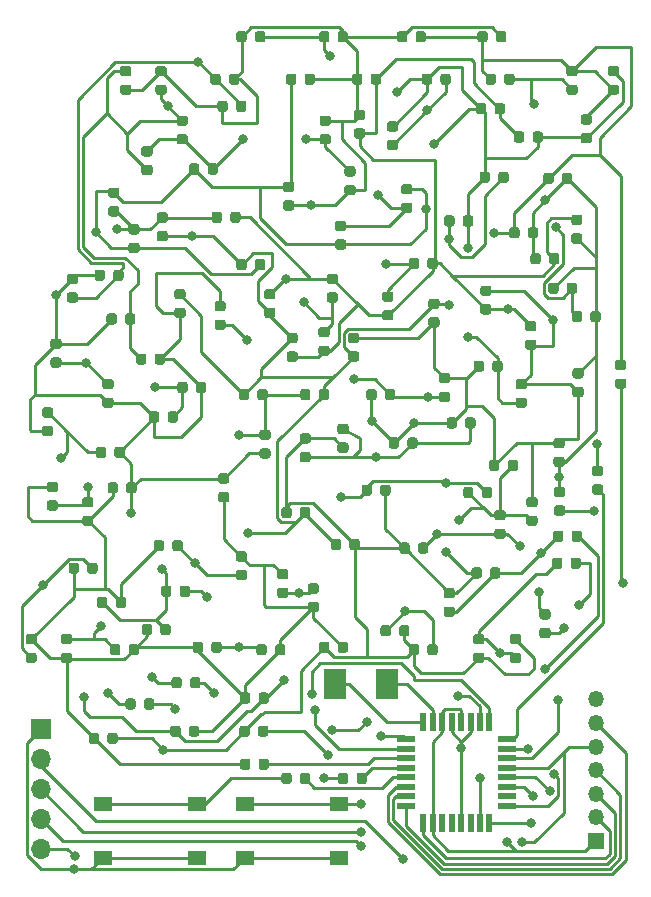
<source format=gtl>
G04 #@! TF.GenerationSoftware,KiCad,Pcbnew,5.1.6-c6e7f7d~86~ubuntu18.04.1*
G04 #@! TF.CreationDate,2020-06-18T14:39:11+02:00*
G04 #@! TF.ProjectId,pcb,7063622e-6b69-4636-9164-5f7063625858,rev?*
G04 #@! TF.SameCoordinates,Original*
G04 #@! TF.FileFunction,Copper,L1,Top*
G04 #@! TF.FilePolarity,Positive*
%FSLAX46Y46*%
G04 Gerber Fmt 4.6, Leading zero omitted, Abs format (unit mm)*
G04 Created by KiCad (PCBNEW 5.1.6-c6e7f7d~86~ubuntu18.04.1) date 2020-06-18 14:39:11*
%MOMM*%
%LPD*%
G01*
G04 APERTURE LIST*
G04 #@! TA.AperFunction,ComponentPad*
%ADD10O,1.350000X1.350000*%
G04 #@! TD*
G04 #@! TA.AperFunction,ComponentPad*
%ADD11R,1.350000X1.350000*%
G04 #@! TD*
G04 #@! TA.AperFunction,SMDPad,CuDef*
%ADD12R,1.900000X2.500000*%
G04 #@! TD*
G04 #@! TA.AperFunction,SMDPad,CuDef*
%ADD13R,1.550000X1.300000*%
G04 #@! TD*
G04 #@! TA.AperFunction,ComponentPad*
%ADD14O,1.700000X1.700000*%
G04 #@! TD*
G04 #@! TA.AperFunction,ComponentPad*
%ADD15R,1.700000X1.700000*%
G04 #@! TD*
G04 #@! TA.AperFunction,SMDPad,CuDef*
%ADD16R,1.600000X0.550000*%
G04 #@! TD*
G04 #@! TA.AperFunction,SMDPad,CuDef*
%ADD17R,0.550000X1.600000*%
G04 #@! TD*
G04 #@! TA.AperFunction,ViaPad*
%ADD18C,0.800000*%
G04 #@! TD*
G04 #@! TA.AperFunction,Conductor*
%ADD19C,0.250000*%
G04 #@! TD*
G04 APERTURE END LIST*
D10*
G04 #@! TO.P,J2,7*
G04 #@! TO.N,GND*
X49500000Y-57600000D03*
G04 #@! TO.P,J2,6*
G04 #@! TO.N,Net-(J2-Pad6)*
X49500000Y-59600000D03*
G04 #@! TO.P,J2,5*
G04 #@! TO.N,Net-(J1-Pad2)*
X49500000Y-61600000D03*
G04 #@! TO.P,J2,4*
G04 #@! TO.N,Net-(J2-Pad4)*
X49500000Y-63600000D03*
G04 #@! TO.P,J2,3*
G04 #@! TO.N,Net-(J2-Pad3)*
X49500000Y-65600000D03*
G04 #@! TO.P,J2,2*
G04 #@! TO.N,Net-(J2-Pad2)*
X49500000Y-67600000D03*
D11*
G04 #@! TO.P,J2,1*
G04 #@! TO.N,Net-(J1-Pad1)*
X49500000Y-69600000D03*
G04 #@! TD*
D12*
G04 #@! TO.P,Y1,2*
G04 #@! TO.N,Net-(U1-Pad7)*
X31800000Y-56300000D03*
G04 #@! TO.P,Y1,1*
G04 #@! TO.N,Net-(U1-Pad8)*
X27400000Y-56300000D03*
G04 #@! TD*
D13*
G04 #@! TO.P,SW2,2*
G04 #@! TO.N,Net-(J1-Pad1)*
X27750000Y-71000000D03*
G04 #@! TO.P,SW2,1*
G04 #@! TO.N,Net-(R12-Pad2)*
X27750000Y-66500000D03*
X19800000Y-66500000D03*
G04 #@! TO.P,SW2,2*
G04 #@! TO.N,Net-(J1-Pad1)*
X19800000Y-71000000D03*
G04 #@! TD*
G04 #@! TO.P,SW1,2*
G04 #@! TO.N,Net-(J1-Pad1)*
X15750000Y-71000000D03*
G04 #@! TO.P,SW1,1*
G04 #@! TO.N,Net-(R13-Pad2)*
X15750000Y-66500000D03*
X7800000Y-66500000D03*
G04 #@! TO.P,SW1,2*
G04 #@! TO.N,Net-(J1-Pad1)*
X7800000Y-71000000D03*
G04 #@! TD*
G04 #@! TO.P,R13,2*
G04 #@! TO.N,Net-(R13-Pad2)*
G04 #@! TA.AperFunction,SMDPad,CuDef*
G36*
G01*
X23750000Y-64043750D02*
X23750000Y-64556250D01*
G75*
G02*
X23531250Y-64775000I-218750J0D01*
G01*
X23093750Y-64775000D01*
G75*
G02*
X22875000Y-64556250I0J218750D01*
G01*
X22875000Y-64043750D01*
G75*
G02*
X23093750Y-63825000I218750J0D01*
G01*
X23531250Y-63825000D01*
G75*
G02*
X23750000Y-64043750I0J-218750D01*
G01*
G37*
G04 #@! TD.AperFunction*
G04 #@! TO.P,R13,1*
G04 #@! TO.N,Net-(R13-Pad1)*
G04 #@! TA.AperFunction,SMDPad,CuDef*
G36*
G01*
X25325000Y-64043750D02*
X25325000Y-64556250D01*
G75*
G02*
X25106250Y-64775000I-218750J0D01*
G01*
X24668750Y-64775000D01*
G75*
G02*
X24450000Y-64556250I0J218750D01*
G01*
X24450000Y-64043750D01*
G75*
G02*
X24668750Y-63825000I218750J0D01*
G01*
X25106250Y-63825000D01*
G75*
G02*
X25325000Y-64043750I0J-218750D01*
G01*
G37*
G04 #@! TD.AperFunction*
G04 #@! TD*
G04 #@! TO.P,R12,2*
G04 #@! TO.N,Net-(R12-Pad2)*
G04 #@! TA.AperFunction,SMDPad,CuDef*
G36*
G01*
X28550000Y-64043750D02*
X28550000Y-64556250D01*
G75*
G02*
X28331250Y-64775000I-218750J0D01*
G01*
X27893750Y-64775000D01*
G75*
G02*
X27675000Y-64556250I0J218750D01*
G01*
X27675000Y-64043750D01*
G75*
G02*
X27893750Y-63825000I218750J0D01*
G01*
X28331250Y-63825000D01*
G75*
G02*
X28550000Y-64043750I0J-218750D01*
G01*
G37*
G04 #@! TD.AperFunction*
G04 #@! TO.P,R12,1*
G04 #@! TO.N,Net-(R12-Pad1)*
G04 #@! TA.AperFunction,SMDPad,CuDef*
G36*
G01*
X30125000Y-64043750D02*
X30125000Y-64556250D01*
G75*
G02*
X29906250Y-64775000I-218750J0D01*
G01*
X29468750Y-64775000D01*
G75*
G02*
X29250000Y-64556250I0J218750D01*
G01*
X29250000Y-64043750D01*
G75*
G02*
X29468750Y-63825000I218750J0D01*
G01*
X29906250Y-63825000D01*
G75*
G02*
X30125000Y-64043750I0J-218750D01*
G01*
G37*
G04 #@! TD.AperFunction*
G04 #@! TD*
G04 #@! TO.P,R11,2*
G04 #@! TO.N,/NL11*
G04 #@! TA.AperFunction,SMDPad,CuDef*
G36*
G01*
X10550000Y-57743750D02*
X10550000Y-58256250D01*
G75*
G02*
X10331250Y-58475000I-218750J0D01*
G01*
X9893750Y-58475000D01*
G75*
G02*
X9675000Y-58256250I0J218750D01*
G01*
X9675000Y-57743750D01*
G75*
G02*
X9893750Y-57525000I218750J0D01*
G01*
X10331250Y-57525000D01*
G75*
G02*
X10550000Y-57743750I0J-218750D01*
G01*
G37*
G04 #@! TD.AperFunction*
G04 #@! TO.P,R11,1*
G04 #@! TO.N,Net-(R11-Pad1)*
G04 #@! TA.AperFunction,SMDPad,CuDef*
G36*
G01*
X12125000Y-57743750D02*
X12125000Y-58256250D01*
G75*
G02*
X11906250Y-58475000I-218750J0D01*
G01*
X11468750Y-58475000D01*
G75*
G02*
X11250000Y-58256250I0J218750D01*
G01*
X11250000Y-57743750D01*
G75*
G02*
X11468750Y-57525000I218750J0D01*
G01*
X11906250Y-57525000D01*
G75*
G02*
X12125000Y-57743750I0J-218750D01*
G01*
G37*
G04 #@! TD.AperFunction*
G04 #@! TD*
G04 #@! TO.P,R10,2*
G04 #@! TO.N,/NL10*
G04 #@! TA.AperFunction,SMDPad,CuDef*
G36*
G01*
X51866250Y-29740000D02*
X51353750Y-29740000D01*
G75*
G02*
X51135000Y-29521250I0J218750D01*
G01*
X51135000Y-29083750D01*
G75*
G02*
X51353750Y-28865000I218750J0D01*
G01*
X51866250Y-28865000D01*
G75*
G02*
X52085000Y-29083750I0J-218750D01*
G01*
X52085000Y-29521250D01*
G75*
G02*
X51866250Y-29740000I-218750J0D01*
G01*
G37*
G04 #@! TD.AperFunction*
G04 #@! TO.P,R10,1*
G04 #@! TO.N,Net-(R10-Pad1)*
G04 #@! TA.AperFunction,SMDPad,CuDef*
G36*
G01*
X51866250Y-31315000D02*
X51353750Y-31315000D01*
G75*
G02*
X51135000Y-31096250I0J218750D01*
G01*
X51135000Y-30658750D01*
G75*
G02*
X51353750Y-30440000I218750J0D01*
G01*
X51866250Y-30440000D01*
G75*
G02*
X52085000Y-30658750I0J-218750D01*
G01*
X52085000Y-31096250D01*
G75*
G02*
X51866250Y-31315000I-218750J0D01*
G01*
G37*
G04 #@! TD.AperFunction*
G04 #@! TD*
G04 #@! TO.P,R9,2*
G04 #@! TO.N,/NL09*
G04 #@! TA.AperFunction,SMDPad,CuDef*
G36*
G01*
X20250000Y-62843750D02*
X20250000Y-63356250D01*
G75*
G02*
X20031250Y-63575000I-218750J0D01*
G01*
X19593750Y-63575000D01*
G75*
G02*
X19375000Y-63356250I0J218750D01*
G01*
X19375000Y-62843750D01*
G75*
G02*
X19593750Y-62625000I218750J0D01*
G01*
X20031250Y-62625000D01*
G75*
G02*
X20250000Y-62843750I0J-218750D01*
G01*
G37*
G04 #@! TD.AperFunction*
G04 #@! TO.P,R9,1*
G04 #@! TO.N,Net-(R9-Pad1)*
G04 #@! TA.AperFunction,SMDPad,CuDef*
G36*
G01*
X21825000Y-62843750D02*
X21825000Y-63356250D01*
G75*
G02*
X21606250Y-63575000I-218750J0D01*
G01*
X21168750Y-63575000D01*
G75*
G02*
X20950000Y-63356250I0J218750D01*
G01*
X20950000Y-62843750D01*
G75*
G02*
X21168750Y-62625000I218750J0D01*
G01*
X21606250Y-62625000D01*
G75*
G02*
X21825000Y-62843750I0J-218750D01*
G01*
G37*
G04 #@! TD.AperFunction*
G04 #@! TD*
G04 #@! TO.P,R8,2*
G04 #@! TO.N,/NL08*
G04 #@! TA.AperFunction,SMDPad,CuDef*
G36*
G01*
X14450000Y-55943750D02*
X14450000Y-56456250D01*
G75*
G02*
X14231250Y-56675000I-218750J0D01*
G01*
X13793750Y-56675000D01*
G75*
G02*
X13575000Y-56456250I0J218750D01*
G01*
X13575000Y-55943750D01*
G75*
G02*
X13793750Y-55725000I218750J0D01*
G01*
X14231250Y-55725000D01*
G75*
G02*
X14450000Y-55943750I0J-218750D01*
G01*
G37*
G04 #@! TD.AperFunction*
G04 #@! TO.P,R8,1*
G04 #@! TO.N,Net-(R8-Pad1)*
G04 #@! TA.AperFunction,SMDPad,CuDef*
G36*
G01*
X16025000Y-55943750D02*
X16025000Y-56456250D01*
G75*
G02*
X15806250Y-56675000I-218750J0D01*
G01*
X15368750Y-56675000D01*
G75*
G02*
X15150000Y-56456250I0J218750D01*
G01*
X15150000Y-55943750D01*
G75*
G02*
X15368750Y-55725000I218750J0D01*
G01*
X15806250Y-55725000D01*
G75*
G02*
X16025000Y-55943750I0J-218750D01*
G01*
G37*
G04 #@! TD.AperFunction*
G04 #@! TD*
G04 #@! TO.P,R7,2*
G04 #@! TO.N,/NL07*
G04 #@! TA.AperFunction,SMDPad,CuDef*
G36*
G01*
X20200000Y-60043750D02*
X20200000Y-60556250D01*
G75*
G02*
X19981250Y-60775000I-218750J0D01*
G01*
X19543750Y-60775000D01*
G75*
G02*
X19325000Y-60556250I0J218750D01*
G01*
X19325000Y-60043750D01*
G75*
G02*
X19543750Y-59825000I218750J0D01*
G01*
X19981250Y-59825000D01*
G75*
G02*
X20200000Y-60043750I0J-218750D01*
G01*
G37*
G04 #@! TD.AperFunction*
G04 #@! TO.P,R7,1*
G04 #@! TO.N,Net-(R7-Pad1)*
G04 #@! TA.AperFunction,SMDPad,CuDef*
G36*
G01*
X21775000Y-60043750D02*
X21775000Y-60556250D01*
G75*
G02*
X21556250Y-60775000I-218750J0D01*
G01*
X21118750Y-60775000D01*
G75*
G02*
X20900000Y-60556250I0J218750D01*
G01*
X20900000Y-60043750D01*
G75*
G02*
X21118750Y-59825000I218750J0D01*
G01*
X21556250Y-59825000D01*
G75*
G02*
X21775000Y-60043750I0J-218750D01*
G01*
G37*
G04 #@! TD.AperFunction*
G04 #@! TD*
G04 #@! TO.P,R6,2*
G04 #@! TO.N,/NL06*
G04 #@! TA.AperFunction,SMDPad,CuDef*
G36*
G01*
X46670000Y-45833750D02*
X46670000Y-46346250D01*
G75*
G02*
X46451250Y-46565000I-218750J0D01*
G01*
X46013750Y-46565000D01*
G75*
G02*
X45795000Y-46346250I0J218750D01*
G01*
X45795000Y-45833750D01*
G75*
G02*
X46013750Y-45615000I218750J0D01*
G01*
X46451250Y-45615000D01*
G75*
G02*
X46670000Y-45833750I0J-218750D01*
G01*
G37*
G04 #@! TD.AperFunction*
G04 #@! TO.P,R6,1*
G04 #@! TO.N,Net-(R6-Pad1)*
G04 #@! TA.AperFunction,SMDPad,CuDef*
G36*
G01*
X48245000Y-45833750D02*
X48245000Y-46346250D01*
G75*
G02*
X48026250Y-46565000I-218750J0D01*
G01*
X47588750Y-46565000D01*
G75*
G02*
X47370000Y-46346250I0J218750D01*
G01*
X47370000Y-45833750D01*
G75*
G02*
X47588750Y-45615000I218750J0D01*
G01*
X48026250Y-45615000D01*
G75*
G02*
X48245000Y-45833750I0J-218750D01*
G01*
G37*
G04 #@! TD.AperFunction*
G04 #@! TD*
G04 #@! TO.P,R5,2*
G04 #@! TO.N,/NL05*
G04 #@! TA.AperFunction,SMDPad,CuDef*
G36*
G01*
X46696250Y-40490000D02*
X46183750Y-40490000D01*
G75*
G02*
X45965000Y-40271250I0J218750D01*
G01*
X45965000Y-39833750D01*
G75*
G02*
X46183750Y-39615000I218750J0D01*
G01*
X46696250Y-39615000D01*
G75*
G02*
X46915000Y-39833750I0J-218750D01*
G01*
X46915000Y-40271250D01*
G75*
G02*
X46696250Y-40490000I-218750J0D01*
G01*
G37*
G04 #@! TD.AperFunction*
G04 #@! TO.P,R5,1*
G04 #@! TO.N,Net-(R5-Pad1)*
G04 #@! TA.AperFunction,SMDPad,CuDef*
G36*
G01*
X46696250Y-42065000D02*
X46183750Y-42065000D01*
G75*
G02*
X45965000Y-41846250I0J218750D01*
G01*
X45965000Y-41408750D01*
G75*
G02*
X46183750Y-41190000I218750J0D01*
G01*
X46696250Y-41190000D01*
G75*
G02*
X46915000Y-41408750I0J-218750D01*
G01*
X46915000Y-41846250D01*
G75*
G02*
X46696250Y-42065000I-218750J0D01*
G01*
G37*
G04 #@! TD.AperFunction*
G04 #@! TD*
G04 #@! TO.P,R4,2*
G04 #@! TO.N,/NL04*
G04 #@! TA.AperFunction,SMDPad,CuDef*
G36*
G01*
X46750000Y-43543750D02*
X46750000Y-44056250D01*
G75*
G02*
X46531250Y-44275000I-218750J0D01*
G01*
X46093750Y-44275000D01*
G75*
G02*
X45875000Y-44056250I0J218750D01*
G01*
X45875000Y-43543750D01*
G75*
G02*
X46093750Y-43325000I218750J0D01*
G01*
X46531250Y-43325000D01*
G75*
G02*
X46750000Y-43543750I0J-218750D01*
G01*
G37*
G04 #@! TD.AperFunction*
G04 #@! TO.P,R4,1*
G04 #@! TO.N,Net-(R4-Pad1)*
G04 #@! TA.AperFunction,SMDPad,CuDef*
G36*
G01*
X48325000Y-43543750D02*
X48325000Y-44056250D01*
G75*
G02*
X48106250Y-44275000I-218750J0D01*
G01*
X47668750Y-44275000D01*
G75*
G02*
X47450000Y-44056250I0J218750D01*
G01*
X47450000Y-43543750D01*
G75*
G02*
X47668750Y-43325000I218750J0D01*
G01*
X48106250Y-43325000D01*
G75*
G02*
X48325000Y-43543750I0J-218750D01*
G01*
G37*
G04 #@! TD.AperFunction*
G04 #@! TD*
G04 #@! TO.P,R3,2*
G04 #@! TO.N,/NL03*
G04 #@! TA.AperFunction,SMDPad,CuDef*
G36*
G01*
X45456250Y-50850000D02*
X44943750Y-50850000D01*
G75*
G02*
X44725000Y-50631250I0J218750D01*
G01*
X44725000Y-50193750D01*
G75*
G02*
X44943750Y-49975000I218750J0D01*
G01*
X45456250Y-49975000D01*
G75*
G02*
X45675000Y-50193750I0J-218750D01*
G01*
X45675000Y-50631250D01*
G75*
G02*
X45456250Y-50850000I-218750J0D01*
G01*
G37*
G04 #@! TD.AperFunction*
G04 #@! TO.P,R3,1*
G04 #@! TO.N,Net-(R3-Pad1)*
G04 #@! TA.AperFunction,SMDPad,CuDef*
G36*
G01*
X45456250Y-52425000D02*
X44943750Y-52425000D01*
G75*
G02*
X44725000Y-52206250I0J218750D01*
G01*
X44725000Y-51768750D01*
G75*
G02*
X44943750Y-51550000I218750J0D01*
G01*
X45456250Y-51550000D01*
G75*
G02*
X45675000Y-51768750I0J-218750D01*
G01*
X45675000Y-52206250D01*
G75*
G02*
X45456250Y-52425000I-218750J0D01*
G01*
G37*
G04 #@! TD.AperFunction*
G04 #@! TD*
G04 #@! TO.P,R2,2*
G04 #@! TO.N,/NL02*
G04 #@! TA.AperFunction,SMDPad,CuDef*
G36*
G01*
X13580000Y-48203750D02*
X13580000Y-48716250D01*
G75*
G02*
X13361250Y-48935000I-218750J0D01*
G01*
X12923750Y-48935000D01*
G75*
G02*
X12705000Y-48716250I0J218750D01*
G01*
X12705000Y-48203750D01*
G75*
G02*
X12923750Y-47985000I218750J0D01*
G01*
X13361250Y-47985000D01*
G75*
G02*
X13580000Y-48203750I0J-218750D01*
G01*
G37*
G04 #@! TD.AperFunction*
G04 #@! TO.P,R2,1*
G04 #@! TO.N,Net-(R2-Pad1)*
G04 #@! TA.AperFunction,SMDPad,CuDef*
G36*
G01*
X15155000Y-48203750D02*
X15155000Y-48716250D01*
G75*
G02*
X14936250Y-48935000I-218750J0D01*
G01*
X14498750Y-48935000D01*
G75*
G02*
X14280000Y-48716250I0J218750D01*
G01*
X14280000Y-48203750D01*
G75*
G02*
X14498750Y-47985000I218750J0D01*
G01*
X14936250Y-47985000D01*
G75*
G02*
X15155000Y-48203750I0J-218750D01*
G01*
G37*
G04 #@! TD.AperFunction*
G04 #@! TD*
G04 #@! TO.P,R1,2*
G04 #@! TO.N,/NL01*
G04 #@! TA.AperFunction,SMDPad,CuDef*
G36*
G01*
X49916250Y-38700000D02*
X49403750Y-38700000D01*
G75*
G02*
X49185000Y-38481250I0J218750D01*
G01*
X49185000Y-38043750D01*
G75*
G02*
X49403750Y-37825000I218750J0D01*
G01*
X49916250Y-37825000D01*
G75*
G02*
X50135000Y-38043750I0J-218750D01*
G01*
X50135000Y-38481250D01*
G75*
G02*
X49916250Y-38700000I-218750J0D01*
G01*
G37*
G04 #@! TD.AperFunction*
G04 #@! TO.P,R1,1*
G04 #@! TO.N,Net-(R1-Pad1)*
G04 #@! TA.AperFunction,SMDPad,CuDef*
G36*
G01*
X49916250Y-40275000D02*
X49403750Y-40275000D01*
G75*
G02*
X49185000Y-40056250I0J218750D01*
G01*
X49185000Y-39618750D01*
G75*
G02*
X49403750Y-39400000I218750J0D01*
G01*
X49916250Y-39400000D01*
G75*
G02*
X50135000Y-39618750I0J-218750D01*
G01*
X50135000Y-40056250D01*
G75*
G02*
X49916250Y-40275000I-218750J0D01*
G01*
G37*
G04 #@! TD.AperFunction*
G04 #@! TD*
D14*
G04 #@! TO.P,J1,5*
G04 #@! TO.N,GND*
X2500000Y-70260000D03*
G04 #@! TO.P,J1,4*
G04 #@! TO.N,Net-(J1-Pad4)*
X2500000Y-67720000D03*
G04 #@! TO.P,J1,3*
G04 #@! TO.N,Net-(J1-Pad3)*
X2500000Y-65180000D03*
G04 #@! TO.P,J1,2*
G04 #@! TO.N,Net-(J1-Pad2)*
X2500000Y-62640000D03*
D15*
G04 #@! TO.P,J1,1*
G04 #@! TO.N,Net-(J1-Pad1)*
X2500000Y-60100000D03*
G04 #@! TD*
G04 #@! TO.P,D110,2*
G04 #@! TO.N,/NL01*
G04 #@! TA.AperFunction,SMDPad,CuDef*
G36*
G01*
X18550000Y-17056250D02*
X18550000Y-16543750D01*
G75*
G02*
X18768750Y-16325000I218750J0D01*
G01*
X19206250Y-16325000D01*
G75*
G02*
X19425000Y-16543750I0J-218750D01*
G01*
X19425000Y-17056250D01*
G75*
G02*
X19206250Y-17275000I-218750J0D01*
G01*
X18768750Y-17275000D01*
G75*
G02*
X18550000Y-17056250I0J218750D01*
G01*
G37*
G04 #@! TD.AperFunction*
G04 #@! TO.P,D110,1*
G04 #@! TO.N,/NL11*
G04 #@! TA.AperFunction,SMDPad,CuDef*
G36*
G01*
X16975000Y-17056250D02*
X16975000Y-16543750D01*
G75*
G02*
X17193750Y-16325000I218750J0D01*
G01*
X17631250Y-16325000D01*
G75*
G02*
X17850000Y-16543750I0J-218750D01*
G01*
X17850000Y-17056250D01*
G75*
G02*
X17631250Y-17275000I-218750J0D01*
G01*
X17193750Y-17275000D01*
G75*
G02*
X16975000Y-17056250I0J218750D01*
G01*
G37*
G04 #@! TD.AperFunction*
G04 #@! TD*
G04 #@! TO.P,D109,2*
G04 #@! TO.N,/NL11*
G04 #@! TA.AperFunction,SMDPad,CuDef*
G36*
G01*
X17956250Y-24750000D02*
X17443750Y-24750000D01*
G75*
G02*
X17225000Y-24531250I0J218750D01*
G01*
X17225000Y-24093750D01*
G75*
G02*
X17443750Y-23875000I218750J0D01*
G01*
X17956250Y-23875000D01*
G75*
G02*
X18175000Y-24093750I0J-218750D01*
G01*
X18175000Y-24531250D01*
G75*
G02*
X17956250Y-24750000I-218750J0D01*
G01*
G37*
G04 #@! TD.AperFunction*
G04 #@! TO.P,D109,1*
G04 #@! TO.N,/NL01*
G04 #@! TA.AperFunction,SMDPad,CuDef*
G36*
G01*
X17956250Y-26325000D02*
X17443750Y-26325000D01*
G75*
G02*
X17225000Y-26106250I0J218750D01*
G01*
X17225000Y-25668750D01*
G75*
G02*
X17443750Y-25450000I218750J0D01*
G01*
X17956250Y-25450000D01*
G75*
G02*
X18175000Y-25668750I0J-218750D01*
G01*
X18175000Y-26106250D01*
G75*
G02*
X17956250Y-26325000I-218750J0D01*
G01*
G37*
G04 #@! TD.AperFunction*
G04 #@! TD*
G04 #@! TO.P,D108,2*
G04 #@! TO.N,/NL02*
G04 #@! TA.AperFunction,SMDPad,CuDef*
G36*
G01*
X14556250Y-23750000D02*
X14043750Y-23750000D01*
G75*
G02*
X13825000Y-23531250I0J218750D01*
G01*
X13825000Y-23093750D01*
G75*
G02*
X14043750Y-22875000I218750J0D01*
G01*
X14556250Y-22875000D01*
G75*
G02*
X14775000Y-23093750I0J-218750D01*
G01*
X14775000Y-23531250D01*
G75*
G02*
X14556250Y-23750000I-218750J0D01*
G01*
G37*
G04 #@! TD.AperFunction*
G04 #@! TO.P,D108,1*
G04 #@! TO.N,/NL11*
G04 #@! TA.AperFunction,SMDPad,CuDef*
G36*
G01*
X14556250Y-25325000D02*
X14043750Y-25325000D01*
G75*
G02*
X13825000Y-25106250I0J218750D01*
G01*
X13825000Y-24668750D01*
G75*
G02*
X14043750Y-24450000I218750J0D01*
G01*
X14556250Y-24450000D01*
G75*
G02*
X14775000Y-24668750I0J-218750D01*
G01*
X14775000Y-25106250D01*
G75*
G02*
X14556250Y-25325000I-218750J0D01*
G01*
G37*
G04 #@! TD.AperFunction*
G04 #@! TD*
G04 #@! TO.P,D107,2*
G04 #@! TO.N,/NL11*
G04 #@! TA.AperFunction,SMDPad,CuDef*
G36*
G01*
X13056250Y-17250000D02*
X12543750Y-17250000D01*
G75*
G02*
X12325000Y-17031250I0J218750D01*
G01*
X12325000Y-16593750D01*
G75*
G02*
X12543750Y-16375000I218750J0D01*
G01*
X13056250Y-16375000D01*
G75*
G02*
X13275000Y-16593750I0J-218750D01*
G01*
X13275000Y-17031250D01*
G75*
G02*
X13056250Y-17250000I-218750J0D01*
G01*
G37*
G04 #@! TD.AperFunction*
G04 #@! TO.P,D107,1*
G04 #@! TO.N,/NL02*
G04 #@! TA.AperFunction,SMDPad,CuDef*
G36*
G01*
X13056250Y-18825000D02*
X12543750Y-18825000D01*
G75*
G02*
X12325000Y-18606250I0J218750D01*
G01*
X12325000Y-18168750D01*
G75*
G02*
X12543750Y-17950000I218750J0D01*
G01*
X13056250Y-17950000D01*
G75*
G02*
X13275000Y-18168750I0J-218750D01*
G01*
X13275000Y-18606250D01*
G75*
G02*
X13056250Y-18825000I-218750J0D01*
G01*
G37*
G04 #@! TD.AperFunction*
G04 #@! TD*
G04 #@! TO.P,D106,2*
G04 #@! TO.N,/NL03*
G04 #@! TA.AperFunction,SMDPad,CuDef*
G36*
G01*
X8956250Y-15150000D02*
X8443750Y-15150000D01*
G75*
G02*
X8225000Y-14931250I0J218750D01*
G01*
X8225000Y-14493750D01*
G75*
G02*
X8443750Y-14275000I218750J0D01*
G01*
X8956250Y-14275000D01*
G75*
G02*
X9175000Y-14493750I0J-218750D01*
G01*
X9175000Y-14931250D01*
G75*
G02*
X8956250Y-15150000I-218750J0D01*
G01*
G37*
G04 #@! TD.AperFunction*
G04 #@! TO.P,D106,1*
G04 #@! TO.N,/NL11*
G04 #@! TA.AperFunction,SMDPad,CuDef*
G36*
G01*
X8956250Y-16725000D02*
X8443750Y-16725000D01*
G75*
G02*
X8225000Y-16506250I0J218750D01*
G01*
X8225000Y-16068750D01*
G75*
G02*
X8443750Y-15850000I218750J0D01*
G01*
X8956250Y-15850000D01*
G75*
G02*
X9175000Y-16068750I0J-218750D01*
G01*
X9175000Y-16506250D01*
G75*
G02*
X8956250Y-16725000I-218750J0D01*
G01*
G37*
G04 #@! TD.AperFunction*
G04 #@! TD*
G04 #@! TO.P,D105,2*
G04 #@! TO.N,/NL11*
G04 #@! TA.AperFunction,SMDPad,CuDef*
G36*
G01*
X10656250Y-18250000D02*
X10143750Y-18250000D01*
G75*
G02*
X9925000Y-18031250I0J218750D01*
G01*
X9925000Y-17593750D01*
G75*
G02*
X10143750Y-17375000I218750J0D01*
G01*
X10656250Y-17375000D01*
G75*
G02*
X10875000Y-17593750I0J-218750D01*
G01*
X10875000Y-18031250D01*
G75*
G02*
X10656250Y-18250000I-218750J0D01*
G01*
G37*
G04 #@! TD.AperFunction*
G04 #@! TO.P,D105,1*
G04 #@! TO.N,/NL03*
G04 #@! TA.AperFunction,SMDPad,CuDef*
G36*
G01*
X10656250Y-19825000D02*
X10143750Y-19825000D01*
G75*
G02*
X9925000Y-19606250I0J218750D01*
G01*
X9925000Y-19168750D01*
G75*
G02*
X10143750Y-18950000I218750J0D01*
G01*
X10656250Y-18950000D01*
G75*
G02*
X10875000Y-19168750I0J-218750D01*
G01*
X10875000Y-19606250D01*
G75*
G02*
X10656250Y-19825000I-218750J0D01*
G01*
G37*
G04 #@! TD.AperFunction*
G04 #@! TD*
G04 #@! TO.P,D104,2*
G04 #@! TO.N,/NL04*
G04 #@! TA.AperFunction,SMDPad,CuDef*
G36*
G01*
X8650000Y-21956250D02*
X8650000Y-21443750D01*
G75*
G02*
X8868750Y-21225000I218750J0D01*
G01*
X9306250Y-21225000D01*
G75*
G02*
X9525000Y-21443750I0J-218750D01*
G01*
X9525000Y-21956250D01*
G75*
G02*
X9306250Y-22175000I-218750J0D01*
G01*
X8868750Y-22175000D01*
G75*
G02*
X8650000Y-21956250I0J218750D01*
G01*
G37*
G04 #@! TD.AperFunction*
G04 #@! TO.P,D104,1*
G04 #@! TO.N,/NL11*
G04 #@! TA.AperFunction,SMDPad,CuDef*
G36*
G01*
X7075000Y-21956250D02*
X7075000Y-21443750D01*
G75*
G02*
X7293750Y-21225000I218750J0D01*
G01*
X7731250Y-21225000D01*
G75*
G02*
X7950000Y-21443750I0J-218750D01*
G01*
X7950000Y-21956250D01*
G75*
G02*
X7731250Y-22175000I-218750J0D01*
G01*
X7293750Y-22175000D01*
G75*
G02*
X7075000Y-21956250I0J218750D01*
G01*
G37*
G04 #@! TD.AperFunction*
G04 #@! TD*
G04 #@! TO.P,D103,2*
G04 #@! TO.N,/NL11*
G04 #@! TA.AperFunction,SMDPad,CuDef*
G36*
G01*
X5456250Y-22450000D02*
X4943750Y-22450000D01*
G75*
G02*
X4725000Y-22231250I0J218750D01*
G01*
X4725000Y-21793750D01*
G75*
G02*
X4943750Y-21575000I218750J0D01*
G01*
X5456250Y-21575000D01*
G75*
G02*
X5675000Y-21793750I0J-218750D01*
G01*
X5675000Y-22231250D01*
G75*
G02*
X5456250Y-22450000I-218750J0D01*
G01*
G37*
G04 #@! TD.AperFunction*
G04 #@! TO.P,D103,1*
G04 #@! TO.N,/NL04*
G04 #@! TA.AperFunction,SMDPad,CuDef*
G36*
G01*
X5456250Y-24025000D02*
X4943750Y-24025000D01*
G75*
G02*
X4725000Y-23806250I0J218750D01*
G01*
X4725000Y-23368750D01*
G75*
G02*
X4943750Y-23150000I218750J0D01*
G01*
X5456250Y-23150000D01*
G75*
G02*
X5675000Y-23368750I0J-218750D01*
G01*
X5675000Y-23806250D01*
G75*
G02*
X5456250Y-24025000I-218750J0D01*
G01*
G37*
G04 #@! TD.AperFunction*
G04 #@! TD*
G04 #@! TO.P,D102,2*
G04 #@! TO.N,/NL05*
G04 #@! TA.AperFunction,SMDPad,CuDef*
G36*
G01*
X9650000Y-25656250D02*
X9650000Y-25143750D01*
G75*
G02*
X9868750Y-24925000I218750J0D01*
G01*
X10306250Y-24925000D01*
G75*
G02*
X10525000Y-25143750I0J-218750D01*
G01*
X10525000Y-25656250D01*
G75*
G02*
X10306250Y-25875000I-218750J0D01*
G01*
X9868750Y-25875000D01*
G75*
G02*
X9650000Y-25656250I0J218750D01*
G01*
G37*
G04 #@! TD.AperFunction*
G04 #@! TO.P,D102,1*
G04 #@! TO.N,/NL11*
G04 #@! TA.AperFunction,SMDPad,CuDef*
G36*
G01*
X8075000Y-25656250D02*
X8075000Y-25143750D01*
G75*
G02*
X8293750Y-24925000I218750J0D01*
G01*
X8731250Y-24925000D01*
G75*
G02*
X8950000Y-25143750I0J-218750D01*
G01*
X8950000Y-25656250D01*
G75*
G02*
X8731250Y-25875000I-218750J0D01*
G01*
X8293750Y-25875000D01*
G75*
G02*
X8075000Y-25656250I0J218750D01*
G01*
G37*
G04 #@! TD.AperFunction*
G04 #@! TD*
G04 #@! TO.P,D101,2*
G04 #@! TO.N,/NL11*
G04 #@! TA.AperFunction,SMDPad,CuDef*
G36*
G01*
X12150000Y-29056250D02*
X12150000Y-28543750D01*
G75*
G02*
X12368750Y-28325000I218750J0D01*
G01*
X12806250Y-28325000D01*
G75*
G02*
X13025000Y-28543750I0J-218750D01*
G01*
X13025000Y-29056250D01*
G75*
G02*
X12806250Y-29275000I-218750J0D01*
G01*
X12368750Y-29275000D01*
G75*
G02*
X12150000Y-29056250I0J218750D01*
G01*
G37*
G04 #@! TD.AperFunction*
G04 #@! TO.P,D101,1*
G04 #@! TO.N,/NL05*
G04 #@! TA.AperFunction,SMDPad,CuDef*
G36*
G01*
X10575000Y-29056250D02*
X10575000Y-28543750D01*
G75*
G02*
X10793750Y-28325000I218750J0D01*
G01*
X11231250Y-28325000D01*
G75*
G02*
X11450000Y-28543750I0J-218750D01*
G01*
X11450000Y-29056250D01*
G75*
G02*
X11231250Y-29275000I-218750J0D01*
G01*
X10793750Y-29275000D01*
G75*
G02*
X10575000Y-29056250I0J218750D01*
G01*
G37*
G04 #@! TD.AperFunction*
G04 #@! TD*
G04 #@! TO.P,D100,2*
G04 #@! TO.N,/NL06*
G04 #@! TA.AperFunction,SMDPad,CuDef*
G36*
G01*
X8456250Y-31350000D02*
X7943750Y-31350000D01*
G75*
G02*
X7725000Y-31131250I0J218750D01*
G01*
X7725000Y-30693750D01*
G75*
G02*
X7943750Y-30475000I218750J0D01*
G01*
X8456250Y-30475000D01*
G75*
G02*
X8675000Y-30693750I0J-218750D01*
G01*
X8675000Y-31131250D01*
G75*
G02*
X8456250Y-31350000I-218750J0D01*
G01*
G37*
G04 #@! TD.AperFunction*
G04 #@! TO.P,D100,1*
G04 #@! TO.N,/NL11*
G04 #@! TA.AperFunction,SMDPad,CuDef*
G36*
G01*
X8456250Y-32925000D02*
X7943750Y-32925000D01*
G75*
G02*
X7725000Y-32706250I0J218750D01*
G01*
X7725000Y-32268750D01*
G75*
G02*
X7943750Y-32050000I218750J0D01*
G01*
X8456250Y-32050000D01*
G75*
G02*
X8675000Y-32268750I0J-218750D01*
G01*
X8675000Y-32706250D01*
G75*
G02*
X8456250Y-32925000I-218750J0D01*
G01*
G37*
G04 #@! TD.AperFunction*
G04 #@! TD*
G04 #@! TO.P,D99,2*
G04 #@! TO.N,/NL11*
G04 #@! TA.AperFunction,SMDPad,CuDef*
G36*
G01*
X4056250Y-27950000D02*
X3543750Y-27950000D01*
G75*
G02*
X3325000Y-27731250I0J218750D01*
G01*
X3325000Y-27293750D01*
G75*
G02*
X3543750Y-27075000I218750J0D01*
G01*
X4056250Y-27075000D01*
G75*
G02*
X4275000Y-27293750I0J-218750D01*
G01*
X4275000Y-27731250D01*
G75*
G02*
X4056250Y-27950000I-218750J0D01*
G01*
G37*
G04 #@! TD.AperFunction*
G04 #@! TO.P,D99,1*
G04 #@! TO.N,/NL06*
G04 #@! TA.AperFunction,SMDPad,CuDef*
G36*
G01*
X4056250Y-29525000D02*
X3543750Y-29525000D01*
G75*
G02*
X3325000Y-29306250I0J218750D01*
G01*
X3325000Y-28868750D01*
G75*
G02*
X3543750Y-28650000I218750J0D01*
G01*
X4056250Y-28650000D01*
G75*
G02*
X4275000Y-28868750I0J-218750D01*
G01*
X4275000Y-29306250D01*
G75*
G02*
X4056250Y-29525000I-218750J0D01*
G01*
G37*
G04 #@! TD.AperFunction*
G04 #@! TD*
G04 #@! TO.P,D98,2*
G04 #@! TO.N,/NL07*
G04 #@! TA.AperFunction,SMDPad,CuDef*
G36*
G01*
X3356250Y-33750000D02*
X2843750Y-33750000D01*
G75*
G02*
X2625000Y-33531250I0J218750D01*
G01*
X2625000Y-33093750D01*
G75*
G02*
X2843750Y-32875000I218750J0D01*
G01*
X3356250Y-32875000D01*
G75*
G02*
X3575000Y-33093750I0J-218750D01*
G01*
X3575000Y-33531250D01*
G75*
G02*
X3356250Y-33750000I-218750J0D01*
G01*
G37*
G04 #@! TD.AperFunction*
G04 #@! TO.P,D98,1*
G04 #@! TO.N,/NL11*
G04 #@! TA.AperFunction,SMDPad,CuDef*
G36*
G01*
X3356250Y-35325000D02*
X2843750Y-35325000D01*
G75*
G02*
X2625000Y-35106250I0J218750D01*
G01*
X2625000Y-34668750D01*
G75*
G02*
X2843750Y-34450000I218750J0D01*
G01*
X3356250Y-34450000D01*
G75*
G02*
X3575000Y-34668750I0J-218750D01*
G01*
X3575000Y-35106250D01*
G75*
G02*
X3356250Y-35325000I-218750J0D01*
G01*
G37*
G04 #@! TD.AperFunction*
G04 #@! TD*
G04 #@! TO.P,D97,2*
G04 #@! TO.N,/NL11*
G04 #@! TA.AperFunction,SMDPad,CuDef*
G36*
G01*
X8750000Y-36956250D02*
X8750000Y-36443750D01*
G75*
G02*
X8968750Y-36225000I218750J0D01*
G01*
X9406250Y-36225000D01*
G75*
G02*
X9625000Y-36443750I0J-218750D01*
G01*
X9625000Y-36956250D01*
G75*
G02*
X9406250Y-37175000I-218750J0D01*
G01*
X8968750Y-37175000D01*
G75*
G02*
X8750000Y-36956250I0J218750D01*
G01*
G37*
G04 #@! TD.AperFunction*
G04 #@! TO.P,D97,1*
G04 #@! TO.N,/NL07*
G04 #@! TA.AperFunction,SMDPad,CuDef*
G36*
G01*
X7175000Y-36956250D02*
X7175000Y-36443750D01*
G75*
G02*
X7393750Y-36225000I218750J0D01*
G01*
X7831250Y-36225000D01*
G75*
G02*
X8050000Y-36443750I0J-218750D01*
G01*
X8050000Y-36956250D01*
G75*
G02*
X7831250Y-37175000I-218750J0D01*
G01*
X7393750Y-37175000D01*
G75*
G02*
X7175000Y-36956250I0J218750D01*
G01*
G37*
G04 #@! TD.AperFunction*
G04 #@! TD*
G04 #@! TO.P,D96,2*
G04 #@! TO.N,/NL08*
G04 #@! TA.AperFunction,SMDPad,CuDef*
G36*
G01*
X13250000Y-33956250D02*
X13250000Y-33443750D01*
G75*
G02*
X13468750Y-33225000I218750J0D01*
G01*
X13906250Y-33225000D01*
G75*
G02*
X14125000Y-33443750I0J-218750D01*
G01*
X14125000Y-33956250D01*
G75*
G02*
X13906250Y-34175000I-218750J0D01*
G01*
X13468750Y-34175000D01*
G75*
G02*
X13250000Y-33956250I0J218750D01*
G01*
G37*
G04 #@! TD.AperFunction*
G04 #@! TO.P,D96,1*
G04 #@! TO.N,/NL11*
G04 #@! TA.AperFunction,SMDPad,CuDef*
G36*
G01*
X11675000Y-33956250D02*
X11675000Y-33443750D01*
G75*
G02*
X11893750Y-33225000I218750J0D01*
G01*
X12331250Y-33225000D01*
G75*
G02*
X12550000Y-33443750I0J-218750D01*
G01*
X12550000Y-33956250D01*
G75*
G02*
X12331250Y-34175000I-218750J0D01*
G01*
X11893750Y-34175000D01*
G75*
G02*
X11675000Y-33956250I0J218750D01*
G01*
G37*
G04 #@! TD.AperFunction*
G04 #@! TD*
G04 #@! TO.P,D95,2*
G04 #@! TO.N,/NL11*
G04 #@! TA.AperFunction,SMDPad,CuDef*
G36*
G01*
X15650000Y-31456250D02*
X15650000Y-30943750D01*
G75*
G02*
X15868750Y-30725000I218750J0D01*
G01*
X16306250Y-30725000D01*
G75*
G02*
X16525000Y-30943750I0J-218750D01*
G01*
X16525000Y-31456250D01*
G75*
G02*
X16306250Y-31675000I-218750J0D01*
G01*
X15868750Y-31675000D01*
G75*
G02*
X15650000Y-31456250I0J218750D01*
G01*
G37*
G04 #@! TD.AperFunction*
G04 #@! TO.P,D95,1*
G04 #@! TO.N,/NL08*
G04 #@! TA.AperFunction,SMDPad,CuDef*
G36*
G01*
X14075000Y-31456250D02*
X14075000Y-30943750D01*
G75*
G02*
X14293750Y-30725000I218750J0D01*
G01*
X14731250Y-30725000D01*
G75*
G02*
X14950000Y-30943750I0J-218750D01*
G01*
X14950000Y-31456250D01*
G75*
G02*
X14731250Y-31675000I-218750J0D01*
G01*
X14293750Y-31675000D01*
G75*
G02*
X14075000Y-31456250I0J218750D01*
G01*
G37*
G04 #@! TD.AperFunction*
G04 #@! TD*
G04 #@! TO.P,D94,2*
G04 #@! TO.N,/NL09*
G04 #@! TA.AperFunction,SMDPad,CuDef*
G36*
G01*
X17743750Y-40050000D02*
X18256250Y-40050000D01*
G75*
G02*
X18475000Y-40268750I0J-218750D01*
G01*
X18475000Y-40706250D01*
G75*
G02*
X18256250Y-40925000I-218750J0D01*
G01*
X17743750Y-40925000D01*
G75*
G02*
X17525000Y-40706250I0J218750D01*
G01*
X17525000Y-40268750D01*
G75*
G02*
X17743750Y-40050000I218750J0D01*
G01*
G37*
G04 #@! TD.AperFunction*
G04 #@! TO.P,D94,1*
G04 #@! TO.N,/NL11*
G04 #@! TA.AperFunction,SMDPad,CuDef*
G36*
G01*
X17743750Y-38475000D02*
X18256250Y-38475000D01*
G75*
G02*
X18475000Y-38693750I0J-218750D01*
G01*
X18475000Y-39131250D01*
G75*
G02*
X18256250Y-39350000I-218750J0D01*
G01*
X17743750Y-39350000D01*
G75*
G02*
X17525000Y-39131250I0J218750D01*
G01*
X17525000Y-38693750D01*
G75*
G02*
X17743750Y-38475000I218750J0D01*
G01*
G37*
G04 #@! TD.AperFunction*
G04 #@! TD*
G04 #@! TO.P,D93,2*
G04 #@! TO.N,/NL11*
G04 #@! TA.AperFunction,SMDPad,CuDef*
G36*
G01*
X9750000Y-39956250D02*
X9750000Y-39443750D01*
G75*
G02*
X9968750Y-39225000I218750J0D01*
G01*
X10406250Y-39225000D01*
G75*
G02*
X10625000Y-39443750I0J-218750D01*
G01*
X10625000Y-39956250D01*
G75*
G02*
X10406250Y-40175000I-218750J0D01*
G01*
X9968750Y-40175000D01*
G75*
G02*
X9750000Y-39956250I0J218750D01*
G01*
G37*
G04 #@! TD.AperFunction*
G04 #@! TO.P,D93,1*
G04 #@! TO.N,/NL09*
G04 #@! TA.AperFunction,SMDPad,CuDef*
G36*
G01*
X8175000Y-39956250D02*
X8175000Y-39443750D01*
G75*
G02*
X8393750Y-39225000I218750J0D01*
G01*
X8831250Y-39225000D01*
G75*
G02*
X9050000Y-39443750I0J-218750D01*
G01*
X9050000Y-39956250D01*
G75*
G02*
X8831250Y-40175000I-218750J0D01*
G01*
X8393750Y-40175000D01*
G75*
G02*
X8175000Y-39956250I0J218750D01*
G01*
G37*
G04 #@! TD.AperFunction*
G04 #@! TD*
G04 #@! TO.P,D92,2*
G04 #@! TO.N,/NL10*
G04 #@! TA.AperFunction,SMDPad,CuDef*
G36*
G01*
X21756250Y-35650000D02*
X21243750Y-35650000D01*
G75*
G02*
X21025000Y-35431250I0J218750D01*
G01*
X21025000Y-34993750D01*
G75*
G02*
X21243750Y-34775000I218750J0D01*
G01*
X21756250Y-34775000D01*
G75*
G02*
X21975000Y-34993750I0J-218750D01*
G01*
X21975000Y-35431250D01*
G75*
G02*
X21756250Y-35650000I-218750J0D01*
G01*
G37*
G04 #@! TD.AperFunction*
G04 #@! TO.P,D92,1*
G04 #@! TO.N,/NL11*
G04 #@! TA.AperFunction,SMDPad,CuDef*
G36*
G01*
X21756250Y-37225000D02*
X21243750Y-37225000D01*
G75*
G02*
X21025000Y-37006250I0J218750D01*
G01*
X21025000Y-36568750D01*
G75*
G02*
X21243750Y-36350000I218750J0D01*
G01*
X21756250Y-36350000D01*
G75*
G02*
X21975000Y-36568750I0J-218750D01*
G01*
X21975000Y-37006250D01*
G75*
G02*
X21756250Y-37225000I-218750J0D01*
G01*
G37*
G04 #@! TD.AperFunction*
G04 #@! TD*
G04 #@! TO.P,D90,2*
G04 #@! TO.N,/NL01*
G04 #@! TA.AperFunction,SMDPad,CuDef*
G36*
G01*
X35250000Y-20956250D02*
X35250000Y-20443750D01*
G75*
G02*
X35468750Y-20225000I218750J0D01*
G01*
X35906250Y-20225000D01*
G75*
G02*
X36125000Y-20443750I0J-218750D01*
G01*
X36125000Y-20956250D01*
G75*
G02*
X35906250Y-21175000I-218750J0D01*
G01*
X35468750Y-21175000D01*
G75*
G02*
X35250000Y-20956250I0J218750D01*
G01*
G37*
G04 #@! TD.AperFunction*
G04 #@! TO.P,D90,1*
G04 #@! TO.N,/NL10*
G04 #@! TA.AperFunction,SMDPad,CuDef*
G36*
G01*
X33675000Y-20956250D02*
X33675000Y-20443750D01*
G75*
G02*
X33893750Y-20225000I218750J0D01*
G01*
X34331250Y-20225000D01*
G75*
G02*
X34550000Y-20443750I0J-218750D01*
G01*
X34550000Y-20956250D01*
G75*
G02*
X34331250Y-21175000I-218750J0D01*
G01*
X33893750Y-21175000D01*
G75*
G02*
X33675000Y-20956250I0J218750D01*
G01*
G37*
G04 #@! TD.AperFunction*
G04 #@! TD*
G04 #@! TO.P,D89,2*
G04 #@! TO.N,/NL10*
G04 #@! TA.AperFunction,SMDPad,CuDef*
G36*
G01*
X32156250Y-23950000D02*
X31643750Y-23950000D01*
G75*
G02*
X31425000Y-23731250I0J218750D01*
G01*
X31425000Y-23293750D01*
G75*
G02*
X31643750Y-23075000I218750J0D01*
G01*
X32156250Y-23075000D01*
G75*
G02*
X32375000Y-23293750I0J-218750D01*
G01*
X32375000Y-23731250D01*
G75*
G02*
X32156250Y-23950000I-218750J0D01*
G01*
G37*
G04 #@! TD.AperFunction*
G04 #@! TO.P,D89,1*
G04 #@! TO.N,/NL01*
G04 #@! TA.AperFunction,SMDPad,CuDef*
G36*
G01*
X32156250Y-25525000D02*
X31643750Y-25525000D01*
G75*
G02*
X31425000Y-25306250I0J218750D01*
G01*
X31425000Y-24868750D01*
G75*
G02*
X31643750Y-24650000I218750J0D01*
G01*
X32156250Y-24650000D01*
G75*
G02*
X32375000Y-24868750I0J-218750D01*
G01*
X32375000Y-25306250D01*
G75*
G02*
X32156250Y-25525000I-218750J0D01*
G01*
G37*
G04 #@! TD.AperFunction*
G04 #@! TD*
G04 #@! TO.P,D88,2*
G04 #@! TO.N,/NL02*
G04 #@! TA.AperFunction,SMDPad,CuDef*
G36*
G01*
X26050000Y-32056250D02*
X26050000Y-31543750D01*
G75*
G02*
X26268750Y-31325000I218750J0D01*
G01*
X26706250Y-31325000D01*
G75*
G02*
X26925000Y-31543750I0J-218750D01*
G01*
X26925000Y-32056250D01*
G75*
G02*
X26706250Y-32275000I-218750J0D01*
G01*
X26268750Y-32275000D01*
G75*
G02*
X26050000Y-32056250I0J218750D01*
G01*
G37*
G04 #@! TD.AperFunction*
G04 #@! TO.P,D88,1*
G04 #@! TO.N,/NL10*
G04 #@! TA.AperFunction,SMDPad,CuDef*
G36*
G01*
X24475000Y-32056250D02*
X24475000Y-31543750D01*
G75*
G02*
X24693750Y-31325000I218750J0D01*
G01*
X25131250Y-31325000D01*
G75*
G02*
X25350000Y-31543750I0J-218750D01*
G01*
X25350000Y-32056250D01*
G75*
G02*
X25131250Y-32275000I-218750J0D01*
G01*
X24693750Y-32275000D01*
G75*
G02*
X24475000Y-32056250I0J218750D01*
G01*
G37*
G04 #@! TD.AperFunction*
G04 #@! TD*
G04 #@! TO.P,D87,2*
G04 #@! TO.N,/NL10*
G04 #@! TA.AperFunction,SMDPad,CuDef*
G36*
G01*
X20850000Y-32056250D02*
X20850000Y-31543750D01*
G75*
G02*
X21068750Y-31325000I218750J0D01*
G01*
X21506250Y-31325000D01*
G75*
G02*
X21725000Y-31543750I0J-218750D01*
G01*
X21725000Y-32056250D01*
G75*
G02*
X21506250Y-32275000I-218750J0D01*
G01*
X21068750Y-32275000D01*
G75*
G02*
X20850000Y-32056250I0J218750D01*
G01*
G37*
G04 #@! TD.AperFunction*
G04 #@! TO.P,D87,1*
G04 #@! TO.N,/NL02*
G04 #@! TA.AperFunction,SMDPad,CuDef*
G36*
G01*
X19275000Y-32056250D02*
X19275000Y-31543750D01*
G75*
G02*
X19493750Y-31325000I218750J0D01*
G01*
X19931250Y-31325000D01*
G75*
G02*
X20150000Y-31543750I0J-218750D01*
G01*
X20150000Y-32056250D01*
G75*
G02*
X19931250Y-32275000I-218750J0D01*
G01*
X19493750Y-32275000D01*
G75*
G02*
X19275000Y-32056250I0J218750D01*
G01*
G37*
G04 #@! TD.AperFunction*
G04 #@! TD*
G04 #@! TO.P,D86,2*
G04 #@! TO.N,/NL03*
G04 #@! TA.AperFunction,SMDPad,CuDef*
G36*
G01*
X41750000Y-5356250D02*
X41750000Y-4843750D01*
G75*
G02*
X41968750Y-4625000I218750J0D01*
G01*
X42406250Y-4625000D01*
G75*
G02*
X42625000Y-4843750I0J-218750D01*
G01*
X42625000Y-5356250D01*
G75*
G02*
X42406250Y-5575000I-218750J0D01*
G01*
X41968750Y-5575000D01*
G75*
G02*
X41750000Y-5356250I0J218750D01*
G01*
G37*
G04 #@! TD.AperFunction*
G04 #@! TO.P,D86,1*
G04 #@! TO.N,/NL10*
G04 #@! TA.AperFunction,SMDPad,CuDef*
G36*
G01*
X40175000Y-5356250D02*
X40175000Y-4843750D01*
G75*
G02*
X40393750Y-4625000I218750J0D01*
G01*
X40831250Y-4625000D01*
G75*
G02*
X41050000Y-4843750I0J-218750D01*
G01*
X41050000Y-5356250D01*
G75*
G02*
X40831250Y-5575000I-218750J0D01*
G01*
X40393750Y-5575000D01*
G75*
G02*
X40175000Y-5356250I0J218750D01*
G01*
G37*
G04 #@! TD.AperFunction*
G04 #@! TD*
G04 #@! TO.P,D85,2*
G04 #@! TO.N,/NL10*
G04 #@! TA.AperFunction,SMDPad,CuDef*
G36*
G01*
X47756250Y-4850000D02*
X47243750Y-4850000D01*
G75*
G02*
X47025000Y-4631250I0J218750D01*
G01*
X47025000Y-4193750D01*
G75*
G02*
X47243750Y-3975000I218750J0D01*
G01*
X47756250Y-3975000D01*
G75*
G02*
X47975000Y-4193750I0J-218750D01*
G01*
X47975000Y-4631250D01*
G75*
G02*
X47756250Y-4850000I-218750J0D01*
G01*
G37*
G04 #@! TD.AperFunction*
G04 #@! TO.P,D85,1*
G04 #@! TO.N,/NL03*
G04 #@! TA.AperFunction,SMDPad,CuDef*
G36*
G01*
X47756250Y-6425000D02*
X47243750Y-6425000D01*
G75*
G02*
X47025000Y-6206250I0J218750D01*
G01*
X47025000Y-5768750D01*
G75*
G02*
X47243750Y-5550000I218750J0D01*
G01*
X47756250Y-5550000D01*
G75*
G02*
X47975000Y-5768750I0J-218750D01*
G01*
X47975000Y-6206250D01*
G75*
G02*
X47756250Y-6425000I-218750J0D01*
G01*
G37*
G04 #@! TD.AperFunction*
G04 #@! TD*
G04 #@! TO.P,D84,2*
G04 #@! TO.N,/NL04*
G04 #@! TA.AperFunction,SMDPad,CuDef*
G36*
G01*
X51256250Y-4850000D02*
X50743750Y-4850000D01*
G75*
G02*
X50525000Y-4631250I0J218750D01*
G01*
X50525000Y-4193750D01*
G75*
G02*
X50743750Y-3975000I218750J0D01*
G01*
X51256250Y-3975000D01*
G75*
G02*
X51475000Y-4193750I0J-218750D01*
G01*
X51475000Y-4631250D01*
G75*
G02*
X51256250Y-4850000I-218750J0D01*
G01*
G37*
G04 #@! TD.AperFunction*
G04 #@! TO.P,D84,1*
G04 #@! TO.N,/NL10*
G04 #@! TA.AperFunction,SMDPad,CuDef*
G36*
G01*
X51256250Y-6425000D02*
X50743750Y-6425000D01*
G75*
G02*
X50525000Y-6206250I0J218750D01*
G01*
X50525000Y-5768750D01*
G75*
G02*
X50743750Y-5550000I218750J0D01*
G01*
X51256250Y-5550000D01*
G75*
G02*
X51475000Y-5768750I0J-218750D01*
G01*
X51475000Y-6206250D01*
G75*
G02*
X51256250Y-6425000I-218750J0D01*
G01*
G37*
G04 #@! TD.AperFunction*
G04 #@! TD*
G04 #@! TO.P,D83,2*
G04 #@! TO.N,/NL10*
G04 #@! TA.AperFunction,SMDPad,CuDef*
G36*
G01*
X48956250Y-8950000D02*
X48443750Y-8950000D01*
G75*
G02*
X48225000Y-8731250I0J218750D01*
G01*
X48225000Y-8293750D01*
G75*
G02*
X48443750Y-8075000I218750J0D01*
G01*
X48956250Y-8075000D01*
G75*
G02*
X49175000Y-8293750I0J-218750D01*
G01*
X49175000Y-8731250D01*
G75*
G02*
X48956250Y-8950000I-218750J0D01*
G01*
G37*
G04 #@! TD.AperFunction*
G04 #@! TO.P,D83,1*
G04 #@! TO.N,/NL04*
G04 #@! TA.AperFunction,SMDPad,CuDef*
G36*
G01*
X48956250Y-10525000D02*
X48443750Y-10525000D01*
G75*
G02*
X48225000Y-10306250I0J218750D01*
G01*
X48225000Y-9868750D01*
G75*
G02*
X48443750Y-9650000I218750J0D01*
G01*
X48956250Y-9650000D01*
G75*
G02*
X49175000Y-9868750I0J-218750D01*
G01*
X49175000Y-10306250D01*
G75*
G02*
X48956250Y-10525000I-218750J0D01*
G01*
G37*
G04 #@! TD.AperFunction*
G04 #@! TD*
G04 #@! TO.P,D82,2*
G04 #@! TO.N,/NL05*
G04 #@! TA.AperFunction,SMDPad,CuDef*
G36*
G01*
X46650000Y-13756250D02*
X46650000Y-13243750D01*
G75*
G02*
X46868750Y-13025000I218750J0D01*
G01*
X47306250Y-13025000D01*
G75*
G02*
X47525000Y-13243750I0J-218750D01*
G01*
X47525000Y-13756250D01*
G75*
G02*
X47306250Y-13975000I-218750J0D01*
G01*
X46868750Y-13975000D01*
G75*
G02*
X46650000Y-13756250I0J218750D01*
G01*
G37*
G04 #@! TD.AperFunction*
G04 #@! TO.P,D82,1*
G04 #@! TO.N,/NL10*
G04 #@! TA.AperFunction,SMDPad,CuDef*
G36*
G01*
X45075000Y-13756250D02*
X45075000Y-13243750D01*
G75*
G02*
X45293750Y-13025000I218750J0D01*
G01*
X45731250Y-13025000D01*
G75*
G02*
X45950000Y-13243750I0J-218750D01*
G01*
X45950000Y-13756250D01*
G75*
G02*
X45731250Y-13975000I-218750J0D01*
G01*
X45293750Y-13975000D01*
G75*
G02*
X45075000Y-13756250I0J218750D01*
G01*
G37*
G04 #@! TD.AperFunction*
G04 #@! TD*
G04 #@! TO.P,D81,2*
G04 #@! TO.N,/NL10*
G04 #@! TA.AperFunction,SMDPad,CuDef*
G36*
G01*
X43050000Y-17843750D02*
X43050000Y-18356250D01*
G75*
G02*
X42831250Y-18575000I-218750J0D01*
G01*
X42393750Y-18575000D01*
G75*
G02*
X42175000Y-18356250I0J218750D01*
G01*
X42175000Y-17843750D01*
G75*
G02*
X42393750Y-17625000I218750J0D01*
G01*
X42831250Y-17625000D01*
G75*
G02*
X43050000Y-17843750I0J-218750D01*
G01*
G37*
G04 #@! TD.AperFunction*
G04 #@! TO.P,D81,1*
G04 #@! TO.N,/NL05*
G04 #@! TA.AperFunction,SMDPad,CuDef*
G36*
G01*
X44625000Y-17843750D02*
X44625000Y-18356250D01*
G75*
G02*
X44406250Y-18575000I-218750J0D01*
G01*
X43968750Y-18575000D01*
G75*
G02*
X43750000Y-18356250I0J218750D01*
G01*
X43750000Y-17843750D01*
G75*
G02*
X43968750Y-17625000I218750J0D01*
G01*
X44406250Y-17625000D01*
G75*
G02*
X44625000Y-17843750I0J-218750D01*
G01*
G37*
G04 #@! TD.AperFunction*
G04 #@! TD*
G04 #@! TO.P,D80,2*
G04 #@! TO.N,/NL06*
G04 #@! TA.AperFunction,SMDPad,CuDef*
G36*
G01*
X41050000Y-1756250D02*
X41050000Y-1243750D01*
G75*
G02*
X41268750Y-1025000I218750J0D01*
G01*
X41706250Y-1025000D01*
G75*
G02*
X41925000Y-1243750I0J-218750D01*
G01*
X41925000Y-1756250D01*
G75*
G02*
X41706250Y-1975000I-218750J0D01*
G01*
X41268750Y-1975000D01*
G75*
G02*
X41050000Y-1756250I0J218750D01*
G01*
G37*
G04 #@! TD.AperFunction*
G04 #@! TO.P,D80,1*
G04 #@! TO.N,/NL10*
G04 #@! TA.AperFunction,SMDPad,CuDef*
G36*
G01*
X39475000Y-1756250D02*
X39475000Y-1243750D01*
G75*
G02*
X39693750Y-1025000I218750J0D01*
G01*
X40131250Y-1025000D01*
G75*
G02*
X40350000Y-1243750I0J-218750D01*
G01*
X40350000Y-1756250D01*
G75*
G02*
X40131250Y-1975000I-218750J0D01*
G01*
X39693750Y-1975000D01*
G75*
G02*
X39475000Y-1756250I0J218750D01*
G01*
G37*
G04 #@! TD.AperFunction*
G04 #@! TD*
G04 #@! TO.P,D79,2*
G04 #@! TO.N,/NL10*
G04 #@! TA.AperFunction,SMDPad,CuDef*
G36*
G01*
X34250000Y-1756250D02*
X34250000Y-1243750D01*
G75*
G02*
X34468750Y-1025000I218750J0D01*
G01*
X34906250Y-1025000D01*
G75*
G02*
X35125000Y-1243750I0J-218750D01*
G01*
X35125000Y-1756250D01*
G75*
G02*
X34906250Y-1975000I-218750J0D01*
G01*
X34468750Y-1975000D01*
G75*
G02*
X34250000Y-1756250I0J218750D01*
G01*
G37*
G04 #@! TD.AperFunction*
G04 #@! TO.P,D79,1*
G04 #@! TO.N,/NL06*
G04 #@! TA.AperFunction,SMDPad,CuDef*
G36*
G01*
X32675000Y-1756250D02*
X32675000Y-1243750D01*
G75*
G02*
X32893750Y-1025000I218750J0D01*
G01*
X33331250Y-1025000D01*
G75*
G02*
X33550000Y-1243750I0J-218750D01*
G01*
X33550000Y-1756250D01*
G75*
G02*
X33331250Y-1975000I-218750J0D01*
G01*
X32893750Y-1975000D01*
G75*
G02*
X32675000Y-1756250I0J218750D01*
G01*
G37*
G04 #@! TD.AperFunction*
G04 #@! TD*
G04 #@! TO.P,D78,2*
G04 #@! TO.N,/NL07*
G04 #@! TA.AperFunction,SMDPad,CuDef*
G36*
G01*
X25156250Y-35950000D02*
X24643750Y-35950000D01*
G75*
G02*
X24425000Y-35731250I0J218750D01*
G01*
X24425000Y-35293750D01*
G75*
G02*
X24643750Y-35075000I218750J0D01*
G01*
X25156250Y-35075000D01*
G75*
G02*
X25375000Y-35293750I0J-218750D01*
G01*
X25375000Y-35731250D01*
G75*
G02*
X25156250Y-35950000I-218750J0D01*
G01*
G37*
G04 #@! TD.AperFunction*
G04 #@! TO.P,D78,1*
G04 #@! TO.N,/NL10*
G04 #@! TA.AperFunction,SMDPad,CuDef*
G36*
G01*
X25156250Y-37525000D02*
X24643750Y-37525000D01*
G75*
G02*
X24425000Y-37306250I0J218750D01*
G01*
X24425000Y-36868750D01*
G75*
G02*
X24643750Y-36650000I218750J0D01*
G01*
X25156250Y-36650000D01*
G75*
G02*
X25375000Y-36868750I0J-218750D01*
G01*
X25375000Y-37306250D01*
G75*
G02*
X25156250Y-37525000I-218750J0D01*
G01*
G37*
G04 #@! TD.AperFunction*
G04 #@! TD*
G04 #@! TO.P,D77,2*
G04 #@! TO.N,/NL10*
G04 #@! TA.AperFunction,SMDPad,CuDef*
G36*
G01*
X28356250Y-35150000D02*
X27843750Y-35150000D01*
G75*
G02*
X27625000Y-34931250I0J218750D01*
G01*
X27625000Y-34493750D01*
G75*
G02*
X27843750Y-34275000I218750J0D01*
G01*
X28356250Y-34275000D01*
G75*
G02*
X28575000Y-34493750I0J-218750D01*
G01*
X28575000Y-34931250D01*
G75*
G02*
X28356250Y-35150000I-218750J0D01*
G01*
G37*
G04 #@! TD.AperFunction*
G04 #@! TO.P,D77,1*
G04 #@! TO.N,/NL07*
G04 #@! TA.AperFunction,SMDPad,CuDef*
G36*
G01*
X28356250Y-36725000D02*
X27843750Y-36725000D01*
G75*
G02*
X27625000Y-36506250I0J218750D01*
G01*
X27625000Y-36068750D01*
G75*
G02*
X27843750Y-35850000I218750J0D01*
G01*
X28356250Y-35850000D01*
G75*
G02*
X28575000Y-36068750I0J-218750D01*
G01*
X28575000Y-36506250D01*
G75*
G02*
X28356250Y-36725000I-218750J0D01*
G01*
G37*
G04 #@! TD.AperFunction*
G04 #@! TD*
G04 #@! TO.P,D76,2*
G04 #@! TO.N,/NL08*
G04 #@! TA.AperFunction,SMDPad,CuDef*
G36*
G01*
X32850000Y-35643750D02*
X32850000Y-36156250D01*
G75*
G02*
X32631250Y-36375000I-218750J0D01*
G01*
X32193750Y-36375000D01*
G75*
G02*
X31975000Y-36156250I0J218750D01*
G01*
X31975000Y-35643750D01*
G75*
G02*
X32193750Y-35425000I218750J0D01*
G01*
X32631250Y-35425000D01*
G75*
G02*
X32850000Y-35643750I0J-218750D01*
G01*
G37*
G04 #@! TD.AperFunction*
G04 #@! TO.P,D76,1*
G04 #@! TO.N,/NL10*
G04 #@! TA.AperFunction,SMDPad,CuDef*
G36*
G01*
X34425000Y-35643750D02*
X34425000Y-36156250D01*
G75*
G02*
X34206250Y-36375000I-218750J0D01*
G01*
X33768750Y-36375000D01*
G75*
G02*
X33550000Y-36156250I0J218750D01*
G01*
X33550000Y-35643750D01*
G75*
G02*
X33768750Y-35425000I218750J0D01*
G01*
X34206250Y-35425000D01*
G75*
G02*
X34425000Y-35643750I0J-218750D01*
G01*
G37*
G04 #@! TD.AperFunction*
G04 #@! TD*
G04 #@! TO.P,D75,2*
G04 #@! TO.N,/NL10*
G04 #@! TA.AperFunction,SMDPad,CuDef*
G36*
G01*
X38450000Y-34456250D02*
X38450000Y-33943750D01*
G75*
G02*
X38668750Y-33725000I218750J0D01*
G01*
X39106250Y-33725000D01*
G75*
G02*
X39325000Y-33943750I0J-218750D01*
G01*
X39325000Y-34456250D01*
G75*
G02*
X39106250Y-34675000I-218750J0D01*
G01*
X38668750Y-34675000D01*
G75*
G02*
X38450000Y-34456250I0J218750D01*
G01*
G37*
G04 #@! TD.AperFunction*
G04 #@! TO.P,D75,1*
G04 #@! TO.N,/NL08*
G04 #@! TA.AperFunction,SMDPad,CuDef*
G36*
G01*
X36875000Y-34456250D02*
X36875000Y-33943750D01*
G75*
G02*
X37093750Y-33725000I218750J0D01*
G01*
X37531250Y-33725000D01*
G75*
G02*
X37750000Y-33943750I0J-218750D01*
G01*
X37750000Y-34456250D01*
G75*
G02*
X37531250Y-34675000I-218750J0D01*
G01*
X37093750Y-34675000D01*
G75*
G02*
X36875000Y-34456250I0J218750D01*
G01*
G37*
G04 #@! TD.AperFunction*
G04 #@! TD*
G04 #@! TO.P,D74,2*
G04 #@! TO.N,/NL09*
G04 #@! TA.AperFunction,SMDPad,CuDef*
G36*
G01*
X3756250Y-40050000D02*
X3243750Y-40050000D01*
G75*
G02*
X3025000Y-39831250I0J218750D01*
G01*
X3025000Y-39393750D01*
G75*
G02*
X3243750Y-39175000I218750J0D01*
G01*
X3756250Y-39175000D01*
G75*
G02*
X3975000Y-39393750I0J-218750D01*
G01*
X3975000Y-39831250D01*
G75*
G02*
X3756250Y-40050000I-218750J0D01*
G01*
G37*
G04 #@! TD.AperFunction*
G04 #@! TO.P,D74,1*
G04 #@! TO.N,/NL10*
G04 #@! TA.AperFunction,SMDPad,CuDef*
G36*
G01*
X3756250Y-41625000D02*
X3243750Y-41625000D01*
G75*
G02*
X3025000Y-41406250I0J218750D01*
G01*
X3025000Y-40968750D01*
G75*
G02*
X3243750Y-40750000I218750J0D01*
G01*
X3756250Y-40750000D01*
G75*
G02*
X3975000Y-40968750I0J-218750D01*
G01*
X3975000Y-41406250D01*
G75*
G02*
X3756250Y-41625000I-218750J0D01*
G01*
G37*
G04 #@! TD.AperFunction*
G04 #@! TD*
G04 #@! TO.P,D73,2*
G04 #@! TO.N,/NL10*
G04 #@! TA.AperFunction,SMDPad,CuDef*
G36*
G01*
X6756250Y-41350000D02*
X6243750Y-41350000D01*
G75*
G02*
X6025000Y-41131250I0J218750D01*
G01*
X6025000Y-40693750D01*
G75*
G02*
X6243750Y-40475000I218750J0D01*
G01*
X6756250Y-40475000D01*
G75*
G02*
X6975000Y-40693750I0J-218750D01*
G01*
X6975000Y-41131250D01*
G75*
G02*
X6756250Y-41350000I-218750J0D01*
G01*
G37*
G04 #@! TD.AperFunction*
G04 #@! TO.P,D73,1*
G04 #@! TO.N,/NL09*
G04 #@! TA.AperFunction,SMDPad,CuDef*
G36*
G01*
X6756250Y-42925000D02*
X6243750Y-42925000D01*
G75*
G02*
X6025000Y-42706250I0J218750D01*
G01*
X6025000Y-42268750D01*
G75*
G02*
X6243750Y-42050000I218750J0D01*
G01*
X6756250Y-42050000D01*
G75*
G02*
X6975000Y-42268750I0J-218750D01*
G01*
X6975000Y-42706250D01*
G75*
G02*
X6756250Y-42925000I-218750J0D01*
G01*
G37*
G04 #@! TD.AperFunction*
G04 #@! TD*
G04 #@! TO.P,D72,2*
G04 #@! TO.N,/NL01*
G04 #@! TA.AperFunction,SMDPad,CuDef*
G36*
G01*
X13650000Y-44856250D02*
X13650000Y-44343750D01*
G75*
G02*
X13868750Y-44125000I218750J0D01*
G01*
X14306250Y-44125000D01*
G75*
G02*
X14525000Y-44343750I0J-218750D01*
G01*
X14525000Y-44856250D01*
G75*
G02*
X14306250Y-45075000I-218750J0D01*
G01*
X13868750Y-45075000D01*
G75*
G02*
X13650000Y-44856250I0J218750D01*
G01*
G37*
G04 #@! TD.AperFunction*
G04 #@! TO.P,D72,1*
G04 #@! TO.N,/NL09*
G04 #@! TA.AperFunction,SMDPad,CuDef*
G36*
G01*
X12075000Y-44856250D02*
X12075000Y-44343750D01*
G75*
G02*
X12293750Y-44125000I218750J0D01*
G01*
X12731250Y-44125000D01*
G75*
G02*
X12950000Y-44343750I0J-218750D01*
G01*
X12950000Y-44856250D01*
G75*
G02*
X12731250Y-45075000I-218750J0D01*
G01*
X12293750Y-45075000D01*
G75*
G02*
X12075000Y-44856250I0J218750D01*
G01*
G37*
G04 #@! TD.AperFunction*
G04 #@! TD*
G04 #@! TO.P,D71,2*
G04 #@! TO.N,/NL09*
G04 #@! TA.AperFunction,SMDPad,CuDef*
G36*
G01*
X19756250Y-45950000D02*
X19243750Y-45950000D01*
G75*
G02*
X19025000Y-45731250I0J218750D01*
G01*
X19025000Y-45293750D01*
G75*
G02*
X19243750Y-45075000I218750J0D01*
G01*
X19756250Y-45075000D01*
G75*
G02*
X19975000Y-45293750I0J-218750D01*
G01*
X19975000Y-45731250D01*
G75*
G02*
X19756250Y-45950000I-218750J0D01*
G01*
G37*
G04 #@! TD.AperFunction*
G04 #@! TO.P,D71,1*
G04 #@! TO.N,/NL01*
G04 #@! TA.AperFunction,SMDPad,CuDef*
G36*
G01*
X19756250Y-47525000D02*
X19243750Y-47525000D01*
G75*
G02*
X19025000Y-47306250I0J218750D01*
G01*
X19025000Y-46868750D01*
G75*
G02*
X19243750Y-46650000I218750J0D01*
G01*
X19756250Y-46650000D01*
G75*
G02*
X19975000Y-46868750I0J-218750D01*
G01*
X19975000Y-47306250D01*
G75*
G02*
X19756250Y-47525000I-218750J0D01*
G01*
G37*
G04 #@! TD.AperFunction*
G04 #@! TD*
G04 #@! TO.P,D70,2*
G04 #@! TO.N,/NL02*
G04 #@! TA.AperFunction,SMDPad,CuDef*
G36*
G01*
X12650000Y-51956250D02*
X12650000Y-51443750D01*
G75*
G02*
X12868750Y-51225000I218750J0D01*
G01*
X13306250Y-51225000D01*
G75*
G02*
X13525000Y-51443750I0J-218750D01*
G01*
X13525000Y-51956250D01*
G75*
G02*
X13306250Y-52175000I-218750J0D01*
G01*
X12868750Y-52175000D01*
G75*
G02*
X12650000Y-51956250I0J218750D01*
G01*
G37*
G04 #@! TD.AperFunction*
G04 #@! TO.P,D70,1*
G04 #@! TO.N,/NL09*
G04 #@! TA.AperFunction,SMDPad,CuDef*
G36*
G01*
X11075000Y-51956250D02*
X11075000Y-51443750D01*
G75*
G02*
X11293750Y-51225000I218750J0D01*
G01*
X11731250Y-51225000D01*
G75*
G02*
X11950000Y-51443750I0J-218750D01*
G01*
X11950000Y-51956250D01*
G75*
G02*
X11731250Y-52175000I-218750J0D01*
G01*
X11293750Y-52175000D01*
G75*
G02*
X11075000Y-51956250I0J218750D01*
G01*
G37*
G04 #@! TD.AperFunction*
G04 #@! TD*
G04 #@! TO.P,D69,2*
G04 #@! TO.N,/NL09*
G04 #@! TA.AperFunction,SMDPad,CuDef*
G36*
G01*
X8850000Y-49656250D02*
X8850000Y-49143750D01*
G75*
G02*
X9068750Y-48925000I218750J0D01*
G01*
X9506250Y-48925000D01*
G75*
G02*
X9725000Y-49143750I0J-218750D01*
G01*
X9725000Y-49656250D01*
G75*
G02*
X9506250Y-49875000I-218750J0D01*
G01*
X9068750Y-49875000D01*
G75*
G02*
X8850000Y-49656250I0J218750D01*
G01*
G37*
G04 #@! TD.AperFunction*
G04 #@! TO.P,D69,1*
G04 #@! TO.N,/NL02*
G04 #@! TA.AperFunction,SMDPad,CuDef*
G36*
G01*
X7275000Y-49656250D02*
X7275000Y-49143750D01*
G75*
G02*
X7493750Y-48925000I218750J0D01*
G01*
X7931250Y-48925000D01*
G75*
G02*
X8150000Y-49143750I0J-218750D01*
G01*
X8150000Y-49656250D01*
G75*
G02*
X7931250Y-49875000I-218750J0D01*
G01*
X7493750Y-49875000D01*
G75*
G02*
X7275000Y-49656250I0J218750D01*
G01*
G37*
G04 #@! TD.AperFunction*
G04 #@! TD*
G04 #@! TO.P,D68,2*
G04 #@! TO.N,/NL03*
G04 #@! TA.AperFunction,SMDPad,CuDef*
G36*
G01*
X6450000Y-46756250D02*
X6450000Y-46243750D01*
G75*
G02*
X6668750Y-46025000I218750J0D01*
G01*
X7106250Y-46025000D01*
G75*
G02*
X7325000Y-46243750I0J-218750D01*
G01*
X7325000Y-46756250D01*
G75*
G02*
X7106250Y-46975000I-218750J0D01*
G01*
X6668750Y-46975000D01*
G75*
G02*
X6450000Y-46756250I0J218750D01*
G01*
G37*
G04 #@! TD.AperFunction*
G04 #@! TO.P,D68,1*
G04 #@! TO.N,/NL09*
G04 #@! TA.AperFunction,SMDPad,CuDef*
G36*
G01*
X4875000Y-46756250D02*
X4875000Y-46243750D01*
G75*
G02*
X5093750Y-46025000I218750J0D01*
G01*
X5531250Y-46025000D01*
G75*
G02*
X5750000Y-46243750I0J-218750D01*
G01*
X5750000Y-46756250D01*
G75*
G02*
X5531250Y-46975000I-218750J0D01*
G01*
X5093750Y-46975000D01*
G75*
G02*
X4875000Y-46756250I0J218750D01*
G01*
G37*
G04 #@! TD.AperFunction*
G04 #@! TD*
G04 #@! TO.P,D67,2*
G04 #@! TO.N,/NL09*
G04 #@! TA.AperFunction,SMDPad,CuDef*
G36*
G01*
X1956250Y-52950000D02*
X1443750Y-52950000D01*
G75*
G02*
X1225000Y-52731250I0J218750D01*
G01*
X1225000Y-52293750D01*
G75*
G02*
X1443750Y-52075000I218750J0D01*
G01*
X1956250Y-52075000D01*
G75*
G02*
X2175000Y-52293750I0J-218750D01*
G01*
X2175000Y-52731250D01*
G75*
G02*
X1956250Y-52950000I-218750J0D01*
G01*
G37*
G04 #@! TD.AperFunction*
G04 #@! TO.P,D67,1*
G04 #@! TO.N,/NL03*
G04 #@! TA.AperFunction,SMDPad,CuDef*
G36*
G01*
X1956250Y-54525000D02*
X1443750Y-54525000D01*
G75*
G02*
X1225000Y-54306250I0J218750D01*
G01*
X1225000Y-53868750D01*
G75*
G02*
X1443750Y-53650000I218750J0D01*
G01*
X1956250Y-53650000D01*
G75*
G02*
X2175000Y-53868750I0J-218750D01*
G01*
X2175000Y-54306250D01*
G75*
G02*
X1956250Y-54525000I-218750J0D01*
G01*
G37*
G04 #@! TD.AperFunction*
G04 #@! TD*
G04 #@! TO.P,D66,2*
G04 #@! TO.N,/NL04*
G04 #@! TA.AperFunction,SMDPad,CuDef*
G36*
G01*
X4956250Y-52950000D02*
X4443750Y-52950000D01*
G75*
G02*
X4225000Y-52731250I0J218750D01*
G01*
X4225000Y-52293750D01*
G75*
G02*
X4443750Y-52075000I218750J0D01*
G01*
X4956250Y-52075000D01*
G75*
G02*
X5175000Y-52293750I0J-218750D01*
G01*
X5175000Y-52731250D01*
G75*
G02*
X4956250Y-52950000I-218750J0D01*
G01*
G37*
G04 #@! TD.AperFunction*
G04 #@! TO.P,D66,1*
G04 #@! TO.N,/NL09*
G04 #@! TA.AperFunction,SMDPad,CuDef*
G36*
G01*
X4956250Y-54525000D02*
X4443750Y-54525000D01*
G75*
G02*
X4225000Y-54306250I0J218750D01*
G01*
X4225000Y-53868750D01*
G75*
G02*
X4443750Y-53650000I218750J0D01*
G01*
X4956250Y-53650000D01*
G75*
G02*
X5175000Y-53868750I0J-218750D01*
G01*
X5175000Y-54306250D01*
G75*
G02*
X4956250Y-54525000I-218750J0D01*
G01*
G37*
G04 #@! TD.AperFunction*
G04 #@! TD*
G04 #@! TO.P,D65,2*
G04 #@! TO.N,/NL09*
G04 #@! TA.AperFunction,SMDPad,CuDef*
G36*
G01*
X9950000Y-53656250D02*
X9950000Y-53143750D01*
G75*
G02*
X10168750Y-52925000I218750J0D01*
G01*
X10606250Y-52925000D01*
G75*
G02*
X10825000Y-53143750I0J-218750D01*
G01*
X10825000Y-53656250D01*
G75*
G02*
X10606250Y-53875000I-218750J0D01*
G01*
X10168750Y-53875000D01*
G75*
G02*
X9950000Y-53656250I0J218750D01*
G01*
G37*
G04 #@! TD.AperFunction*
G04 #@! TO.P,D65,1*
G04 #@! TO.N,/NL04*
G04 #@! TA.AperFunction,SMDPad,CuDef*
G36*
G01*
X8375000Y-53656250D02*
X8375000Y-53143750D01*
G75*
G02*
X8593750Y-52925000I218750J0D01*
G01*
X9031250Y-52925000D01*
G75*
G02*
X9250000Y-53143750I0J-218750D01*
G01*
X9250000Y-53656250D01*
G75*
G02*
X9031250Y-53875000I-218750J0D01*
G01*
X8593750Y-53875000D01*
G75*
G02*
X8375000Y-53656250I0J218750D01*
G01*
G37*
G04 #@! TD.AperFunction*
G04 #@! TD*
G04 #@! TO.P,D64,2*
G04 #@! TO.N,/NL05*
G04 #@! TA.AperFunction,SMDPad,CuDef*
G36*
G01*
X16950000Y-53456250D02*
X16950000Y-52943750D01*
G75*
G02*
X17168750Y-52725000I218750J0D01*
G01*
X17606250Y-52725000D01*
G75*
G02*
X17825000Y-52943750I0J-218750D01*
G01*
X17825000Y-53456250D01*
G75*
G02*
X17606250Y-53675000I-218750J0D01*
G01*
X17168750Y-53675000D01*
G75*
G02*
X16950000Y-53456250I0J218750D01*
G01*
G37*
G04 #@! TD.AperFunction*
G04 #@! TO.P,D64,1*
G04 #@! TO.N,/NL09*
G04 #@! TA.AperFunction,SMDPad,CuDef*
G36*
G01*
X15375000Y-53456250D02*
X15375000Y-52943750D01*
G75*
G02*
X15593750Y-52725000I218750J0D01*
G01*
X16031250Y-52725000D01*
G75*
G02*
X16250000Y-52943750I0J-218750D01*
G01*
X16250000Y-53456250D01*
G75*
G02*
X16031250Y-53675000I-218750J0D01*
G01*
X15593750Y-53675000D01*
G75*
G02*
X15375000Y-53456250I0J218750D01*
G01*
G37*
G04 #@! TD.AperFunction*
G04 #@! TD*
G04 #@! TO.P,D63,2*
G04 #@! TO.N,/NL09*
G04 #@! TA.AperFunction,SMDPad,CuDef*
G36*
G01*
X22350000Y-53656250D02*
X22350000Y-53143750D01*
G75*
G02*
X22568750Y-52925000I218750J0D01*
G01*
X23006250Y-52925000D01*
G75*
G02*
X23225000Y-53143750I0J-218750D01*
G01*
X23225000Y-53656250D01*
G75*
G02*
X23006250Y-53875000I-218750J0D01*
G01*
X22568750Y-53875000D01*
G75*
G02*
X22350000Y-53656250I0J218750D01*
G01*
G37*
G04 #@! TD.AperFunction*
G04 #@! TO.P,D63,1*
G04 #@! TO.N,/NL05*
G04 #@! TA.AperFunction,SMDPad,CuDef*
G36*
G01*
X20775000Y-53656250D02*
X20775000Y-53143750D01*
G75*
G02*
X20993750Y-52925000I218750J0D01*
G01*
X21431250Y-52925000D01*
G75*
G02*
X21650000Y-53143750I0J-218750D01*
G01*
X21650000Y-53656250D01*
G75*
G02*
X21431250Y-53875000I-218750J0D01*
G01*
X20993750Y-53875000D01*
G75*
G02*
X20775000Y-53656250I0J218750D01*
G01*
G37*
G04 #@! TD.AperFunction*
G04 #@! TD*
G04 #@! TO.P,D62,2*
G04 #@! TO.N,/NL06*
G04 #@! TA.AperFunction,SMDPad,CuDef*
G36*
G01*
X20950000Y-57756250D02*
X20950000Y-57243750D01*
G75*
G02*
X21168750Y-57025000I218750J0D01*
G01*
X21606250Y-57025000D01*
G75*
G02*
X21825000Y-57243750I0J-218750D01*
G01*
X21825000Y-57756250D01*
G75*
G02*
X21606250Y-57975000I-218750J0D01*
G01*
X21168750Y-57975000D01*
G75*
G02*
X20950000Y-57756250I0J218750D01*
G01*
G37*
G04 #@! TD.AperFunction*
G04 #@! TO.P,D62,1*
G04 #@! TO.N,/NL09*
G04 #@! TA.AperFunction,SMDPad,CuDef*
G36*
G01*
X19375000Y-57756250D02*
X19375000Y-57243750D01*
G75*
G02*
X19593750Y-57025000I218750J0D01*
G01*
X20031250Y-57025000D01*
G75*
G02*
X20250000Y-57243750I0J-218750D01*
G01*
X20250000Y-57756250D01*
G75*
G02*
X20031250Y-57975000I-218750J0D01*
G01*
X19593750Y-57975000D01*
G75*
G02*
X19375000Y-57756250I0J218750D01*
G01*
G37*
G04 #@! TD.AperFunction*
G04 #@! TD*
G04 #@! TO.P,D61,2*
G04 #@! TO.N,/NL09*
G04 #@! TA.AperFunction,SMDPad,CuDef*
G36*
G01*
X15050000Y-60556250D02*
X15050000Y-60043750D01*
G75*
G02*
X15268750Y-59825000I218750J0D01*
G01*
X15706250Y-59825000D01*
G75*
G02*
X15925000Y-60043750I0J-218750D01*
G01*
X15925000Y-60556250D01*
G75*
G02*
X15706250Y-60775000I-218750J0D01*
G01*
X15268750Y-60775000D01*
G75*
G02*
X15050000Y-60556250I0J218750D01*
G01*
G37*
G04 #@! TD.AperFunction*
G04 #@! TO.P,D61,1*
G04 #@! TO.N,/NL06*
G04 #@! TA.AperFunction,SMDPad,CuDef*
G36*
G01*
X13475000Y-60556250D02*
X13475000Y-60043750D01*
G75*
G02*
X13693750Y-59825000I218750J0D01*
G01*
X14131250Y-59825000D01*
G75*
G02*
X14350000Y-60043750I0J-218750D01*
G01*
X14350000Y-60556250D01*
G75*
G02*
X14131250Y-60775000I-218750J0D01*
G01*
X13693750Y-60775000D01*
G75*
G02*
X13475000Y-60556250I0J218750D01*
G01*
G37*
G04 #@! TD.AperFunction*
G04 #@! TD*
G04 #@! TO.P,D60,2*
G04 #@! TO.N,/NL07*
G04 #@! TA.AperFunction,SMDPad,CuDef*
G36*
G01*
X8150000Y-61156250D02*
X8150000Y-60643750D01*
G75*
G02*
X8368750Y-60425000I218750J0D01*
G01*
X8806250Y-60425000D01*
G75*
G02*
X9025000Y-60643750I0J-218750D01*
G01*
X9025000Y-61156250D01*
G75*
G02*
X8806250Y-61375000I-218750J0D01*
G01*
X8368750Y-61375000D01*
G75*
G02*
X8150000Y-61156250I0J218750D01*
G01*
G37*
G04 #@! TD.AperFunction*
G04 #@! TO.P,D60,1*
G04 #@! TO.N,/NL09*
G04 #@! TA.AperFunction,SMDPad,CuDef*
G36*
G01*
X6575000Y-61156250D02*
X6575000Y-60643750D01*
G75*
G02*
X6793750Y-60425000I218750J0D01*
G01*
X7231250Y-60425000D01*
G75*
G02*
X7450000Y-60643750I0J-218750D01*
G01*
X7450000Y-61156250D01*
G75*
G02*
X7231250Y-61375000I-218750J0D01*
G01*
X6793750Y-61375000D01*
G75*
G02*
X6575000Y-61156250I0J218750D01*
G01*
G37*
G04 #@! TD.AperFunction*
G04 #@! TD*
G04 #@! TO.P,D59,2*
G04 #@! TO.N,/NL09*
G04 #@! TA.AperFunction,SMDPad,CuDef*
G36*
G01*
X27650000Y-53456250D02*
X27650000Y-52943750D01*
G75*
G02*
X27868750Y-52725000I218750J0D01*
G01*
X28306250Y-52725000D01*
G75*
G02*
X28525000Y-52943750I0J-218750D01*
G01*
X28525000Y-53456250D01*
G75*
G02*
X28306250Y-53675000I-218750J0D01*
G01*
X27868750Y-53675000D01*
G75*
G02*
X27650000Y-53456250I0J218750D01*
G01*
G37*
G04 #@! TD.AperFunction*
G04 #@! TO.P,D59,1*
G04 #@! TO.N,/NL07*
G04 #@! TA.AperFunction,SMDPad,CuDef*
G36*
G01*
X26075000Y-53456250D02*
X26075000Y-52943750D01*
G75*
G02*
X26293750Y-52725000I218750J0D01*
G01*
X26731250Y-52725000D01*
G75*
G02*
X26950000Y-52943750I0J-218750D01*
G01*
X26950000Y-53456250D01*
G75*
G02*
X26731250Y-53675000I-218750J0D01*
G01*
X26293750Y-53675000D01*
G75*
G02*
X26075000Y-53456250I0J218750D01*
G01*
G37*
G04 #@! TD.AperFunction*
G04 #@! TD*
G04 #@! TO.P,D58,2*
G04 #@! TO.N,/NL08*
G04 #@! TA.AperFunction,SMDPad,CuDef*
G36*
G01*
X25856250Y-48650000D02*
X25343750Y-48650000D01*
G75*
G02*
X25125000Y-48431250I0J218750D01*
G01*
X25125000Y-47993750D01*
G75*
G02*
X25343750Y-47775000I218750J0D01*
G01*
X25856250Y-47775000D01*
G75*
G02*
X26075000Y-47993750I0J-218750D01*
G01*
X26075000Y-48431250D01*
G75*
G02*
X25856250Y-48650000I-218750J0D01*
G01*
G37*
G04 #@! TD.AperFunction*
G04 #@! TO.P,D58,1*
G04 #@! TO.N,/NL09*
G04 #@! TA.AperFunction,SMDPad,CuDef*
G36*
G01*
X25856250Y-50225000D02*
X25343750Y-50225000D01*
G75*
G02*
X25125000Y-50006250I0J218750D01*
G01*
X25125000Y-49568750D01*
G75*
G02*
X25343750Y-49350000I218750J0D01*
G01*
X25856250Y-49350000D01*
G75*
G02*
X26075000Y-49568750I0J-218750D01*
G01*
X26075000Y-50006250D01*
G75*
G02*
X25856250Y-50225000I-218750J0D01*
G01*
G37*
G04 #@! TD.AperFunction*
G04 #@! TD*
G04 #@! TO.P,D57,2*
G04 #@! TO.N,/NL09*
G04 #@! TA.AperFunction,SMDPad,CuDef*
G36*
G01*
X23256250Y-47450000D02*
X22743750Y-47450000D01*
G75*
G02*
X22525000Y-47231250I0J218750D01*
G01*
X22525000Y-46793750D01*
G75*
G02*
X22743750Y-46575000I218750J0D01*
G01*
X23256250Y-46575000D01*
G75*
G02*
X23475000Y-46793750I0J-218750D01*
G01*
X23475000Y-47231250D01*
G75*
G02*
X23256250Y-47450000I-218750J0D01*
G01*
G37*
G04 #@! TD.AperFunction*
G04 #@! TO.P,D57,1*
G04 #@! TO.N,/NL08*
G04 #@! TA.AperFunction,SMDPad,CuDef*
G36*
G01*
X23256250Y-49025000D02*
X22743750Y-49025000D01*
G75*
G02*
X22525000Y-48806250I0J218750D01*
G01*
X22525000Y-48368750D01*
G75*
G02*
X22743750Y-48150000I218750J0D01*
G01*
X23256250Y-48150000D01*
G75*
G02*
X23475000Y-48368750I0J-218750D01*
G01*
X23475000Y-48806250D01*
G75*
G02*
X23256250Y-49025000I-218750J0D01*
G01*
G37*
G04 #@! TD.AperFunction*
G04 #@! TD*
G04 #@! TO.P,D56,2*
G04 #@! TO.N,/NL01*
G04 #@! TA.AperFunction,SMDPad,CuDef*
G36*
G01*
X44256250Y-26450000D02*
X43743750Y-26450000D01*
G75*
G02*
X43525000Y-26231250I0J218750D01*
G01*
X43525000Y-25793750D01*
G75*
G02*
X43743750Y-25575000I218750J0D01*
G01*
X44256250Y-25575000D01*
G75*
G02*
X44475000Y-25793750I0J-218750D01*
G01*
X44475000Y-26231250D01*
G75*
G02*
X44256250Y-26450000I-218750J0D01*
G01*
G37*
G04 #@! TD.AperFunction*
G04 #@! TO.P,D56,1*
G04 #@! TO.N,/NL08*
G04 #@! TA.AperFunction,SMDPad,CuDef*
G36*
G01*
X44256250Y-28025000D02*
X43743750Y-28025000D01*
G75*
G02*
X43525000Y-27806250I0J218750D01*
G01*
X43525000Y-27368750D01*
G75*
G02*
X43743750Y-27150000I218750J0D01*
G01*
X44256250Y-27150000D01*
G75*
G02*
X44475000Y-27368750I0J-218750D01*
G01*
X44475000Y-27806250D01*
G75*
G02*
X44256250Y-28025000I-218750J0D01*
G01*
G37*
G04 #@! TD.AperFunction*
G04 #@! TD*
G04 #@! TO.P,D55,2*
G04 #@! TO.N,/NL08*
G04 #@! TA.AperFunction,SMDPad,CuDef*
G36*
G01*
X40456250Y-23450000D02*
X39943750Y-23450000D01*
G75*
G02*
X39725000Y-23231250I0J218750D01*
G01*
X39725000Y-22793750D01*
G75*
G02*
X39943750Y-22575000I218750J0D01*
G01*
X40456250Y-22575000D01*
G75*
G02*
X40675000Y-22793750I0J-218750D01*
G01*
X40675000Y-23231250D01*
G75*
G02*
X40456250Y-23450000I-218750J0D01*
G01*
G37*
G04 #@! TD.AperFunction*
G04 #@! TO.P,D55,1*
G04 #@! TO.N,/NL01*
G04 #@! TA.AperFunction,SMDPad,CuDef*
G36*
G01*
X40456250Y-25025000D02*
X39943750Y-25025000D01*
G75*
G02*
X39725000Y-24806250I0J218750D01*
G01*
X39725000Y-24368750D01*
G75*
G02*
X39943750Y-24150000I218750J0D01*
G01*
X40456250Y-24150000D01*
G75*
G02*
X40675000Y-24368750I0J-218750D01*
G01*
X40675000Y-24806250D01*
G75*
G02*
X40456250Y-25025000I-218750J0D01*
G01*
G37*
G04 #@! TD.AperFunction*
G04 #@! TD*
G04 #@! TO.P,D54,2*
G04 #@! TO.N,/NL02*
G04 #@! TA.AperFunction,SMDPad,CuDef*
G36*
G01*
X36056250Y-24550000D02*
X35543750Y-24550000D01*
G75*
G02*
X35325000Y-24331250I0J218750D01*
G01*
X35325000Y-23893750D01*
G75*
G02*
X35543750Y-23675000I218750J0D01*
G01*
X36056250Y-23675000D01*
G75*
G02*
X36275000Y-23893750I0J-218750D01*
G01*
X36275000Y-24331250D01*
G75*
G02*
X36056250Y-24550000I-218750J0D01*
G01*
G37*
G04 #@! TD.AperFunction*
G04 #@! TO.P,D54,1*
G04 #@! TO.N,/NL08*
G04 #@! TA.AperFunction,SMDPad,CuDef*
G36*
G01*
X36056250Y-26125000D02*
X35543750Y-26125000D01*
G75*
G02*
X35325000Y-25906250I0J218750D01*
G01*
X35325000Y-25468750D01*
G75*
G02*
X35543750Y-25250000I218750J0D01*
G01*
X36056250Y-25250000D01*
G75*
G02*
X36275000Y-25468750I0J-218750D01*
G01*
X36275000Y-25906250D01*
G75*
G02*
X36056250Y-26125000I-218750J0D01*
G01*
G37*
G04 #@! TD.AperFunction*
G04 #@! TD*
G04 #@! TO.P,D53,2*
G04 #@! TO.N,/NL08*
G04 #@! TA.AperFunction,SMDPad,CuDef*
G36*
G01*
X29256250Y-27450000D02*
X28743750Y-27450000D01*
G75*
G02*
X28525000Y-27231250I0J218750D01*
G01*
X28525000Y-26793750D01*
G75*
G02*
X28743750Y-26575000I218750J0D01*
G01*
X29256250Y-26575000D01*
G75*
G02*
X29475000Y-26793750I0J-218750D01*
G01*
X29475000Y-27231250D01*
G75*
G02*
X29256250Y-27450000I-218750J0D01*
G01*
G37*
G04 #@! TD.AperFunction*
G04 #@! TO.P,D53,1*
G04 #@! TO.N,/NL02*
G04 #@! TA.AperFunction,SMDPad,CuDef*
G36*
G01*
X29256250Y-29025000D02*
X28743750Y-29025000D01*
G75*
G02*
X28525000Y-28806250I0J218750D01*
G01*
X28525000Y-28368750D01*
G75*
G02*
X28743750Y-28150000I218750J0D01*
G01*
X29256250Y-28150000D01*
G75*
G02*
X29475000Y-28368750I0J-218750D01*
G01*
X29475000Y-28806250D01*
G75*
G02*
X29256250Y-29025000I-218750J0D01*
G01*
G37*
G04 #@! TD.AperFunction*
G04 #@! TD*
G04 #@! TO.P,D52,2*
G04 #@! TO.N,/NL03*
G04 #@! TA.AperFunction,SMDPad,CuDef*
G36*
G01*
X31650000Y-32056250D02*
X31650000Y-31543750D01*
G75*
G02*
X31868750Y-31325000I218750J0D01*
G01*
X32306250Y-31325000D01*
G75*
G02*
X32525000Y-31543750I0J-218750D01*
G01*
X32525000Y-32056250D01*
G75*
G02*
X32306250Y-32275000I-218750J0D01*
G01*
X31868750Y-32275000D01*
G75*
G02*
X31650000Y-32056250I0J218750D01*
G01*
G37*
G04 #@! TD.AperFunction*
G04 #@! TO.P,D52,1*
G04 #@! TO.N,/NL08*
G04 #@! TA.AperFunction,SMDPad,CuDef*
G36*
G01*
X30075000Y-32056250D02*
X30075000Y-31543750D01*
G75*
G02*
X30293750Y-31325000I218750J0D01*
G01*
X30731250Y-31325000D01*
G75*
G02*
X30950000Y-31543750I0J-218750D01*
G01*
X30950000Y-32056250D01*
G75*
G02*
X30731250Y-32275000I-218750J0D01*
G01*
X30293750Y-32275000D01*
G75*
G02*
X30075000Y-32056250I0J218750D01*
G01*
G37*
G04 #@! TD.AperFunction*
G04 #@! TD*
G04 #@! TO.P,D51,2*
G04 #@! TO.N,/NL08*
G04 #@! TA.AperFunction,SMDPad,CuDef*
G36*
G01*
X36956250Y-30850000D02*
X36443750Y-30850000D01*
G75*
G02*
X36225000Y-30631250I0J218750D01*
G01*
X36225000Y-30193750D01*
G75*
G02*
X36443750Y-29975000I218750J0D01*
G01*
X36956250Y-29975000D01*
G75*
G02*
X37175000Y-30193750I0J-218750D01*
G01*
X37175000Y-30631250D01*
G75*
G02*
X36956250Y-30850000I-218750J0D01*
G01*
G37*
G04 #@! TD.AperFunction*
G04 #@! TO.P,D51,1*
G04 #@! TO.N,/NL03*
G04 #@! TA.AperFunction,SMDPad,CuDef*
G36*
G01*
X36956250Y-32425000D02*
X36443750Y-32425000D01*
G75*
G02*
X36225000Y-32206250I0J218750D01*
G01*
X36225000Y-31768750D01*
G75*
G02*
X36443750Y-31550000I218750J0D01*
G01*
X36956250Y-31550000D01*
G75*
G02*
X37175000Y-31768750I0J-218750D01*
G01*
X37175000Y-32206250D01*
G75*
G02*
X36956250Y-32425000I-218750J0D01*
G01*
G37*
G04 #@! TD.AperFunction*
G04 #@! TD*
G04 #@! TO.P,D50,2*
G04 #@! TO.N,/NL04*
G04 #@! TA.AperFunction,SMDPad,CuDef*
G36*
G01*
X40750000Y-29656250D02*
X40750000Y-29143750D01*
G75*
G02*
X40968750Y-28925000I218750J0D01*
G01*
X41406250Y-28925000D01*
G75*
G02*
X41625000Y-29143750I0J-218750D01*
G01*
X41625000Y-29656250D01*
G75*
G02*
X41406250Y-29875000I-218750J0D01*
G01*
X40968750Y-29875000D01*
G75*
G02*
X40750000Y-29656250I0J218750D01*
G01*
G37*
G04 #@! TD.AperFunction*
G04 #@! TO.P,D50,1*
G04 #@! TO.N,/NL08*
G04 #@! TA.AperFunction,SMDPad,CuDef*
G36*
G01*
X39175000Y-29656250D02*
X39175000Y-29143750D01*
G75*
G02*
X39393750Y-28925000I218750J0D01*
G01*
X39831250Y-28925000D01*
G75*
G02*
X40050000Y-29143750I0J-218750D01*
G01*
X40050000Y-29656250D01*
G75*
G02*
X39831250Y-29875000I-218750J0D01*
G01*
X39393750Y-29875000D01*
G75*
G02*
X39175000Y-29656250I0J218750D01*
G01*
G37*
G04 #@! TD.AperFunction*
G04 #@! TD*
G04 #@! TO.P,D49,2*
G04 #@! TO.N,/NL08*
G04 #@! TA.AperFunction,SMDPad,CuDef*
G36*
G01*
X43456250Y-31350000D02*
X42943750Y-31350000D01*
G75*
G02*
X42725000Y-31131250I0J218750D01*
G01*
X42725000Y-30693750D01*
G75*
G02*
X42943750Y-30475000I218750J0D01*
G01*
X43456250Y-30475000D01*
G75*
G02*
X43675000Y-30693750I0J-218750D01*
G01*
X43675000Y-31131250D01*
G75*
G02*
X43456250Y-31350000I-218750J0D01*
G01*
G37*
G04 #@! TD.AperFunction*
G04 #@! TO.P,D49,1*
G04 #@! TO.N,/NL04*
G04 #@! TA.AperFunction,SMDPad,CuDef*
G36*
G01*
X43456250Y-32925000D02*
X42943750Y-32925000D01*
G75*
G02*
X42725000Y-32706250I0J218750D01*
G01*
X42725000Y-32268750D01*
G75*
G02*
X42943750Y-32050000I218750J0D01*
G01*
X43456250Y-32050000D01*
G75*
G02*
X43675000Y-32268750I0J-218750D01*
G01*
X43675000Y-32706250D01*
G75*
G02*
X43456250Y-32925000I-218750J0D01*
G01*
G37*
G04 #@! TD.AperFunction*
G04 #@! TD*
G04 #@! TO.P,D48,2*
G04 #@! TO.N,/NL05*
G04 #@! TA.AperFunction,SMDPad,CuDef*
G36*
G01*
X48256250Y-30450000D02*
X47743750Y-30450000D01*
G75*
G02*
X47525000Y-30231250I0J218750D01*
G01*
X47525000Y-29793750D01*
G75*
G02*
X47743750Y-29575000I218750J0D01*
G01*
X48256250Y-29575000D01*
G75*
G02*
X48475000Y-29793750I0J-218750D01*
G01*
X48475000Y-30231250D01*
G75*
G02*
X48256250Y-30450000I-218750J0D01*
G01*
G37*
G04 #@! TD.AperFunction*
G04 #@! TO.P,D48,1*
G04 #@! TO.N,/NL08*
G04 #@! TA.AperFunction,SMDPad,CuDef*
G36*
G01*
X48256250Y-32025000D02*
X47743750Y-32025000D01*
G75*
G02*
X47525000Y-31806250I0J218750D01*
G01*
X47525000Y-31368750D01*
G75*
G02*
X47743750Y-31150000I218750J0D01*
G01*
X48256250Y-31150000D01*
G75*
G02*
X48475000Y-31368750I0J-218750D01*
G01*
X48475000Y-31806250D01*
G75*
G02*
X48256250Y-32025000I-218750J0D01*
G01*
G37*
G04 #@! TD.AperFunction*
G04 #@! TD*
G04 #@! TO.P,D47,2*
G04 #@! TO.N,/NL08*
G04 #@! TA.AperFunction,SMDPad,CuDef*
G36*
G01*
X46656250Y-36350000D02*
X46143750Y-36350000D01*
G75*
G02*
X45925000Y-36131250I0J218750D01*
G01*
X45925000Y-35693750D01*
G75*
G02*
X46143750Y-35475000I218750J0D01*
G01*
X46656250Y-35475000D01*
G75*
G02*
X46875000Y-35693750I0J-218750D01*
G01*
X46875000Y-36131250D01*
G75*
G02*
X46656250Y-36350000I-218750J0D01*
G01*
G37*
G04 #@! TD.AperFunction*
G04 #@! TO.P,D47,1*
G04 #@! TO.N,/NL05*
G04 #@! TA.AperFunction,SMDPad,CuDef*
G36*
G01*
X46656250Y-37925000D02*
X46143750Y-37925000D01*
G75*
G02*
X45925000Y-37706250I0J218750D01*
G01*
X45925000Y-37268750D01*
G75*
G02*
X46143750Y-37050000I218750J0D01*
G01*
X46656250Y-37050000D01*
G75*
G02*
X46875000Y-37268750I0J-218750D01*
G01*
X46875000Y-37706250D01*
G75*
G02*
X46656250Y-37925000I-218750J0D01*
G01*
G37*
G04 #@! TD.AperFunction*
G04 #@! TD*
G04 #@! TO.P,D46,2*
G04 #@! TO.N,/NL06*
G04 #@! TA.AperFunction,SMDPad,CuDef*
G36*
G01*
X27650000Y-1756250D02*
X27650000Y-1243750D01*
G75*
G02*
X27868750Y-1025000I218750J0D01*
G01*
X28306250Y-1025000D01*
G75*
G02*
X28525000Y-1243750I0J-218750D01*
G01*
X28525000Y-1756250D01*
G75*
G02*
X28306250Y-1975000I-218750J0D01*
G01*
X27868750Y-1975000D01*
G75*
G02*
X27650000Y-1756250I0J218750D01*
G01*
G37*
G04 #@! TD.AperFunction*
G04 #@! TO.P,D46,1*
G04 #@! TO.N,/NL08*
G04 #@! TA.AperFunction,SMDPad,CuDef*
G36*
G01*
X26075000Y-1756250D02*
X26075000Y-1243750D01*
G75*
G02*
X26293750Y-1025000I218750J0D01*
G01*
X26731250Y-1025000D01*
G75*
G02*
X26950000Y-1243750I0J-218750D01*
G01*
X26950000Y-1756250D01*
G75*
G02*
X26731250Y-1975000I-218750J0D01*
G01*
X26293750Y-1975000D01*
G75*
G02*
X26075000Y-1756250I0J218750D01*
G01*
G37*
G04 #@! TD.AperFunction*
G04 #@! TD*
G04 #@! TO.P,D45,2*
G04 #@! TO.N,/NL08*
G04 #@! TA.AperFunction,SMDPad,CuDef*
G36*
G01*
X20650000Y-1756250D02*
X20650000Y-1243750D01*
G75*
G02*
X20868750Y-1025000I218750J0D01*
G01*
X21306250Y-1025000D01*
G75*
G02*
X21525000Y-1243750I0J-218750D01*
G01*
X21525000Y-1756250D01*
G75*
G02*
X21306250Y-1975000I-218750J0D01*
G01*
X20868750Y-1975000D01*
G75*
G02*
X20650000Y-1756250I0J218750D01*
G01*
G37*
G04 #@! TD.AperFunction*
G04 #@! TO.P,D45,1*
G04 #@! TO.N,/NL06*
G04 #@! TA.AperFunction,SMDPad,CuDef*
G36*
G01*
X19075000Y-1756250D02*
X19075000Y-1243750D01*
G75*
G02*
X19293750Y-1025000I218750J0D01*
G01*
X19731250Y-1025000D01*
G75*
G02*
X19950000Y-1243750I0J-218750D01*
G01*
X19950000Y-1756250D01*
G75*
G02*
X19731250Y-1975000I-218750J0D01*
G01*
X19293750Y-1975000D01*
G75*
G02*
X19075000Y-1756250I0J218750D01*
G01*
G37*
G04 #@! TD.AperFunction*
G04 #@! TD*
G04 #@! TO.P,D44,2*
G04 #@! TO.N,/NL07*
G04 #@! TA.AperFunction,SMDPad,CuDef*
G36*
G01*
X42050000Y-38056250D02*
X42050000Y-37543750D01*
G75*
G02*
X42268750Y-37325000I218750J0D01*
G01*
X42706250Y-37325000D01*
G75*
G02*
X42925000Y-37543750I0J-218750D01*
G01*
X42925000Y-38056250D01*
G75*
G02*
X42706250Y-38275000I-218750J0D01*
G01*
X42268750Y-38275000D01*
G75*
G02*
X42050000Y-38056250I0J218750D01*
G01*
G37*
G04 #@! TD.AperFunction*
G04 #@! TO.P,D44,1*
G04 #@! TO.N,/NL08*
G04 #@! TA.AperFunction,SMDPad,CuDef*
G36*
G01*
X40475000Y-38056250D02*
X40475000Y-37543750D01*
G75*
G02*
X40693750Y-37325000I218750J0D01*
G01*
X41131250Y-37325000D01*
G75*
G02*
X41350000Y-37543750I0J-218750D01*
G01*
X41350000Y-38056250D01*
G75*
G02*
X41131250Y-38275000I-218750J0D01*
G01*
X40693750Y-38275000D01*
G75*
G02*
X40475000Y-38056250I0J218750D01*
G01*
G37*
G04 #@! TD.AperFunction*
G04 #@! TD*
G04 #@! TO.P,D43,2*
G04 #@! TO.N,/NL08*
G04 #@! TA.AperFunction,SMDPad,CuDef*
G36*
G01*
X44356250Y-41350000D02*
X43843750Y-41350000D01*
G75*
G02*
X43625000Y-41131250I0J218750D01*
G01*
X43625000Y-40693750D01*
G75*
G02*
X43843750Y-40475000I218750J0D01*
G01*
X44356250Y-40475000D01*
G75*
G02*
X44575000Y-40693750I0J-218750D01*
G01*
X44575000Y-41131250D01*
G75*
G02*
X44356250Y-41350000I-218750J0D01*
G01*
G37*
G04 #@! TD.AperFunction*
G04 #@! TO.P,D43,1*
G04 #@! TO.N,/NL07*
G04 #@! TA.AperFunction,SMDPad,CuDef*
G36*
G01*
X44356250Y-42925000D02*
X43843750Y-42925000D01*
G75*
G02*
X43625000Y-42706250I0J218750D01*
G01*
X43625000Y-42268750D01*
G75*
G02*
X43843750Y-42050000I218750J0D01*
G01*
X44356250Y-42050000D01*
G75*
G02*
X44575000Y-42268750I0J-218750D01*
G01*
X44575000Y-42706250D01*
G75*
G02*
X44356250Y-42925000I-218750J0D01*
G01*
G37*
G04 #@! TD.AperFunction*
G04 #@! TD*
G04 #@! TO.P,D42,2*
G04 #@! TO.N,/NL01*
G04 #@! TA.AperFunction,SMDPad,CuDef*
G36*
G01*
X39850000Y-40356250D02*
X39850000Y-39843750D01*
G75*
G02*
X40068750Y-39625000I218750J0D01*
G01*
X40506250Y-39625000D01*
G75*
G02*
X40725000Y-39843750I0J-218750D01*
G01*
X40725000Y-40356250D01*
G75*
G02*
X40506250Y-40575000I-218750J0D01*
G01*
X40068750Y-40575000D01*
G75*
G02*
X39850000Y-40356250I0J218750D01*
G01*
G37*
G04 #@! TD.AperFunction*
G04 #@! TO.P,D42,1*
G04 #@! TO.N,/NL07*
G04 #@! TA.AperFunction,SMDPad,CuDef*
G36*
G01*
X38275000Y-40356250D02*
X38275000Y-39843750D01*
G75*
G02*
X38493750Y-39625000I218750J0D01*
G01*
X38931250Y-39625000D01*
G75*
G02*
X39150000Y-39843750I0J-218750D01*
G01*
X39150000Y-40356250D01*
G75*
G02*
X38931250Y-40575000I-218750J0D01*
G01*
X38493750Y-40575000D01*
G75*
G02*
X38275000Y-40356250I0J218750D01*
G01*
G37*
G04 #@! TD.AperFunction*
G04 #@! TD*
G04 #@! TO.P,D41,2*
G04 #@! TO.N,/NL07*
G04 #@! TA.AperFunction,SMDPad,CuDef*
G36*
G01*
X31250000Y-40156250D02*
X31250000Y-39643750D01*
G75*
G02*
X31468750Y-39425000I218750J0D01*
G01*
X31906250Y-39425000D01*
G75*
G02*
X32125000Y-39643750I0J-218750D01*
G01*
X32125000Y-40156250D01*
G75*
G02*
X31906250Y-40375000I-218750J0D01*
G01*
X31468750Y-40375000D01*
G75*
G02*
X31250000Y-40156250I0J218750D01*
G01*
G37*
G04 #@! TD.AperFunction*
G04 #@! TO.P,D41,1*
G04 #@! TO.N,/NL01*
G04 #@! TA.AperFunction,SMDPad,CuDef*
G36*
G01*
X29675000Y-40156250D02*
X29675000Y-39643750D01*
G75*
G02*
X29893750Y-39425000I218750J0D01*
G01*
X30331250Y-39425000D01*
G75*
G02*
X30550000Y-39643750I0J-218750D01*
G01*
X30550000Y-40156250D01*
G75*
G02*
X30331250Y-40375000I-218750J0D01*
G01*
X29893750Y-40375000D01*
G75*
G02*
X29675000Y-40156250I0J218750D01*
G01*
G37*
G04 #@! TD.AperFunction*
G04 #@! TD*
G04 #@! TO.P,D40,2*
G04 #@! TO.N,/NL02*
G04 #@! TA.AperFunction,SMDPad,CuDef*
G36*
G01*
X24450000Y-42056250D02*
X24450000Y-41543750D01*
G75*
G02*
X24668750Y-41325000I218750J0D01*
G01*
X25106250Y-41325000D01*
G75*
G02*
X25325000Y-41543750I0J-218750D01*
G01*
X25325000Y-42056250D01*
G75*
G02*
X25106250Y-42275000I-218750J0D01*
G01*
X24668750Y-42275000D01*
G75*
G02*
X24450000Y-42056250I0J218750D01*
G01*
G37*
G04 #@! TD.AperFunction*
G04 #@! TO.P,D40,1*
G04 #@! TO.N,/NL07*
G04 #@! TA.AperFunction,SMDPad,CuDef*
G36*
G01*
X22875000Y-42056250D02*
X22875000Y-41543750D01*
G75*
G02*
X23093750Y-41325000I218750J0D01*
G01*
X23531250Y-41325000D01*
G75*
G02*
X23750000Y-41543750I0J-218750D01*
G01*
X23750000Y-42056250D01*
G75*
G02*
X23531250Y-42275000I-218750J0D01*
G01*
X23093750Y-42275000D01*
G75*
G02*
X22875000Y-42056250I0J218750D01*
G01*
G37*
G04 #@! TD.AperFunction*
G04 #@! TD*
G04 #@! TO.P,D39,2*
G04 #@! TO.N,/NL07*
G04 #@! TA.AperFunction,SMDPad,CuDef*
G36*
G01*
X28650000Y-44756250D02*
X28650000Y-44243750D01*
G75*
G02*
X28868750Y-44025000I218750J0D01*
G01*
X29306250Y-44025000D01*
G75*
G02*
X29525000Y-44243750I0J-218750D01*
G01*
X29525000Y-44756250D01*
G75*
G02*
X29306250Y-44975000I-218750J0D01*
G01*
X28868750Y-44975000D01*
G75*
G02*
X28650000Y-44756250I0J218750D01*
G01*
G37*
G04 #@! TD.AperFunction*
G04 #@! TO.P,D39,1*
G04 #@! TO.N,/NL02*
G04 #@! TA.AperFunction,SMDPad,CuDef*
G36*
G01*
X27075000Y-44756250D02*
X27075000Y-44243750D01*
G75*
G02*
X27293750Y-44025000I218750J0D01*
G01*
X27731250Y-44025000D01*
G75*
G02*
X27950000Y-44243750I0J-218750D01*
G01*
X27950000Y-44756250D01*
G75*
G02*
X27731250Y-44975000I-218750J0D01*
G01*
X27293750Y-44975000D01*
G75*
G02*
X27075000Y-44756250I0J218750D01*
G01*
G37*
G04 #@! TD.AperFunction*
G04 #@! TD*
G04 #@! TO.P,D38,2*
G04 #@! TO.N,/NL03*
G04 #@! TA.AperFunction,SMDPad,CuDef*
G36*
G01*
X34450000Y-45056250D02*
X34450000Y-44543750D01*
G75*
G02*
X34668750Y-44325000I218750J0D01*
G01*
X35106250Y-44325000D01*
G75*
G02*
X35325000Y-44543750I0J-218750D01*
G01*
X35325000Y-45056250D01*
G75*
G02*
X35106250Y-45275000I-218750J0D01*
G01*
X34668750Y-45275000D01*
G75*
G02*
X34450000Y-45056250I0J218750D01*
G01*
G37*
G04 #@! TD.AperFunction*
G04 #@! TO.P,D38,1*
G04 #@! TO.N,/NL07*
G04 #@! TA.AperFunction,SMDPad,CuDef*
G36*
G01*
X32875000Y-45056250D02*
X32875000Y-44543750D01*
G75*
G02*
X33093750Y-44325000I218750J0D01*
G01*
X33531250Y-44325000D01*
G75*
G02*
X33750000Y-44543750I0J-218750D01*
G01*
X33750000Y-45056250D01*
G75*
G02*
X33531250Y-45275000I-218750J0D01*
G01*
X33093750Y-45275000D01*
G75*
G02*
X32875000Y-45056250I0J218750D01*
G01*
G37*
G04 #@! TD.AperFunction*
G04 #@! TD*
G04 #@! TO.P,D37,2*
G04 #@! TO.N,/NL07*
G04 #@! TA.AperFunction,SMDPad,CuDef*
G36*
G01*
X41656250Y-42450000D02*
X41143750Y-42450000D01*
G75*
G02*
X40925000Y-42231250I0J218750D01*
G01*
X40925000Y-41793750D01*
G75*
G02*
X41143750Y-41575000I218750J0D01*
G01*
X41656250Y-41575000D01*
G75*
G02*
X41875000Y-41793750I0J-218750D01*
G01*
X41875000Y-42231250D01*
G75*
G02*
X41656250Y-42450000I-218750J0D01*
G01*
G37*
G04 #@! TD.AperFunction*
G04 #@! TO.P,D37,1*
G04 #@! TO.N,/NL03*
G04 #@! TA.AperFunction,SMDPad,CuDef*
G36*
G01*
X41656250Y-44025000D02*
X41143750Y-44025000D01*
G75*
G02*
X40925000Y-43806250I0J218750D01*
G01*
X40925000Y-43368750D01*
G75*
G02*
X41143750Y-43150000I218750J0D01*
G01*
X41656250Y-43150000D01*
G75*
G02*
X41875000Y-43368750I0J-218750D01*
G01*
X41875000Y-43806250D01*
G75*
G02*
X41656250Y-44025000I-218750J0D01*
G01*
G37*
G04 #@! TD.AperFunction*
G04 #@! TD*
G04 #@! TO.P,D36,2*
G04 #@! TO.N,/NL04*
G04 #@! TA.AperFunction,SMDPad,CuDef*
G36*
G01*
X40550000Y-47156250D02*
X40550000Y-46643750D01*
G75*
G02*
X40768750Y-46425000I218750J0D01*
G01*
X41206250Y-46425000D01*
G75*
G02*
X41425000Y-46643750I0J-218750D01*
G01*
X41425000Y-47156250D01*
G75*
G02*
X41206250Y-47375000I-218750J0D01*
G01*
X40768750Y-47375000D01*
G75*
G02*
X40550000Y-47156250I0J218750D01*
G01*
G37*
G04 #@! TD.AperFunction*
G04 #@! TO.P,D36,1*
G04 #@! TO.N,/NL07*
G04 #@! TA.AperFunction,SMDPad,CuDef*
G36*
G01*
X38975000Y-47156250D02*
X38975000Y-46643750D01*
G75*
G02*
X39193750Y-46425000I218750J0D01*
G01*
X39631250Y-46425000D01*
G75*
G02*
X39850000Y-46643750I0J-218750D01*
G01*
X39850000Y-47156250D01*
G75*
G02*
X39631250Y-47375000I-218750J0D01*
G01*
X39193750Y-47375000D01*
G75*
G02*
X38975000Y-47156250I0J218750D01*
G01*
G37*
G04 #@! TD.AperFunction*
G04 #@! TD*
G04 #@! TO.P,D35,2*
G04 #@! TO.N,/NL07*
G04 #@! TA.AperFunction,SMDPad,CuDef*
G36*
G01*
X37356250Y-49050000D02*
X36843750Y-49050000D01*
G75*
G02*
X36625000Y-48831250I0J218750D01*
G01*
X36625000Y-48393750D01*
G75*
G02*
X36843750Y-48175000I218750J0D01*
G01*
X37356250Y-48175000D01*
G75*
G02*
X37575000Y-48393750I0J-218750D01*
G01*
X37575000Y-48831250D01*
G75*
G02*
X37356250Y-49050000I-218750J0D01*
G01*
G37*
G04 #@! TD.AperFunction*
G04 #@! TO.P,D35,1*
G04 #@! TO.N,/NL04*
G04 #@! TA.AperFunction,SMDPad,CuDef*
G36*
G01*
X37356250Y-50625000D02*
X36843750Y-50625000D01*
G75*
G02*
X36625000Y-50406250I0J218750D01*
G01*
X36625000Y-49968750D01*
G75*
G02*
X36843750Y-49750000I218750J0D01*
G01*
X37356250Y-49750000D01*
G75*
G02*
X37575000Y-49968750I0J-218750D01*
G01*
X37575000Y-50406250D01*
G75*
G02*
X37356250Y-50625000I-218750J0D01*
G01*
G37*
G04 #@! TD.AperFunction*
G04 #@! TD*
G04 #@! TO.P,D34,2*
G04 #@! TO.N,/NL05*
G04 #@! TA.AperFunction,SMDPad,CuDef*
G36*
G01*
X35250000Y-53656250D02*
X35250000Y-53143750D01*
G75*
G02*
X35468750Y-52925000I218750J0D01*
G01*
X35906250Y-52925000D01*
G75*
G02*
X36125000Y-53143750I0J-218750D01*
G01*
X36125000Y-53656250D01*
G75*
G02*
X35906250Y-53875000I-218750J0D01*
G01*
X35468750Y-53875000D01*
G75*
G02*
X35250000Y-53656250I0J218750D01*
G01*
G37*
G04 #@! TD.AperFunction*
G04 #@! TO.P,D34,1*
G04 #@! TO.N,/NL07*
G04 #@! TA.AperFunction,SMDPad,CuDef*
G36*
G01*
X33675000Y-53656250D02*
X33675000Y-53143750D01*
G75*
G02*
X33893750Y-52925000I218750J0D01*
G01*
X34331250Y-52925000D01*
G75*
G02*
X34550000Y-53143750I0J-218750D01*
G01*
X34550000Y-53656250D01*
G75*
G02*
X34331250Y-53875000I-218750J0D01*
G01*
X33893750Y-53875000D01*
G75*
G02*
X33675000Y-53656250I0J218750D01*
G01*
G37*
G04 #@! TD.AperFunction*
G04 #@! TD*
G04 #@! TO.P,D33,2*
G04 #@! TO.N,/NL07*
G04 #@! TA.AperFunction,SMDPad,CuDef*
G36*
G01*
X32850000Y-52056250D02*
X32850000Y-51543750D01*
G75*
G02*
X33068750Y-51325000I218750J0D01*
G01*
X33506250Y-51325000D01*
G75*
G02*
X33725000Y-51543750I0J-218750D01*
G01*
X33725000Y-52056250D01*
G75*
G02*
X33506250Y-52275000I-218750J0D01*
G01*
X33068750Y-52275000D01*
G75*
G02*
X32850000Y-52056250I0J218750D01*
G01*
G37*
G04 #@! TD.AperFunction*
G04 #@! TO.P,D33,1*
G04 #@! TO.N,/NL05*
G04 #@! TA.AperFunction,SMDPad,CuDef*
G36*
G01*
X31275000Y-52056250D02*
X31275000Y-51543750D01*
G75*
G02*
X31493750Y-51325000I218750J0D01*
G01*
X31931250Y-51325000D01*
G75*
G02*
X32150000Y-51543750I0J-218750D01*
G01*
X32150000Y-52056250D01*
G75*
G02*
X31931250Y-52275000I-218750J0D01*
G01*
X31493750Y-52275000D01*
G75*
G02*
X31275000Y-52056250I0J218750D01*
G01*
G37*
G04 #@! TD.AperFunction*
G04 #@! TD*
G04 #@! TO.P,D32,2*
G04 #@! TO.N,/NL06*
G04 #@! TA.AperFunction,SMDPad,CuDef*
G36*
G01*
X39856250Y-52950000D02*
X39343750Y-52950000D01*
G75*
G02*
X39125000Y-52731250I0J218750D01*
G01*
X39125000Y-52293750D01*
G75*
G02*
X39343750Y-52075000I218750J0D01*
G01*
X39856250Y-52075000D01*
G75*
G02*
X40075000Y-52293750I0J-218750D01*
G01*
X40075000Y-52731250D01*
G75*
G02*
X39856250Y-52950000I-218750J0D01*
G01*
G37*
G04 #@! TD.AperFunction*
G04 #@! TO.P,D32,1*
G04 #@! TO.N,/NL07*
G04 #@! TA.AperFunction,SMDPad,CuDef*
G36*
G01*
X39856250Y-54525000D02*
X39343750Y-54525000D01*
G75*
G02*
X39125000Y-54306250I0J218750D01*
G01*
X39125000Y-53868750D01*
G75*
G02*
X39343750Y-53650000I218750J0D01*
G01*
X39856250Y-53650000D01*
G75*
G02*
X40075000Y-53868750I0J-218750D01*
G01*
X40075000Y-54306250D01*
G75*
G02*
X39856250Y-54525000I-218750J0D01*
G01*
G37*
G04 #@! TD.AperFunction*
G04 #@! TD*
G04 #@! TO.P,D31,2*
G04 #@! TO.N,/NL07*
G04 #@! TA.AperFunction,SMDPad,CuDef*
G36*
G01*
X42956250Y-52950000D02*
X42443750Y-52950000D01*
G75*
G02*
X42225000Y-52731250I0J218750D01*
G01*
X42225000Y-52293750D01*
G75*
G02*
X42443750Y-52075000I218750J0D01*
G01*
X42956250Y-52075000D01*
G75*
G02*
X43175000Y-52293750I0J-218750D01*
G01*
X43175000Y-52731250D01*
G75*
G02*
X42956250Y-52950000I-218750J0D01*
G01*
G37*
G04 #@! TD.AperFunction*
G04 #@! TO.P,D31,1*
G04 #@! TO.N,/NL06*
G04 #@! TA.AperFunction,SMDPad,CuDef*
G36*
G01*
X42956250Y-54525000D02*
X42443750Y-54525000D01*
G75*
G02*
X42225000Y-54306250I0J218750D01*
G01*
X42225000Y-53868750D01*
G75*
G02*
X42443750Y-53650000I218750J0D01*
G01*
X42956250Y-53650000D01*
G75*
G02*
X43175000Y-53868750I0J-218750D01*
G01*
X43175000Y-54306250D01*
G75*
G02*
X42956250Y-54525000I-218750J0D01*
G01*
G37*
G04 #@! TD.AperFunction*
G04 #@! TD*
G04 #@! TO.P,D30,2*
G04 #@! TO.N,/NL01*
G04 #@! TA.AperFunction,SMDPad,CuDef*
G36*
G01*
X30450000Y-5356250D02*
X30450000Y-4843750D01*
G75*
G02*
X30668750Y-4625000I218750J0D01*
G01*
X31106250Y-4625000D01*
G75*
G02*
X31325000Y-4843750I0J-218750D01*
G01*
X31325000Y-5356250D01*
G75*
G02*
X31106250Y-5575000I-218750J0D01*
G01*
X30668750Y-5575000D01*
G75*
G02*
X30450000Y-5356250I0J218750D01*
G01*
G37*
G04 #@! TD.AperFunction*
G04 #@! TO.P,D30,1*
G04 #@! TO.N,/NL06*
G04 #@! TA.AperFunction,SMDPad,CuDef*
G36*
G01*
X28875000Y-5356250D02*
X28875000Y-4843750D01*
G75*
G02*
X29093750Y-4625000I218750J0D01*
G01*
X29531250Y-4625000D01*
G75*
G02*
X29750000Y-4843750I0J-218750D01*
G01*
X29750000Y-5356250D01*
G75*
G02*
X29531250Y-5575000I-218750J0D01*
G01*
X29093750Y-5575000D01*
G75*
G02*
X28875000Y-5356250I0J218750D01*
G01*
G37*
G04 #@! TD.AperFunction*
G04 #@! TD*
G04 #@! TO.P,D29,2*
G04 #@! TO.N,/NL06*
G04 #@! TA.AperFunction,SMDPad,CuDef*
G36*
G01*
X29756250Y-8550000D02*
X29243750Y-8550000D01*
G75*
G02*
X29025000Y-8331250I0J218750D01*
G01*
X29025000Y-7893750D01*
G75*
G02*
X29243750Y-7675000I218750J0D01*
G01*
X29756250Y-7675000D01*
G75*
G02*
X29975000Y-7893750I0J-218750D01*
G01*
X29975000Y-8331250D01*
G75*
G02*
X29756250Y-8550000I-218750J0D01*
G01*
G37*
G04 #@! TD.AperFunction*
G04 #@! TO.P,D29,1*
G04 #@! TO.N,/NL01*
G04 #@! TA.AperFunction,SMDPad,CuDef*
G36*
G01*
X29756250Y-10125000D02*
X29243750Y-10125000D01*
G75*
G02*
X29025000Y-9906250I0J218750D01*
G01*
X29025000Y-9468750D01*
G75*
G02*
X29243750Y-9250000I218750J0D01*
G01*
X29756250Y-9250000D01*
G75*
G02*
X29975000Y-9468750I0J-218750D01*
G01*
X29975000Y-9906250D01*
G75*
G02*
X29756250Y-10125000I-218750J0D01*
G01*
G37*
G04 #@! TD.AperFunction*
G04 #@! TD*
G04 #@! TO.P,D28,2*
G04 #@! TO.N,/NL02*
G04 #@! TA.AperFunction,SMDPad,CuDef*
G36*
G01*
X28956250Y-13350000D02*
X28443750Y-13350000D01*
G75*
G02*
X28225000Y-13131250I0J218750D01*
G01*
X28225000Y-12693750D01*
G75*
G02*
X28443750Y-12475000I218750J0D01*
G01*
X28956250Y-12475000D01*
G75*
G02*
X29175000Y-12693750I0J-218750D01*
G01*
X29175000Y-13131250D01*
G75*
G02*
X28956250Y-13350000I-218750J0D01*
G01*
G37*
G04 #@! TD.AperFunction*
G04 #@! TO.P,D28,1*
G04 #@! TO.N,/NL06*
G04 #@! TA.AperFunction,SMDPad,CuDef*
G36*
G01*
X28956250Y-14925000D02*
X28443750Y-14925000D01*
G75*
G02*
X28225000Y-14706250I0J218750D01*
G01*
X28225000Y-14268750D01*
G75*
G02*
X28443750Y-14050000I218750J0D01*
G01*
X28956250Y-14050000D01*
G75*
G02*
X29175000Y-14268750I0J-218750D01*
G01*
X29175000Y-14706250D01*
G75*
G02*
X28956250Y-14925000I-218750J0D01*
G01*
G37*
G04 #@! TD.AperFunction*
G04 #@! TD*
G04 #@! TO.P,D27,2*
G04 #@! TO.N,/NL06*
G04 #@! TA.AperFunction,SMDPad,CuDef*
G36*
G01*
X26856250Y-9050000D02*
X26343750Y-9050000D01*
G75*
G02*
X26125000Y-8831250I0J218750D01*
G01*
X26125000Y-8393750D01*
G75*
G02*
X26343750Y-8175000I218750J0D01*
G01*
X26856250Y-8175000D01*
G75*
G02*
X27075000Y-8393750I0J-218750D01*
G01*
X27075000Y-8831250D01*
G75*
G02*
X26856250Y-9050000I-218750J0D01*
G01*
G37*
G04 #@! TD.AperFunction*
G04 #@! TO.P,D27,1*
G04 #@! TO.N,/NL02*
G04 #@! TA.AperFunction,SMDPad,CuDef*
G36*
G01*
X26856250Y-10625000D02*
X26343750Y-10625000D01*
G75*
G02*
X26125000Y-10406250I0J218750D01*
G01*
X26125000Y-9968750D01*
G75*
G02*
X26343750Y-9750000I218750J0D01*
G01*
X26856250Y-9750000D01*
G75*
G02*
X27075000Y-9968750I0J-218750D01*
G01*
X27075000Y-10406250D01*
G75*
G02*
X26856250Y-10625000I-218750J0D01*
G01*
G37*
G04 #@! TD.AperFunction*
G04 #@! TD*
G04 #@! TO.P,D26,2*
G04 #@! TO.N,/NL03*
G04 #@! TA.AperFunction,SMDPad,CuDef*
G36*
G01*
X23756250Y-14650000D02*
X23243750Y-14650000D01*
G75*
G02*
X23025000Y-14431250I0J218750D01*
G01*
X23025000Y-13993750D01*
G75*
G02*
X23243750Y-13775000I218750J0D01*
G01*
X23756250Y-13775000D01*
G75*
G02*
X23975000Y-13993750I0J-218750D01*
G01*
X23975000Y-14431250D01*
G75*
G02*
X23756250Y-14650000I-218750J0D01*
G01*
G37*
G04 #@! TD.AperFunction*
G04 #@! TO.P,D26,1*
G04 #@! TO.N,/NL06*
G04 #@! TA.AperFunction,SMDPad,CuDef*
G36*
G01*
X23756250Y-16225000D02*
X23243750Y-16225000D01*
G75*
G02*
X23025000Y-16006250I0J218750D01*
G01*
X23025000Y-15568750D01*
G75*
G02*
X23243750Y-15350000I218750J0D01*
G01*
X23756250Y-15350000D01*
G75*
G02*
X23975000Y-15568750I0J-218750D01*
G01*
X23975000Y-16006250D01*
G75*
G02*
X23756250Y-16225000I-218750J0D01*
G01*
G37*
G04 #@! TD.AperFunction*
G04 #@! TD*
G04 #@! TO.P,D25,2*
G04 #@! TO.N,/NL06*
G04 #@! TA.AperFunction,SMDPad,CuDef*
G36*
G01*
X24850000Y-5356250D02*
X24850000Y-4843750D01*
G75*
G02*
X25068750Y-4625000I218750J0D01*
G01*
X25506250Y-4625000D01*
G75*
G02*
X25725000Y-4843750I0J-218750D01*
G01*
X25725000Y-5356250D01*
G75*
G02*
X25506250Y-5575000I-218750J0D01*
G01*
X25068750Y-5575000D01*
G75*
G02*
X24850000Y-5356250I0J218750D01*
G01*
G37*
G04 #@! TD.AperFunction*
G04 #@! TO.P,D25,1*
G04 #@! TO.N,/NL03*
G04 #@! TA.AperFunction,SMDPad,CuDef*
G36*
G01*
X23275000Y-5356250D02*
X23275000Y-4843750D01*
G75*
G02*
X23493750Y-4625000I218750J0D01*
G01*
X23931250Y-4625000D01*
G75*
G02*
X24150000Y-4843750I0J-218750D01*
G01*
X24150000Y-5356250D01*
G75*
G02*
X23931250Y-5575000I-218750J0D01*
G01*
X23493750Y-5575000D01*
G75*
G02*
X23275000Y-5356250I0J218750D01*
G01*
G37*
G04 #@! TD.AperFunction*
G04 #@! TD*
G04 #@! TO.P,D24,2*
G04 #@! TO.N,/NL04*
G04 #@! TA.AperFunction,SMDPad,CuDef*
G36*
G01*
X19050000Y-7656250D02*
X19050000Y-7143750D01*
G75*
G02*
X19268750Y-6925000I218750J0D01*
G01*
X19706250Y-6925000D01*
G75*
G02*
X19925000Y-7143750I0J-218750D01*
G01*
X19925000Y-7656250D01*
G75*
G02*
X19706250Y-7875000I-218750J0D01*
G01*
X19268750Y-7875000D01*
G75*
G02*
X19050000Y-7656250I0J218750D01*
G01*
G37*
G04 #@! TD.AperFunction*
G04 #@! TO.P,D24,1*
G04 #@! TO.N,/NL06*
G04 #@! TA.AperFunction,SMDPad,CuDef*
G36*
G01*
X17475000Y-7656250D02*
X17475000Y-7143750D01*
G75*
G02*
X17693750Y-6925000I218750J0D01*
G01*
X18131250Y-6925000D01*
G75*
G02*
X18350000Y-7143750I0J-218750D01*
G01*
X18350000Y-7656250D01*
G75*
G02*
X18131250Y-7875000I-218750J0D01*
G01*
X17693750Y-7875000D01*
G75*
G02*
X17475000Y-7656250I0J218750D01*
G01*
G37*
G04 #@! TD.AperFunction*
G04 #@! TD*
G04 #@! TO.P,D23,2*
G04 #@! TO.N,/NL06*
G04 #@! TA.AperFunction,SMDPad,CuDef*
G36*
G01*
X18450000Y-5356250D02*
X18450000Y-4843750D01*
G75*
G02*
X18668750Y-4625000I218750J0D01*
G01*
X19106250Y-4625000D01*
G75*
G02*
X19325000Y-4843750I0J-218750D01*
G01*
X19325000Y-5356250D01*
G75*
G02*
X19106250Y-5575000I-218750J0D01*
G01*
X18668750Y-5575000D01*
G75*
G02*
X18450000Y-5356250I0J218750D01*
G01*
G37*
G04 #@! TD.AperFunction*
G04 #@! TO.P,D23,1*
G04 #@! TO.N,/NL04*
G04 #@! TA.AperFunction,SMDPad,CuDef*
G36*
G01*
X16875000Y-5356250D02*
X16875000Y-4843750D01*
G75*
G02*
X17093750Y-4625000I218750J0D01*
G01*
X17531250Y-4625000D01*
G75*
G02*
X17750000Y-4843750I0J-218750D01*
G01*
X17750000Y-5356250D01*
G75*
G02*
X17531250Y-5575000I-218750J0D01*
G01*
X17093750Y-5575000D01*
G75*
G02*
X16875000Y-5356250I0J218750D01*
G01*
G37*
G04 #@! TD.AperFunction*
G04 #@! TD*
G04 #@! TO.P,D22,2*
G04 #@! TO.N,/NL05*
G04 #@! TA.AperFunction,SMDPad,CuDef*
G36*
G01*
X9956250Y-4850000D02*
X9443750Y-4850000D01*
G75*
G02*
X9225000Y-4631250I0J218750D01*
G01*
X9225000Y-4193750D01*
G75*
G02*
X9443750Y-3975000I218750J0D01*
G01*
X9956250Y-3975000D01*
G75*
G02*
X10175000Y-4193750I0J-218750D01*
G01*
X10175000Y-4631250D01*
G75*
G02*
X9956250Y-4850000I-218750J0D01*
G01*
G37*
G04 #@! TD.AperFunction*
G04 #@! TO.P,D22,1*
G04 #@! TO.N,/NL06*
G04 #@! TA.AperFunction,SMDPad,CuDef*
G36*
G01*
X9956250Y-6425000D02*
X9443750Y-6425000D01*
G75*
G02*
X9225000Y-6206250I0J218750D01*
G01*
X9225000Y-5768750D01*
G75*
G02*
X9443750Y-5550000I218750J0D01*
G01*
X9956250Y-5550000D01*
G75*
G02*
X10175000Y-5768750I0J-218750D01*
G01*
X10175000Y-6206250D01*
G75*
G02*
X9956250Y-6425000I-218750J0D01*
G01*
G37*
G04 #@! TD.AperFunction*
G04 #@! TD*
G04 #@! TO.P,D21,2*
G04 #@! TO.N,/NL06*
G04 #@! TA.AperFunction,SMDPad,CuDef*
G36*
G01*
X12956250Y-4850000D02*
X12443750Y-4850000D01*
G75*
G02*
X12225000Y-4631250I0J218750D01*
G01*
X12225000Y-4193750D01*
G75*
G02*
X12443750Y-3975000I218750J0D01*
G01*
X12956250Y-3975000D01*
G75*
G02*
X13175000Y-4193750I0J-218750D01*
G01*
X13175000Y-4631250D01*
G75*
G02*
X12956250Y-4850000I-218750J0D01*
G01*
G37*
G04 #@! TD.AperFunction*
G04 #@! TO.P,D21,1*
G04 #@! TO.N,/NL05*
G04 #@! TA.AperFunction,SMDPad,CuDef*
G36*
G01*
X12956250Y-6425000D02*
X12443750Y-6425000D01*
G75*
G02*
X12225000Y-6206250I0J218750D01*
G01*
X12225000Y-5768750D01*
G75*
G02*
X12443750Y-5550000I218750J0D01*
G01*
X12956250Y-5550000D01*
G75*
G02*
X13175000Y-5768750I0J-218750D01*
G01*
X13175000Y-6206250D01*
G75*
G02*
X12956250Y-6425000I-218750J0D01*
G01*
G37*
G04 #@! TD.AperFunction*
G04 #@! TD*
G04 #@! TO.P,D20,2*
G04 #@! TO.N,/NL01*
G04 #@! TA.AperFunction,SMDPad,CuDef*
G36*
G01*
X48156250Y-17450000D02*
X47643750Y-17450000D01*
G75*
G02*
X47425000Y-17231250I0J218750D01*
G01*
X47425000Y-16793750D01*
G75*
G02*
X47643750Y-16575000I218750J0D01*
G01*
X48156250Y-16575000D01*
G75*
G02*
X48375000Y-16793750I0J-218750D01*
G01*
X48375000Y-17231250D01*
G75*
G02*
X48156250Y-17450000I-218750J0D01*
G01*
G37*
G04 #@! TD.AperFunction*
G04 #@! TO.P,D20,1*
G04 #@! TO.N,/NL05*
G04 #@! TA.AperFunction,SMDPad,CuDef*
G36*
G01*
X48156250Y-19025000D02*
X47643750Y-19025000D01*
G75*
G02*
X47425000Y-18806250I0J218750D01*
G01*
X47425000Y-18368750D01*
G75*
G02*
X47643750Y-18150000I218750J0D01*
G01*
X48156250Y-18150000D01*
G75*
G02*
X48375000Y-18368750I0J-218750D01*
G01*
X48375000Y-18806250D01*
G75*
G02*
X48156250Y-19025000I-218750J0D01*
G01*
G37*
G04 #@! TD.AperFunction*
G04 #@! TD*
G04 #@! TO.P,D19,2*
G04 #@! TO.N,/NL05*
G04 #@! TA.AperFunction,SMDPad,CuDef*
G36*
G01*
X44850000Y-20043750D02*
X44850000Y-20556250D01*
G75*
G02*
X44631250Y-20775000I-218750J0D01*
G01*
X44193750Y-20775000D01*
G75*
G02*
X43975000Y-20556250I0J218750D01*
G01*
X43975000Y-20043750D01*
G75*
G02*
X44193750Y-19825000I218750J0D01*
G01*
X44631250Y-19825000D01*
G75*
G02*
X44850000Y-20043750I0J-218750D01*
G01*
G37*
G04 #@! TD.AperFunction*
G04 #@! TO.P,D19,1*
G04 #@! TO.N,/NL01*
G04 #@! TA.AperFunction,SMDPad,CuDef*
G36*
G01*
X46425000Y-20043750D02*
X46425000Y-20556250D01*
G75*
G02*
X46206250Y-20775000I-218750J0D01*
G01*
X45768750Y-20775000D01*
G75*
G02*
X45550000Y-20556250I0J218750D01*
G01*
X45550000Y-20043750D01*
G75*
G02*
X45768750Y-19825000I218750J0D01*
G01*
X46206250Y-19825000D01*
G75*
G02*
X46425000Y-20043750I0J-218750D01*
G01*
G37*
G04 #@! TD.AperFunction*
G04 #@! TD*
G04 #@! TO.P,D18,2*
G04 #@! TO.N,/NL02*
G04 #@! TA.AperFunction,SMDPad,CuDef*
G36*
G01*
X11756250Y-11650000D02*
X11243750Y-11650000D01*
G75*
G02*
X11025000Y-11431250I0J218750D01*
G01*
X11025000Y-10993750D01*
G75*
G02*
X11243750Y-10775000I218750J0D01*
G01*
X11756250Y-10775000D01*
G75*
G02*
X11975000Y-10993750I0J-218750D01*
G01*
X11975000Y-11431250D01*
G75*
G02*
X11756250Y-11650000I-218750J0D01*
G01*
G37*
G04 #@! TD.AperFunction*
G04 #@! TO.P,D18,1*
G04 #@! TO.N,/NL05*
G04 #@! TA.AperFunction,SMDPad,CuDef*
G36*
G01*
X11756250Y-13225000D02*
X11243750Y-13225000D01*
G75*
G02*
X11025000Y-13006250I0J218750D01*
G01*
X11025000Y-12568750D01*
G75*
G02*
X11243750Y-12350000I218750J0D01*
G01*
X11756250Y-12350000D01*
G75*
G02*
X11975000Y-12568750I0J-218750D01*
G01*
X11975000Y-13006250D01*
G75*
G02*
X11756250Y-13225000I-218750J0D01*
G01*
G37*
G04 #@! TD.AperFunction*
G04 #@! TD*
G04 #@! TO.P,D17,2*
G04 #@! TO.N,/NL05*
G04 #@! TA.AperFunction,SMDPad,CuDef*
G36*
G01*
X14756250Y-9050000D02*
X14243750Y-9050000D01*
G75*
G02*
X14025000Y-8831250I0J218750D01*
G01*
X14025000Y-8393750D01*
G75*
G02*
X14243750Y-8175000I218750J0D01*
G01*
X14756250Y-8175000D01*
G75*
G02*
X14975000Y-8393750I0J-218750D01*
G01*
X14975000Y-8831250D01*
G75*
G02*
X14756250Y-9050000I-218750J0D01*
G01*
G37*
G04 #@! TD.AperFunction*
G04 #@! TO.P,D17,1*
G04 #@! TO.N,/NL02*
G04 #@! TA.AperFunction,SMDPad,CuDef*
G36*
G01*
X14756250Y-10625000D02*
X14243750Y-10625000D01*
G75*
G02*
X14025000Y-10406250I0J218750D01*
G01*
X14025000Y-9968750D01*
G75*
G02*
X14243750Y-9750000I218750J0D01*
G01*
X14756250Y-9750000D01*
G75*
G02*
X14975000Y-9968750I0J-218750D01*
G01*
X14975000Y-10406250D01*
G75*
G02*
X14756250Y-10625000I-218750J0D01*
G01*
G37*
G04 #@! TD.AperFunction*
G04 #@! TD*
G04 #@! TO.P,D16,2*
G04 #@! TO.N,/NL03*
G04 #@! TA.AperFunction,SMDPad,CuDef*
G36*
G01*
X47050000Y-23056250D02*
X47050000Y-22543750D01*
G75*
G02*
X47268750Y-22325000I218750J0D01*
G01*
X47706250Y-22325000D01*
G75*
G02*
X47925000Y-22543750I0J-218750D01*
G01*
X47925000Y-23056250D01*
G75*
G02*
X47706250Y-23275000I-218750J0D01*
G01*
X47268750Y-23275000D01*
G75*
G02*
X47050000Y-23056250I0J218750D01*
G01*
G37*
G04 #@! TD.AperFunction*
G04 #@! TO.P,D16,1*
G04 #@! TO.N,/NL05*
G04 #@! TA.AperFunction,SMDPad,CuDef*
G36*
G01*
X45475000Y-23056250D02*
X45475000Y-22543750D01*
G75*
G02*
X45693750Y-22325000I218750J0D01*
G01*
X46131250Y-22325000D01*
G75*
G02*
X46350000Y-22543750I0J-218750D01*
G01*
X46350000Y-23056250D01*
G75*
G02*
X46131250Y-23275000I-218750J0D01*
G01*
X45693750Y-23275000D01*
G75*
G02*
X45475000Y-23056250I0J218750D01*
G01*
G37*
G04 #@! TD.AperFunction*
G04 #@! TD*
G04 #@! TO.P,D15,2*
G04 #@! TO.N,/NL05*
G04 #@! TA.AperFunction,SMDPad,CuDef*
G36*
G01*
X49050000Y-25456250D02*
X49050000Y-24943750D01*
G75*
G02*
X49268750Y-24725000I218750J0D01*
G01*
X49706250Y-24725000D01*
G75*
G02*
X49925000Y-24943750I0J-218750D01*
G01*
X49925000Y-25456250D01*
G75*
G02*
X49706250Y-25675000I-218750J0D01*
G01*
X49268750Y-25675000D01*
G75*
G02*
X49050000Y-25456250I0J218750D01*
G01*
G37*
G04 #@! TD.AperFunction*
G04 #@! TO.P,D15,1*
G04 #@! TO.N,/NL03*
G04 #@! TA.AperFunction,SMDPad,CuDef*
G36*
G01*
X47475000Y-25456250D02*
X47475000Y-24943750D01*
G75*
G02*
X47693750Y-24725000I218750J0D01*
G01*
X48131250Y-24725000D01*
G75*
G02*
X48350000Y-24943750I0J-218750D01*
G01*
X48350000Y-25456250D01*
G75*
G02*
X48131250Y-25675000I-218750J0D01*
G01*
X47693750Y-25675000D01*
G75*
G02*
X47475000Y-25456250I0J218750D01*
G01*
G37*
G04 #@! TD.AperFunction*
G04 #@! TD*
G04 #@! TO.P,D14,2*
G04 #@! TO.N,/NL04*
G04 #@! TA.AperFunction,SMDPad,CuDef*
G36*
G01*
X32556250Y-9550000D02*
X32043750Y-9550000D01*
G75*
G02*
X31825000Y-9331250I0J218750D01*
G01*
X31825000Y-8893750D01*
G75*
G02*
X32043750Y-8675000I218750J0D01*
G01*
X32556250Y-8675000D01*
G75*
G02*
X32775000Y-8893750I0J-218750D01*
G01*
X32775000Y-9331250D01*
G75*
G02*
X32556250Y-9550000I-218750J0D01*
G01*
G37*
G04 #@! TD.AperFunction*
G04 #@! TO.P,D14,1*
G04 #@! TO.N,/NL05*
G04 #@! TA.AperFunction,SMDPad,CuDef*
G36*
G01*
X32556250Y-11125000D02*
X32043750Y-11125000D01*
G75*
G02*
X31825000Y-10906250I0J218750D01*
G01*
X31825000Y-10468750D01*
G75*
G02*
X32043750Y-10250000I218750J0D01*
G01*
X32556250Y-10250000D01*
G75*
G02*
X32775000Y-10468750I0J-218750D01*
G01*
X32775000Y-10906250D01*
G75*
G02*
X32556250Y-11125000I-218750J0D01*
G01*
G37*
G04 #@! TD.AperFunction*
G04 #@! TD*
G04 #@! TO.P,D13,2*
G04 #@! TO.N,/NL05*
G04 #@! TA.AperFunction,SMDPad,CuDef*
G36*
G01*
X36350000Y-5356250D02*
X36350000Y-4843750D01*
G75*
G02*
X36568750Y-4625000I218750J0D01*
G01*
X37006250Y-4625000D01*
G75*
G02*
X37225000Y-4843750I0J-218750D01*
G01*
X37225000Y-5356250D01*
G75*
G02*
X37006250Y-5575000I-218750J0D01*
G01*
X36568750Y-5575000D01*
G75*
G02*
X36350000Y-5356250I0J218750D01*
G01*
G37*
G04 #@! TD.AperFunction*
G04 #@! TO.P,D13,1*
G04 #@! TO.N,/NL04*
G04 #@! TA.AperFunction,SMDPad,CuDef*
G36*
G01*
X34775000Y-5356250D02*
X34775000Y-4843750D01*
G75*
G02*
X34993750Y-4625000I218750J0D01*
G01*
X35431250Y-4625000D01*
G75*
G02*
X35650000Y-4843750I0J-218750D01*
G01*
X35650000Y-5356250D01*
G75*
G02*
X35431250Y-5575000I-218750J0D01*
G01*
X34993750Y-5575000D01*
G75*
G02*
X34775000Y-5356250I0J218750D01*
G01*
G37*
G04 #@! TD.AperFunction*
G04 #@! TD*
G04 #@! TO.P,D12,2*
G04 #@! TO.N,/NL01*
G04 #@! TA.AperFunction,SMDPad,CuDef*
G36*
G01*
X40950000Y-7856250D02*
X40950000Y-7343750D01*
G75*
G02*
X41168750Y-7125000I218750J0D01*
G01*
X41606250Y-7125000D01*
G75*
G02*
X41825000Y-7343750I0J-218750D01*
G01*
X41825000Y-7856250D01*
G75*
G02*
X41606250Y-8075000I-218750J0D01*
G01*
X41168750Y-8075000D01*
G75*
G02*
X40950000Y-7856250I0J218750D01*
G01*
G37*
G04 #@! TD.AperFunction*
G04 #@! TO.P,D12,1*
G04 #@! TO.N,/NL04*
G04 #@! TA.AperFunction,SMDPad,CuDef*
G36*
G01*
X39375000Y-7856250D02*
X39375000Y-7343750D01*
G75*
G02*
X39593750Y-7125000I218750J0D01*
G01*
X40031250Y-7125000D01*
G75*
G02*
X40250000Y-7343750I0J-218750D01*
G01*
X40250000Y-7856250D01*
G75*
G02*
X40031250Y-8075000I-218750J0D01*
G01*
X39593750Y-8075000D01*
G75*
G02*
X39375000Y-7856250I0J218750D01*
G01*
G37*
G04 #@! TD.AperFunction*
G04 #@! TD*
G04 #@! TO.P,D11,2*
G04 #@! TO.N,/NL04*
G04 #@! TA.AperFunction,SMDPad,CuDef*
G36*
G01*
X44150000Y-10256250D02*
X44150000Y-9743750D01*
G75*
G02*
X44368750Y-9525000I218750J0D01*
G01*
X44806250Y-9525000D01*
G75*
G02*
X45025000Y-9743750I0J-218750D01*
G01*
X45025000Y-10256250D01*
G75*
G02*
X44806250Y-10475000I-218750J0D01*
G01*
X44368750Y-10475000D01*
G75*
G02*
X44150000Y-10256250I0J218750D01*
G01*
G37*
G04 #@! TD.AperFunction*
G04 #@! TO.P,D11,1*
G04 #@! TO.N,/NL01*
G04 #@! TA.AperFunction,SMDPad,CuDef*
G36*
G01*
X42575000Y-10256250D02*
X42575000Y-9743750D01*
G75*
G02*
X42793750Y-9525000I218750J0D01*
G01*
X43231250Y-9525000D01*
G75*
G02*
X43450000Y-9743750I0J-218750D01*
G01*
X43450000Y-10256250D01*
G75*
G02*
X43231250Y-10475000I-218750J0D01*
G01*
X42793750Y-10475000D01*
G75*
G02*
X42575000Y-10256250I0J218750D01*
G01*
G37*
G04 #@! TD.AperFunction*
G04 #@! TD*
G04 #@! TO.P,D10,2*
G04 #@! TO.N,/NL02*
G04 #@! TA.AperFunction,SMDPad,CuDef*
G36*
G01*
X41250000Y-13656250D02*
X41250000Y-13143750D01*
G75*
G02*
X41468750Y-12925000I218750J0D01*
G01*
X41906250Y-12925000D01*
G75*
G02*
X42125000Y-13143750I0J-218750D01*
G01*
X42125000Y-13656250D01*
G75*
G02*
X41906250Y-13875000I-218750J0D01*
G01*
X41468750Y-13875000D01*
G75*
G02*
X41250000Y-13656250I0J218750D01*
G01*
G37*
G04 #@! TD.AperFunction*
G04 #@! TO.P,D10,1*
G04 #@! TO.N,/NL04*
G04 #@! TA.AperFunction,SMDPad,CuDef*
G36*
G01*
X39675000Y-13656250D02*
X39675000Y-13143750D01*
G75*
G02*
X39893750Y-12925000I218750J0D01*
G01*
X40331250Y-12925000D01*
G75*
G02*
X40550000Y-13143750I0J-218750D01*
G01*
X40550000Y-13656250D01*
G75*
G02*
X40331250Y-13875000I-218750J0D01*
G01*
X39893750Y-13875000D01*
G75*
G02*
X39675000Y-13656250I0J218750D01*
G01*
G37*
G04 #@! TD.AperFunction*
G04 #@! TD*
G04 #@! TO.P,D9,2*
G04 #@! TO.N,/NL04*
G04 #@! TA.AperFunction,SMDPad,CuDef*
G36*
G01*
X38250000Y-17356250D02*
X38250000Y-16843750D01*
G75*
G02*
X38468750Y-16625000I218750J0D01*
G01*
X38906250Y-16625000D01*
G75*
G02*
X39125000Y-16843750I0J-218750D01*
G01*
X39125000Y-17356250D01*
G75*
G02*
X38906250Y-17575000I-218750J0D01*
G01*
X38468750Y-17575000D01*
G75*
G02*
X38250000Y-17356250I0J218750D01*
G01*
G37*
G04 #@! TD.AperFunction*
G04 #@! TO.P,D9,1*
G04 #@! TO.N,/NL02*
G04 #@! TA.AperFunction,SMDPad,CuDef*
G36*
G01*
X36675000Y-17356250D02*
X36675000Y-16843750D01*
G75*
G02*
X36893750Y-16625000I218750J0D01*
G01*
X37331250Y-16625000D01*
G75*
G02*
X37550000Y-16843750I0J-218750D01*
G01*
X37550000Y-17356250D01*
G75*
G02*
X37331250Y-17575000I-218750J0D01*
G01*
X36893750Y-17575000D01*
G75*
G02*
X36675000Y-17356250I0J218750D01*
G01*
G37*
G04 #@! TD.AperFunction*
G04 #@! TD*
G04 #@! TO.P,D8,2*
G04 #@! TO.N,/NL03*
G04 #@! TA.AperFunction,SMDPad,CuDef*
G36*
G01*
X33756250Y-14850000D02*
X33243750Y-14850000D01*
G75*
G02*
X33025000Y-14631250I0J218750D01*
G01*
X33025000Y-14193750D01*
G75*
G02*
X33243750Y-13975000I218750J0D01*
G01*
X33756250Y-13975000D01*
G75*
G02*
X33975000Y-14193750I0J-218750D01*
G01*
X33975000Y-14631250D01*
G75*
G02*
X33756250Y-14850000I-218750J0D01*
G01*
G37*
G04 #@! TD.AperFunction*
G04 #@! TO.P,D8,1*
G04 #@! TO.N,/NL04*
G04 #@! TA.AperFunction,SMDPad,CuDef*
G36*
G01*
X33756250Y-16425000D02*
X33243750Y-16425000D01*
G75*
G02*
X33025000Y-16206250I0J218750D01*
G01*
X33025000Y-15768750D01*
G75*
G02*
X33243750Y-15550000I218750J0D01*
G01*
X33756250Y-15550000D01*
G75*
G02*
X33975000Y-15768750I0J-218750D01*
G01*
X33975000Y-16206250D01*
G75*
G02*
X33756250Y-16425000I-218750J0D01*
G01*
G37*
G04 #@! TD.AperFunction*
G04 #@! TD*
G04 #@! TO.P,D7,2*
G04 #@! TO.N,/NL04*
G04 #@! TA.AperFunction,SMDPad,CuDef*
G36*
G01*
X28156250Y-17950000D02*
X27643750Y-17950000D01*
G75*
G02*
X27425000Y-17731250I0J218750D01*
G01*
X27425000Y-17293750D01*
G75*
G02*
X27643750Y-17075000I218750J0D01*
G01*
X28156250Y-17075000D01*
G75*
G02*
X28375000Y-17293750I0J-218750D01*
G01*
X28375000Y-17731250D01*
G75*
G02*
X28156250Y-17950000I-218750J0D01*
G01*
G37*
G04 #@! TD.AperFunction*
G04 #@! TO.P,D7,1*
G04 #@! TO.N,/NL03*
G04 #@! TA.AperFunction,SMDPad,CuDef*
G36*
G01*
X28156250Y-19525000D02*
X27643750Y-19525000D01*
G75*
G02*
X27425000Y-19306250I0J218750D01*
G01*
X27425000Y-18868750D01*
G75*
G02*
X27643750Y-18650000I218750J0D01*
G01*
X28156250Y-18650000D01*
G75*
G02*
X28375000Y-18868750I0J-218750D01*
G01*
X28375000Y-19306250D01*
G75*
G02*
X28156250Y-19525000I-218750J0D01*
G01*
G37*
G04 #@! TD.AperFunction*
G04 #@! TD*
G04 #@! TO.P,D6,2*
G04 #@! TO.N,/NL01*
G04 #@! TA.AperFunction,SMDPad,CuDef*
G36*
G01*
X27456250Y-22450000D02*
X26943750Y-22450000D01*
G75*
G02*
X26725000Y-22231250I0J218750D01*
G01*
X26725000Y-21793750D01*
G75*
G02*
X26943750Y-21575000I218750J0D01*
G01*
X27456250Y-21575000D01*
G75*
G02*
X27675000Y-21793750I0J-218750D01*
G01*
X27675000Y-22231250D01*
G75*
G02*
X27456250Y-22450000I-218750J0D01*
G01*
G37*
G04 #@! TD.AperFunction*
G04 #@! TO.P,D6,1*
G04 #@! TO.N,/NL03*
G04 #@! TA.AperFunction,SMDPad,CuDef*
G36*
G01*
X27456250Y-24025000D02*
X26943750Y-24025000D01*
G75*
G02*
X26725000Y-23806250I0J218750D01*
G01*
X26725000Y-23368750D01*
G75*
G02*
X26943750Y-23150000I218750J0D01*
G01*
X27456250Y-23150000D01*
G75*
G02*
X27675000Y-23368750I0J-218750D01*
G01*
X27675000Y-23806250D01*
G75*
G02*
X27456250Y-24025000I-218750J0D01*
G01*
G37*
G04 #@! TD.AperFunction*
G04 #@! TD*
G04 #@! TO.P,D5,2*
G04 #@! TO.N,/NL03*
G04 #@! TA.AperFunction,SMDPad,CuDef*
G36*
G01*
X26756250Y-26950000D02*
X26243750Y-26950000D01*
G75*
G02*
X26025000Y-26731250I0J218750D01*
G01*
X26025000Y-26293750D01*
G75*
G02*
X26243750Y-26075000I218750J0D01*
G01*
X26756250Y-26075000D01*
G75*
G02*
X26975000Y-26293750I0J-218750D01*
G01*
X26975000Y-26731250D01*
G75*
G02*
X26756250Y-26950000I-218750J0D01*
G01*
G37*
G04 #@! TD.AperFunction*
G04 #@! TO.P,D5,1*
G04 #@! TO.N,/NL01*
G04 #@! TA.AperFunction,SMDPad,CuDef*
G36*
G01*
X26756250Y-28525000D02*
X26243750Y-28525000D01*
G75*
G02*
X26025000Y-28306250I0J218750D01*
G01*
X26025000Y-27868750D01*
G75*
G02*
X26243750Y-27650000I218750J0D01*
G01*
X26756250Y-27650000D01*
G75*
G02*
X26975000Y-27868750I0J-218750D01*
G01*
X26975000Y-28306250D01*
G75*
G02*
X26756250Y-28525000I-218750J0D01*
G01*
G37*
G04 #@! TD.AperFunction*
G04 #@! TD*
G04 #@! TO.P,D4,2*
G04 #@! TO.N,/NL02*
G04 #@! TA.AperFunction,SMDPad,CuDef*
G36*
G01*
X16650000Y-12956250D02*
X16650000Y-12443750D01*
G75*
G02*
X16868750Y-12225000I218750J0D01*
G01*
X17306250Y-12225000D01*
G75*
G02*
X17525000Y-12443750I0J-218750D01*
G01*
X17525000Y-12956250D01*
G75*
G02*
X17306250Y-13175000I-218750J0D01*
G01*
X16868750Y-13175000D01*
G75*
G02*
X16650000Y-12956250I0J218750D01*
G01*
G37*
G04 #@! TD.AperFunction*
G04 #@! TO.P,D4,1*
G04 #@! TO.N,/NL03*
G04 #@! TA.AperFunction,SMDPad,CuDef*
G36*
G01*
X15075000Y-12956250D02*
X15075000Y-12443750D01*
G75*
G02*
X15293750Y-12225000I218750J0D01*
G01*
X15731250Y-12225000D01*
G75*
G02*
X15950000Y-12443750I0J-218750D01*
G01*
X15950000Y-12956250D01*
G75*
G02*
X15731250Y-13175000I-218750J0D01*
G01*
X15293750Y-13175000D01*
G75*
G02*
X15075000Y-12956250I0J218750D01*
G01*
G37*
G04 #@! TD.AperFunction*
G04 #@! TD*
G04 #@! TO.P,D3,2*
G04 #@! TO.N,/NL03*
G04 #@! TA.AperFunction,SMDPad,CuDef*
G36*
G01*
X20650000Y-21056250D02*
X20650000Y-20543750D01*
G75*
G02*
X20868750Y-20325000I218750J0D01*
G01*
X21306250Y-20325000D01*
G75*
G02*
X21525000Y-20543750I0J-218750D01*
G01*
X21525000Y-21056250D01*
G75*
G02*
X21306250Y-21275000I-218750J0D01*
G01*
X20868750Y-21275000D01*
G75*
G02*
X20650000Y-21056250I0J218750D01*
G01*
G37*
G04 #@! TD.AperFunction*
G04 #@! TO.P,D3,1*
G04 #@! TO.N,/NL02*
G04 #@! TA.AperFunction,SMDPad,CuDef*
G36*
G01*
X19075000Y-21056250D02*
X19075000Y-20543750D01*
G75*
G02*
X19293750Y-20325000I218750J0D01*
G01*
X19731250Y-20325000D01*
G75*
G02*
X19950000Y-20543750I0J-218750D01*
G01*
X19950000Y-21056250D01*
G75*
G02*
X19731250Y-21275000I-218750J0D01*
G01*
X19293750Y-21275000D01*
G75*
G02*
X19075000Y-21056250I0J218750D01*
G01*
G37*
G04 #@! TD.AperFunction*
G04 #@! TD*
G04 #@! TO.P,D2,2*
G04 #@! TO.N,/NL01*
G04 #@! TA.AperFunction,SMDPad,CuDef*
G36*
G01*
X22156250Y-23750000D02*
X21643750Y-23750000D01*
G75*
G02*
X21425000Y-23531250I0J218750D01*
G01*
X21425000Y-23093750D01*
G75*
G02*
X21643750Y-22875000I218750J0D01*
G01*
X22156250Y-22875000D01*
G75*
G02*
X22375000Y-23093750I0J-218750D01*
G01*
X22375000Y-23531250D01*
G75*
G02*
X22156250Y-23750000I-218750J0D01*
G01*
G37*
G04 #@! TD.AperFunction*
G04 #@! TO.P,D2,1*
G04 #@! TO.N,/NL02*
G04 #@! TA.AperFunction,SMDPad,CuDef*
G36*
G01*
X22156250Y-25325000D02*
X21643750Y-25325000D01*
G75*
G02*
X21425000Y-25106250I0J218750D01*
G01*
X21425000Y-24668750D01*
G75*
G02*
X21643750Y-24450000I218750J0D01*
G01*
X22156250Y-24450000D01*
G75*
G02*
X22375000Y-24668750I0J-218750D01*
G01*
X22375000Y-25106250D01*
G75*
G02*
X22156250Y-25325000I-218750J0D01*
G01*
G37*
G04 #@! TD.AperFunction*
G04 #@! TD*
G04 #@! TO.P,D1,2*
G04 #@! TO.N,/NL02*
G04 #@! TA.AperFunction,SMDPad,CuDef*
G36*
G01*
X24056250Y-27450000D02*
X23543750Y-27450000D01*
G75*
G02*
X23325000Y-27231250I0J218750D01*
G01*
X23325000Y-26793750D01*
G75*
G02*
X23543750Y-26575000I218750J0D01*
G01*
X24056250Y-26575000D01*
G75*
G02*
X24275000Y-26793750I0J-218750D01*
G01*
X24275000Y-27231250D01*
G75*
G02*
X24056250Y-27450000I-218750J0D01*
G01*
G37*
G04 #@! TD.AperFunction*
G04 #@! TO.P,D1,1*
G04 #@! TO.N,/NL01*
G04 #@! TA.AperFunction,SMDPad,CuDef*
G36*
G01*
X24056250Y-29025000D02*
X23543750Y-29025000D01*
G75*
G02*
X23325000Y-28806250I0J218750D01*
G01*
X23325000Y-28368750D01*
G75*
G02*
X23543750Y-28150000I218750J0D01*
G01*
X24056250Y-28150000D01*
G75*
G02*
X24275000Y-28368750I0J-218750D01*
G01*
X24275000Y-28806250D01*
G75*
G02*
X24056250Y-29025000I-218750J0D01*
G01*
G37*
G04 #@! TD.AperFunction*
G04 #@! TD*
D16*
G04 #@! TO.P,U1,32*
G04 #@! TO.N,Net-(R1-Pad1)*
X41950000Y-61000000D03*
G04 #@! TO.P,U1,31*
G04 #@! TO.N,Net-(R4-Pad1)*
X41950000Y-61800000D03*
G04 #@! TO.P,U1,30*
G04 #@! TO.N,Net-(R3-Pad1)*
X41950000Y-62600000D03*
G04 #@! TO.P,U1,29*
G04 #@! TO.N,Net-(J1-Pad2)*
X41950000Y-63400000D03*
G04 #@! TO.P,U1,28*
G04 #@! TO.N,Net-(J1-Pad4)*
X41950000Y-64200000D03*
G04 #@! TO.P,U1,27*
G04 #@! TO.N,Net-(J1-Pad3)*
X41950000Y-65000000D03*
G04 #@! TO.P,U1,26*
G04 #@! TO.N,N/C*
X41950000Y-65800000D03*
G04 #@! TO.P,U1,25*
G04 #@! TO.N,Net-(R6-Pad1)*
X41950000Y-66600000D03*
D17*
G04 #@! TO.P,U1,24*
G04 #@! TO.N,Net-(R5-Pad1)*
X40500000Y-68050000D03*
G04 #@! TO.P,U1,23*
G04 #@! TO.N,Net-(R7-Pad1)*
X39700000Y-68050000D03*
G04 #@! TO.P,U1,22*
G04 #@! TO.N,N/C*
X38900000Y-68050000D03*
G04 #@! TO.P,U1,21*
G04 #@! TO.N,GND*
X38100000Y-68050000D03*
G04 #@! TO.P,U1,20*
G04 #@! TO.N,N/C*
X37300000Y-68050000D03*
G04 #@! TO.P,U1,19*
X36500000Y-68050000D03*
G04 #@! TO.P,U1,18*
G04 #@! TO.N,Net-(J1-Pad1)*
X35700000Y-68050000D03*
G04 #@! TO.P,U1,17*
G04 #@! TO.N,Net-(J2-Pad2)*
X34900000Y-68050000D03*
D16*
G04 #@! TO.P,U1,16*
G04 #@! TO.N,Net-(J2-Pad3)*
X33450000Y-66600000D03*
G04 #@! TO.P,U1,15*
G04 #@! TO.N,Net-(J2-Pad4)*
X33450000Y-65800000D03*
G04 #@! TO.P,U1,14*
G04 #@! TO.N,Net-(J2-Pad6)*
X33450000Y-65000000D03*
G04 #@! TO.P,U1,13*
G04 #@! TO.N,Net-(R13-Pad1)*
X33450000Y-64200000D03*
G04 #@! TO.P,U1,12*
G04 #@! TO.N,Net-(R12-Pad1)*
X33450000Y-63400000D03*
G04 #@! TO.P,U1,11*
G04 #@! TO.N,Net-(R9-Pad1)*
X33450000Y-62600000D03*
G04 #@! TO.P,U1,10*
G04 #@! TO.N,Net-(R8-Pad1)*
X33450000Y-61800000D03*
G04 #@! TO.P,U1,9*
G04 #@! TO.N,Net-(R10-Pad1)*
X33450000Y-61000000D03*
D17*
G04 #@! TO.P,U1,8*
G04 #@! TO.N,Net-(U1-Pad8)*
X34900000Y-59550000D03*
G04 #@! TO.P,U1,7*
G04 #@! TO.N,Net-(U1-Pad7)*
X35700000Y-59550000D03*
G04 #@! TO.P,U1,6*
G04 #@! TO.N,Net-(J1-Pad1)*
X36500000Y-59550000D03*
G04 #@! TO.P,U1,5*
G04 #@! TO.N,GND*
X37300000Y-59550000D03*
G04 #@! TO.P,U1,4*
G04 #@! TO.N,Net-(J1-Pad1)*
X38100000Y-59550000D03*
G04 #@! TO.P,U1,3*
G04 #@! TO.N,GND*
X38900000Y-59550000D03*
G04 #@! TO.P,U1,2*
G04 #@! TO.N,Net-(R11-Pad1)*
X39700000Y-59550000D03*
G04 #@! TO.P,U1,1*
G04 #@! TO.N,Net-(R2-Pad1)*
X40500000Y-59550000D03*
G04 #@! TD*
D18*
G04 #@! TO.N,GND*
X5400000Y-70900000D03*
X38100000Y-61700000D03*
G04 #@! TO.N,Net-(J1-Pad4)*
X45600000Y-65400000D03*
X29600000Y-70000000D03*
G04 #@! TO.N,Net-(J1-Pad3)*
X44200000Y-65800000D03*
X29600000Y-68800000D03*
G04 #@! TO.N,Net-(J1-Pad2)*
X33200000Y-71100000D03*
X43300000Y-69700000D03*
G04 #@! TO.N,Net-(J1-Pad1)*
X42000000Y-69700000D03*
X5300000Y-72000000D03*
G04 #@! TO.N,Net-(R2-Pad1)*
X16570000Y-48960000D03*
X25460000Y-57140000D03*
G04 #@! TO.N,Net-(R3-Pad1)*
X46800000Y-51600000D03*
X46300000Y-57700000D03*
G04 #@! TO.N,Net-(R4-Pad1)*
X45200000Y-55000000D03*
X43800000Y-61800000D03*
G04 #@! TO.N,Net-(R5-Pad1)*
X44050000Y-68050000D03*
X49372500Y-41627500D03*
G04 #@! TO.N,Net-(R6-Pad1)*
X48100000Y-49600000D03*
X46000000Y-63900000D03*
G04 #@! TO.N,Net-(R7-Pad1)*
X26800000Y-62300000D03*
X39700000Y-64300000D03*
G04 #@! TO.N,Net-(R8-Pad1)*
X17200000Y-57100000D03*
X25700000Y-58500000D03*
G04 #@! TO.N,Net-(R10-Pad1)*
X51830000Y-47740000D03*
X31300000Y-60700000D03*
G04 #@! TO.N,Net-(R11-Pad1)*
X13900000Y-58400000D03*
X27200000Y-60200000D03*
X30100000Y-59500000D03*
X37800000Y-57300000D03*
G04 #@! TO.N,Net-(R12-Pad2)*
X29600000Y-66500000D03*
X26500000Y-64300000D03*
G04 #@! TO.N,/NL02*
X37112500Y-18587500D03*
X37112500Y-24187500D03*
X24972500Y-10187500D03*
X19600000Y-10187500D03*
X15312500Y-18387500D03*
X20100000Y-43500000D03*
X12800000Y-46600000D03*
G04 #@! TO.N,/NL01*
X27900000Y-40500000D03*
X36800010Y-39299990D03*
X49590000Y-36000000D03*
X15553750Y-46066250D03*
X42062500Y-24587500D03*
X23287500Y-22012500D03*
X20000000Y-27200000D03*
G04 #@! TO.N,/NL03*
X43050000Y-44620000D03*
X44700000Y-48520000D03*
X7150000Y-18050000D03*
X2684253Y-47884253D03*
X35312500Y-31987500D03*
X36100000Y-43587500D03*
X44300000Y-7200000D03*
X46100000Y-17600000D03*
X35106249Y-16093751D03*
X24800000Y-24000000D03*
X29000000Y-30500000D03*
G04 #@! TO.N,/NL04*
X38687500Y-19387500D03*
X38700000Y-26900000D03*
X32700000Y-6200000D03*
X15862490Y-3649990D03*
X31100000Y-14900000D03*
X35800000Y-10600000D03*
X7600000Y-51400000D03*
X44856250Y-45256250D03*
G04 #@! TO.N,/NL05*
X45218750Y-15368750D03*
X35248750Y-7738750D03*
X13263750Y-7376250D03*
X33370000Y-50160000D03*
X19300000Y-53200000D03*
X46400000Y-38760000D03*
G04 #@! TO.N,/NL06*
X23100000Y-56000000D03*
X41400000Y-53700000D03*
X6200000Y-57400000D03*
X6312500Y-29087500D03*
X25412500Y-15787500D03*
G04 #@! TO.N,/NL07*
X12870000Y-61870000D03*
X4200000Y-37200000D03*
X37900000Y-42400000D03*
X36800000Y-45100000D03*
G04 #@! TO.N,/NL08*
X11900000Y-55700000D03*
X24412500Y-48587500D03*
X27000000Y-3100000D03*
X45900000Y-25500000D03*
X12200000Y-31200000D03*
X30556250Y-34043750D03*
X34112500Y-34200000D03*
G04 #@! TO.N,/NL10*
X6500000Y-39600000D03*
X19300000Y-35200000D03*
X40850000Y-18100000D03*
X31780000Y-20730000D03*
X30932500Y-37087500D03*
G04 #@! TO.N,/NL11*
X10187500Y-41787500D03*
X8200000Y-57100000D03*
X8987500Y-17812500D03*
X3800000Y-23412500D03*
G04 #@! TD*
D19*
G04 #@! TO.N,GND*
X37300000Y-60410002D02*
X37300000Y-59550000D01*
X38900000Y-60410002D02*
X38900000Y-59550000D01*
X2500000Y-70260000D02*
X4760000Y-70260000D01*
X4760000Y-70260000D02*
X5400000Y-70900000D01*
X5400000Y-70900000D02*
X5400000Y-70900000D01*
X38100000Y-68050000D02*
X38100000Y-61700000D01*
X38100000Y-61210002D02*
X37300000Y-60410002D01*
X38100000Y-61210002D02*
X38900000Y-60410002D01*
X38100000Y-61700000D02*
X38100000Y-61210002D01*
G04 #@! TO.N,Net-(J1-Pad4)*
X45600000Y-65400000D02*
X45600000Y-65400000D01*
X29200001Y-69600001D02*
X29600000Y-70000000D01*
X4380001Y-69600001D02*
X29200001Y-69600001D01*
X2500000Y-67720000D02*
X4380001Y-69600001D01*
X44400000Y-64200000D02*
X45600000Y-65400000D01*
X41950000Y-64200000D02*
X44400000Y-64200000D01*
G04 #@! TO.N,Net-(J1-Pad3)*
X41950000Y-65000000D02*
X43400000Y-65000000D01*
X44200000Y-65800000D02*
X44200000Y-65800000D01*
X2500000Y-65180000D02*
X6120000Y-68800000D01*
X6120000Y-68800000D02*
X29600000Y-68800000D01*
X29600000Y-68800000D02*
X29600000Y-68800000D01*
X43400000Y-65000000D02*
X44200000Y-65800000D01*
G04 #@! TO.N,Net-(J1-Pad2)*
X46810000Y-62110000D02*
X46810000Y-67190000D01*
X33200000Y-71100000D02*
X33200000Y-71100000D01*
X46716998Y-62110000D02*
X46810000Y-62110000D01*
X45426998Y-63400000D02*
X46716998Y-62110000D01*
X41950000Y-63400000D02*
X45426998Y-63400000D01*
X44300000Y-69700000D02*
X43300000Y-69700000D01*
X46810000Y-67190000D02*
X44300000Y-69700000D01*
X30000000Y-67900000D02*
X33200000Y-71100000D01*
X7189998Y-67900000D02*
X30000000Y-67900000D01*
X2500000Y-62640000D02*
X2500000Y-63210002D01*
X2500000Y-63210002D02*
X7189998Y-67900000D01*
X47226998Y-61600000D02*
X46716998Y-62110000D01*
X49500000Y-61600000D02*
X47226998Y-61600000D01*
G04 #@! TO.N,Net-(J1-Pad1)*
X35700000Y-69100000D02*
X35700000Y-68050000D01*
X37025001Y-70425001D02*
X35700000Y-69100000D01*
X49500000Y-69580000D02*
X48954999Y-70125001D01*
X36500000Y-60410002D02*
X36500000Y-59550000D01*
X35700000Y-68050000D02*
X35700000Y-61210002D01*
X7800000Y-71000000D02*
X15750000Y-71000000D01*
X19800000Y-71000000D02*
X27750000Y-71000000D01*
X42000000Y-69700000D02*
X42000000Y-69700000D01*
X19800000Y-71000000D02*
X19300000Y-71000000D01*
X35700000Y-61210002D02*
X36500000Y-60410002D01*
X36500000Y-58689998D02*
X36500000Y-59550000D01*
X36764999Y-58424999D02*
X36500000Y-58689998D01*
X38100000Y-59550000D02*
X38100000Y-58500000D01*
X38024999Y-58424999D02*
X36764999Y-58424999D01*
X38100000Y-58500000D02*
X38024999Y-58424999D01*
X48574999Y-70425001D02*
X49500000Y-69500000D01*
X42725001Y-70425001D02*
X48574999Y-70425001D01*
X42000000Y-69700000D02*
X42725001Y-70425001D01*
X37025001Y-70425001D02*
X42725001Y-70425001D01*
X2500998Y-72000000D02*
X5300000Y-72000000D01*
X1324999Y-70824001D02*
X2500998Y-72000000D01*
X1324999Y-61275001D02*
X1324999Y-70824001D01*
X2500000Y-60100000D02*
X1324999Y-61275001D01*
X6800000Y-72000000D02*
X5300000Y-72000000D01*
X7800000Y-71000000D02*
X6800000Y-72000000D01*
X18800000Y-72000000D02*
X5300000Y-72000000D01*
X19800000Y-71000000D02*
X18800000Y-72000000D01*
G04 #@! TO.N,Net-(J2-Pad6)*
X31874989Y-65715009D02*
X32589998Y-65000000D01*
X32589998Y-65000000D02*
X33450000Y-65000000D01*
X31874989Y-67984219D02*
X31874989Y-65715009D01*
X50869200Y-72405030D02*
X36295800Y-72405030D01*
X52025029Y-71249203D02*
X50869200Y-72405030D01*
X36295800Y-72405030D02*
X36195385Y-72304615D01*
X36195385Y-72304615D02*
X31874989Y-67984219D01*
X36295798Y-72405028D02*
X36195385Y-72304615D01*
X52025029Y-62125029D02*
X52025029Y-71249203D01*
X49500000Y-59600000D02*
X52025029Y-62125029D01*
G04 #@! TO.N,Net-(J2-Pad4)*
X49935019Y-64035019D02*
X49500000Y-63600000D01*
X32589998Y-65800000D02*
X33450000Y-65800000D01*
X32324999Y-66064999D02*
X32589998Y-65800000D01*
X32324999Y-67797819D02*
X32324999Y-66064999D01*
X49500000Y-63600000D02*
X51575020Y-65675020D01*
X51575020Y-65675020D02*
X51575019Y-71062803D01*
X51575019Y-71062803D02*
X50682800Y-71955020D01*
X50682800Y-71955020D02*
X36482200Y-71955020D01*
X36482200Y-71955020D02*
X32324999Y-67797819D01*
G04 #@! TO.N,Net-(J2-Pad3)*
X33450000Y-66600000D02*
X33450000Y-68286410D01*
X33450000Y-68286410D02*
X36668600Y-71505010D01*
X36668600Y-71505010D02*
X50496402Y-71505010D01*
X50496402Y-71505010D02*
X51125010Y-70876402D01*
X49500000Y-65600000D02*
X51125010Y-67225010D01*
X51125010Y-67225010D02*
X51125010Y-70876402D01*
G04 #@! TO.N,Net-(J2-Pad2)*
X34900000Y-69100000D02*
X34900000Y-68050000D01*
X50675001Y-70690001D02*
X50610001Y-70755001D01*
X36855001Y-71055001D02*
X34900000Y-69100000D01*
X50310001Y-71055001D02*
X50675001Y-70690001D01*
X36855001Y-71055001D02*
X50310001Y-71055001D01*
X50675001Y-68775001D02*
X50675001Y-70690001D01*
X49500000Y-67600000D02*
X50675001Y-68775001D01*
G04 #@! TO.N,Net-(R1-Pad1)*
X50130009Y-51142993D02*
X42873002Y-58400000D01*
X49660000Y-39837500D02*
X50130009Y-40307509D01*
X50130009Y-40307509D02*
X50130009Y-51142993D01*
X42500000Y-61000000D02*
X41950000Y-61000000D01*
X42873002Y-60626998D02*
X42500000Y-61000000D01*
X42873002Y-58400000D02*
X42873002Y-60626998D01*
G04 #@! TO.N,Net-(R2-Pad1)*
X14717500Y-48460000D02*
X16070000Y-48460000D01*
X16070000Y-48460000D02*
X16570000Y-48960000D01*
X16570000Y-48960000D02*
X16570000Y-48960000D01*
X40500000Y-58363590D02*
X38086400Y-55949990D01*
X25460000Y-55260000D02*
X25460000Y-57140000D01*
X38086400Y-55949990D02*
X34134992Y-55949990D01*
X33010001Y-54524999D02*
X26195001Y-54524999D01*
X26195001Y-54524999D02*
X25460000Y-55260000D01*
X34134992Y-55649990D02*
X33010001Y-54524999D01*
X34134992Y-55949990D02*
X34134992Y-55649990D01*
X40500000Y-58363590D02*
X40500000Y-59550000D01*
G04 #@! TO.N,Net-(R3-Pad1)*
X45200000Y-51987500D02*
X46412500Y-51987500D01*
X46412500Y-51987500D02*
X46800000Y-51600000D01*
X46800000Y-51600000D02*
X46800000Y-51600000D01*
X46300000Y-57700000D02*
X46300000Y-57700000D01*
X46300000Y-60073002D02*
X46300000Y-57700000D01*
X46300000Y-60373002D02*
X46300000Y-60073002D01*
X44073002Y-62600000D02*
X46300000Y-60373002D01*
X41950000Y-62600000D02*
X44073002Y-62600000D01*
G04 #@! TO.N,Net-(R4-Pad1)*
X47887500Y-43800000D02*
X48020000Y-43800000D01*
X48020000Y-43800000D02*
X49680000Y-45460000D01*
X49680000Y-45460000D02*
X49680000Y-47770000D01*
X49680000Y-47770000D02*
X49680000Y-50520000D01*
X49680000Y-50520000D02*
X45200000Y-55000000D01*
X45200000Y-55000000D02*
X45200000Y-55000000D01*
X43800000Y-61800000D02*
X41950000Y-61800000D01*
G04 #@! TO.N,Net-(R5-Pad1)*
X46440000Y-41627500D02*
X46915000Y-41627500D01*
X46440000Y-41627500D02*
X49372500Y-41627500D01*
X40500000Y-68050000D02*
X44050000Y-68050000D01*
X44050000Y-68050000D02*
X44050000Y-68050000D01*
G04 #@! TO.N,Net-(R6-Pad1)*
X47807500Y-46090000D02*
X49000000Y-46090000D01*
X49000000Y-46090000D02*
X48990000Y-46100000D01*
X48990000Y-46100000D02*
X48990000Y-47750000D01*
X48990000Y-47750000D02*
X48990000Y-48710000D01*
X48990000Y-48710000D02*
X48100000Y-49600000D01*
X48100000Y-49600000D02*
X48100000Y-49600000D01*
X45473002Y-66600000D02*
X41950000Y-66600000D01*
X46325001Y-65748001D02*
X45473002Y-66600000D01*
X46325001Y-64225001D02*
X46325001Y-65748001D01*
X46000000Y-63900000D02*
X46325001Y-64225001D01*
G04 #@! TO.N,Net-(R7-Pad1)*
X21337500Y-60300000D02*
X23000000Y-60300000D01*
X23000000Y-60300000D02*
X24800000Y-60300000D01*
X24800000Y-60300000D02*
X26800000Y-62300000D01*
X26800000Y-62300000D02*
X26800000Y-62300000D01*
X39700000Y-64300000D02*
X39700000Y-68050000D01*
G04 #@! TO.N,Net-(R8-Pad1)*
X15587500Y-56200000D02*
X16300000Y-56200000D01*
X16300000Y-56200000D02*
X17200000Y-57100000D01*
X17200000Y-57100000D02*
X17200000Y-57100000D01*
X33450000Y-61800000D02*
X27726998Y-61800000D01*
X25700000Y-59773002D02*
X25700000Y-58500000D01*
X27726998Y-61800000D02*
X25700000Y-59773002D01*
G04 #@! TO.N,Net-(R9-Pad1)*
X30751090Y-62600000D02*
X33450000Y-62600000D01*
X30251090Y-63100000D02*
X30751090Y-62600000D01*
X21387500Y-63100000D02*
X30251090Y-63100000D01*
G04 #@! TO.N,Net-(R10-Pad1)*
X51830000Y-47740000D02*
X51830000Y-47740000D01*
X51610000Y-47520000D02*
X51830000Y-47740000D01*
X51610000Y-30877500D02*
X51610000Y-47520000D01*
X33150000Y-60700000D02*
X33450000Y-61000000D01*
X31300000Y-60700000D02*
X33150000Y-60700000D01*
G04 #@! TO.N,Net-(R11-Pad1)*
X11687500Y-58000000D02*
X13500000Y-58000000D01*
X13500000Y-58000000D02*
X13900000Y-58400000D01*
X13900000Y-58400000D02*
X13900000Y-58400000D01*
X27200000Y-60200000D02*
X29400000Y-60200000D01*
X29400000Y-60200000D02*
X30100000Y-59500000D01*
X30100000Y-59500000D02*
X30100000Y-59500000D01*
X37800000Y-57300000D02*
X38800000Y-57300000D01*
X38800000Y-57300000D02*
X39700000Y-58200000D01*
X39700000Y-58200000D02*
X39700000Y-59550000D01*
G04 #@! TO.N,Net-(R12-Pad2)*
X19800000Y-66500000D02*
X27750000Y-66500000D01*
X27750000Y-66500000D02*
X29600000Y-66500000D01*
X29600000Y-66500000D02*
X29600000Y-66500000D01*
X28112500Y-64300000D02*
X26500000Y-64300000D01*
X26500000Y-64300000D02*
X26500000Y-64300000D01*
G04 #@! TO.N,Net-(R12-Pad1)*
X30587500Y-63400000D02*
X33450000Y-63400000D01*
X29687500Y-64300000D02*
X30587500Y-63400000D01*
G04 #@! TO.N,Net-(R13-Pad2)*
X15750000Y-66500000D02*
X16400000Y-66500000D01*
X16400000Y-66500000D02*
X18600000Y-64300000D01*
X7800000Y-66500000D02*
X15750000Y-66500000D01*
X23312500Y-64300000D02*
X18600000Y-64300000D01*
G04 #@! TO.N,Net-(R13-Pad1)*
X32300000Y-64200000D02*
X33450000Y-64200000D01*
X31399990Y-65100010D02*
X32300000Y-64200000D01*
X25687510Y-65100010D02*
X31399990Y-65100010D01*
X24887500Y-64300000D02*
X25687510Y-65100010D01*
G04 #@! TO.N,Net-(U1-Pad8)*
X31850000Y-59550000D02*
X34900000Y-59550000D01*
X28600000Y-56300000D02*
X31850000Y-59550000D01*
X27400000Y-56300000D02*
X28600000Y-56300000D01*
G04 #@! TO.N,Net-(U1-Pad7)*
X35700000Y-58500000D02*
X35700000Y-59550000D01*
X33500000Y-56300000D02*
X35700000Y-58500000D01*
X31800000Y-56300000D02*
X33500000Y-56300000D01*
G04 #@! TO.N,/NL02*
X24887500Y-41875000D02*
X27512500Y-44500000D01*
X24887500Y-41800000D02*
X24887500Y-41875000D01*
X26487500Y-31800000D02*
X26487500Y-31100000D01*
X12287490Y-50899990D02*
X13087500Y-51700000D01*
X9212490Y-50899990D02*
X12287490Y-50899990D01*
X7712500Y-49400000D02*
X9212490Y-50899990D01*
X14575000Y-10187500D02*
X17087500Y-12700000D01*
X14500000Y-10187500D02*
X14575000Y-10187500D01*
X12525000Y-10187500D02*
X11500000Y-11212500D01*
X14500000Y-10187500D02*
X12525000Y-10187500D01*
X21168750Y-30343750D02*
X27243750Y-30343750D01*
X26487500Y-31100000D02*
X27243750Y-30343750D01*
X27243750Y-30343750D02*
X29000000Y-28587500D01*
X37100000Y-17087500D02*
X37112500Y-17100000D01*
X37112500Y-17100000D02*
X37112500Y-18587500D01*
X37112500Y-18587500D02*
X37112500Y-18587500D01*
X37037500Y-24112500D02*
X37112500Y-24187500D01*
X35800000Y-24112500D02*
X37037500Y-24112500D01*
X26600000Y-10812500D02*
X28700000Y-12912500D01*
X26600000Y-10187500D02*
X26600000Y-10812500D01*
X19600000Y-10187500D02*
X19600000Y-10187500D01*
X13142500Y-50044980D02*
X12287490Y-50899990D01*
X13142500Y-48460000D02*
X13142500Y-50044980D01*
X26600000Y-10187500D02*
X24972500Y-10187500D01*
X24972500Y-10187500D02*
X24972500Y-10187500D01*
X19600000Y-10187500D02*
X17087500Y-12700000D01*
X19712500Y-31800000D02*
X21106250Y-30406250D01*
X21106250Y-30406250D02*
X21168750Y-30343750D01*
X21900000Y-25112500D02*
X23800000Y-27012500D01*
X21900000Y-24887500D02*
X21900000Y-25112500D01*
X14300000Y-23312500D02*
X16100000Y-25112500D01*
X16100000Y-25112500D02*
X16100000Y-28200000D01*
X16112500Y-28200000D02*
X19712500Y-31800000D01*
X16100000Y-28200000D02*
X16112500Y-28200000D01*
X38071816Y-20112501D02*
X37112500Y-19153185D01*
X37112500Y-19153185D02*
X37112500Y-18587500D01*
X40124999Y-19023003D02*
X39035501Y-20112501D01*
X39035501Y-20112501D02*
X38071816Y-20112501D01*
X40124999Y-14962501D02*
X40124999Y-19023003D01*
X41687500Y-13400000D02*
X40124999Y-14962501D01*
X17100000Y-18387500D02*
X19512500Y-20800000D01*
X12800000Y-18387500D02*
X15312500Y-18387500D01*
X20923900Y-22207594D02*
X22100000Y-21031494D01*
X21900000Y-24887500D02*
X20923900Y-23911400D01*
X20923900Y-23911400D02*
X20923900Y-22207594D01*
X22100000Y-21031494D02*
X22100000Y-19800000D01*
X20512500Y-19800000D02*
X19512500Y-20800000D01*
X22100000Y-19800000D02*
X20512500Y-19800000D01*
X22549990Y-42281484D02*
X22868516Y-42600010D01*
X22868516Y-42600010D02*
X24087490Y-42600010D01*
X22549990Y-35737510D02*
X22549990Y-42281484D01*
X24087490Y-42600010D02*
X24887500Y-41800000D01*
X26487500Y-31800000D02*
X22549990Y-35737510D01*
X15312500Y-18387500D02*
X17100000Y-18387500D01*
X28518516Y-26249990D02*
X28199990Y-26568516D01*
X28199990Y-27787490D02*
X29000000Y-28587500D01*
X28199990Y-26568516D02*
X28199990Y-27787490D01*
X33662510Y-26249990D02*
X28518516Y-26249990D01*
X35800000Y-24112500D02*
X33662510Y-26249990D01*
X24887500Y-41800000D02*
X23187500Y-43500000D01*
X23187500Y-43500000D02*
X20100000Y-43500000D01*
X20100000Y-43500000D02*
X20100000Y-43500000D01*
X13142500Y-48460000D02*
X13142500Y-46942500D01*
X13142500Y-46942500D02*
X12800000Y-46600000D01*
X12800000Y-46600000D02*
X12800000Y-46600000D01*
X21168750Y-29643750D02*
X21168750Y-30343750D01*
X23800000Y-27012500D02*
X21168750Y-29643750D01*
G04 #@! TO.N,/NL01*
X40287500Y-40100000D02*
X39487490Y-39299990D01*
X29512500Y-40500000D02*
X30112500Y-39900000D01*
X27900000Y-40500000D02*
X29512500Y-40500000D01*
X19400000Y-47187500D02*
X19500000Y-47087500D01*
X14100000Y-44612500D02*
X14087500Y-44600000D01*
X36800000Y-39299980D02*
X36800010Y-39299990D01*
X39487490Y-39299990D02*
X36800010Y-39299990D01*
X42575000Y-24587500D02*
X44000000Y-26012500D01*
X40200000Y-24587500D02*
X42062500Y-24587500D01*
X35687500Y-20700000D02*
X36312500Y-20700000D01*
X35687500Y-21300000D02*
X31900000Y-25087500D01*
X35687500Y-20700000D02*
X35687500Y-21300000D01*
X31900000Y-25087500D02*
X30275000Y-25087500D01*
X23200000Y-22012500D02*
X21900000Y-23312500D01*
X30800000Y-5187500D02*
X30887500Y-5100000D01*
X16575000Y-47087500D02*
X15553750Y-46066250D01*
X19500000Y-47087500D02*
X16575000Y-47087500D01*
X41387500Y-8375000D02*
X43012500Y-10000000D01*
X41387500Y-7600000D02*
X41387500Y-8375000D01*
X30887500Y-5100000D02*
X30887500Y-9612500D01*
X30812500Y-9687500D02*
X29500000Y-9687500D01*
X30887500Y-9612500D02*
X30812500Y-9687500D01*
X29500000Y-9687500D02*
X29500000Y-10760000D01*
X29500000Y-10760000D02*
X30670000Y-11930000D01*
X35910000Y-20477500D02*
X35687500Y-20700000D01*
X35910000Y-11930000D02*
X35910000Y-20477500D01*
X30670000Y-11930000D02*
X35910000Y-11930000D01*
X45987500Y-20300000D02*
X45987500Y-20742500D01*
X44996250Y-21733750D02*
X37346250Y-21733750D01*
X36312500Y-20700000D02*
X37346250Y-21733750D01*
X45987500Y-20742500D02*
X44996250Y-21733750D01*
X37346250Y-21733750D02*
X40200000Y-24587500D01*
X36800010Y-39299990D02*
X36800010Y-39299990D01*
X41387500Y-7600000D02*
X41310000Y-7600000D01*
X41310000Y-7600000D02*
X39160000Y-5450000D01*
X39160000Y-5450000D02*
X39160000Y-3670000D01*
X39160000Y-3670000D02*
X38910000Y-3420000D01*
X32567500Y-3420000D02*
X30887500Y-5100000D01*
X38910000Y-3420000D02*
X32567500Y-3420000D01*
X49590000Y-38192500D02*
X49660000Y-38262500D01*
X49590000Y-36000000D02*
X49590000Y-38192500D01*
X15553750Y-46066250D02*
X14087500Y-44600000D01*
X42062500Y-24587500D02*
X42575000Y-24587500D01*
X30112500Y-39900000D02*
X30112500Y-39627500D01*
X36600010Y-39099990D02*
X36800010Y-39299990D01*
X30640010Y-39099990D02*
X36600010Y-39099990D01*
X30112500Y-39627500D02*
X30640010Y-39099990D01*
X26000000Y-28587500D02*
X26500000Y-28087500D01*
X23800000Y-28587500D02*
X26000000Y-28587500D01*
X30262500Y-25100000D02*
X30275000Y-25087500D01*
X47762499Y-16874999D02*
X47900000Y-17012500D01*
X45374999Y-17251999D02*
X45751999Y-16874999D01*
X45751999Y-16874999D02*
X47762499Y-16874999D01*
X45374999Y-19687499D02*
X45374999Y-17251999D01*
X45987500Y-20300000D02*
X45374999Y-19687499D01*
X18987500Y-16800000D02*
X20200000Y-16800000D01*
X20200000Y-16800000D02*
X25312500Y-21912500D01*
X27200000Y-22012500D02*
X25312500Y-22012500D01*
X25312500Y-21912500D02*
X25312500Y-22012500D01*
X25312500Y-22012500D02*
X23287500Y-22012500D01*
X27749980Y-25750020D02*
X29343750Y-24156250D01*
X26975000Y-28087500D02*
X27749980Y-27312520D01*
X26500000Y-28087500D02*
X26975000Y-28087500D01*
X27749980Y-27312520D02*
X27749980Y-25750020D01*
X29343750Y-24156250D02*
X27200000Y-22012500D01*
X30275000Y-25087500D02*
X29343750Y-24156250D01*
X23287500Y-22012500D02*
X23200000Y-22012500D01*
X17700000Y-25887500D02*
X18687500Y-25887500D01*
X18687500Y-25887500D02*
X20000000Y-27200000D01*
X20000000Y-27200000D02*
X20000000Y-27200000D01*
G04 #@! TO.N,/NL03*
X899990Y-49668516D02*
X899990Y-53287490D01*
X899990Y-53287490D02*
X1700000Y-54087500D01*
X4868516Y-45699990D02*
X2684253Y-47884253D01*
X6087490Y-45699990D02*
X4868516Y-45699990D01*
X6887500Y-46500000D02*
X6087490Y-45699990D01*
X9500000Y-15512500D02*
X8700000Y-14712500D01*
X11387500Y-15512500D02*
X9500000Y-15512500D01*
X12700000Y-15512500D02*
X15512500Y-12700000D01*
X11387500Y-15512500D02*
X12700000Y-15512500D01*
X36100000Y-43587500D02*
X36100000Y-43587500D01*
X41400000Y-43587500D02*
X36100000Y-43587500D01*
X32275000Y-31987500D02*
X32087500Y-31800000D01*
X36700000Y-31987500D02*
X35312500Y-31987500D01*
X27200000Y-25812500D02*
X26500000Y-26512500D01*
X47487500Y-24775000D02*
X47912500Y-25200000D01*
X47487500Y-22800000D02*
X47487500Y-24775000D01*
X17025000Y-14212500D02*
X15512500Y-12700000D01*
X21087500Y-16887500D02*
X21087500Y-14212500D01*
X27900000Y-19087500D02*
X23287500Y-19087500D01*
X23500000Y-14212500D02*
X21087500Y-14212500D01*
X23287500Y-19087500D02*
X21087500Y-16887500D01*
X21087500Y-14212500D02*
X17025000Y-14212500D01*
X33500000Y-14412500D02*
X34812500Y-14412500D01*
X34812500Y-14412500D02*
X35100000Y-14700000D01*
X35100000Y-14700000D02*
X35100000Y-17800000D01*
X33812500Y-19087500D02*
X27900000Y-19087500D01*
X35100000Y-17800000D02*
X33812500Y-19087500D01*
X46612500Y-5100000D02*
X47500000Y-5987500D01*
X7150000Y-14570000D02*
X8557500Y-14570000D01*
X8557500Y-14570000D02*
X8700000Y-14712500D01*
X10400000Y-19387500D02*
X8477500Y-19387500D01*
X7150000Y-18060000D02*
X7150000Y-18050000D01*
X8477500Y-19387500D02*
X7150000Y-18060000D01*
X23712500Y-14000000D02*
X23500000Y-14212500D01*
X23712500Y-5100000D02*
X23712500Y-14000000D01*
X41400000Y-43587500D02*
X42017500Y-43587500D01*
X42017500Y-43587500D02*
X43050000Y-44620000D01*
X43050000Y-44620000D02*
X43050000Y-44620000D01*
X7150000Y-18050000D02*
X7150000Y-14570000D01*
X2684253Y-47884253D02*
X899990Y-49668516D01*
X35312500Y-31987500D02*
X32275000Y-31987500D01*
X36100000Y-43587500D02*
X34887500Y-44800000D01*
X44000000Y-5100000D02*
X44000000Y-6900000D01*
X44000000Y-5100000D02*
X46612500Y-5100000D01*
X42187500Y-5100000D02*
X44000000Y-5100000D01*
X44000000Y-6900000D02*
X44300000Y-7200000D01*
X44300000Y-7200000D02*
X44300000Y-7200000D01*
X46750010Y-18250010D02*
X46100000Y-17600000D01*
X46750010Y-20781484D02*
X46750010Y-18250010D01*
X46431484Y-21100010D02*
X46750010Y-20781484D01*
X46368496Y-21100010D02*
X46431484Y-21100010D01*
X45149990Y-22318516D02*
X46368496Y-21100010D01*
X45149990Y-23281484D02*
X45149990Y-22318516D01*
X45468516Y-23600010D02*
X45149990Y-23281484D01*
X46687490Y-23600010D02*
X45468516Y-23600010D01*
X47487500Y-22800000D02*
X46687490Y-23600010D01*
X14723910Y-19387500D02*
X10400000Y-19387500D01*
X16936420Y-21600010D02*
X14723910Y-19387500D01*
X20287490Y-21600010D02*
X16936420Y-21600010D01*
X21087500Y-20800000D02*
X20287490Y-21600010D01*
X27200000Y-25300000D02*
X26100000Y-25300000D01*
X27200000Y-25300000D02*
X27200000Y-25812500D01*
X27200000Y-23587500D02*
X27200000Y-25300000D01*
X26100000Y-25300000D02*
X24800000Y-24000000D01*
X24800000Y-24000000D02*
X24800000Y-24000000D01*
X32087500Y-31800000D02*
X30787500Y-30500000D01*
X30787500Y-30500000D02*
X29000000Y-30500000D01*
X29000000Y-30500000D02*
X29000000Y-30500000D01*
X44700000Y-49912500D02*
X45200000Y-50412500D01*
X44700000Y-48520000D02*
X44700000Y-49912500D01*
G04 #@! TO.N,/NL04*
X7925000Y-52512500D02*
X8812500Y-53400000D01*
X4700000Y-52512500D02*
X6987500Y-52512500D01*
X6987500Y-52512500D02*
X7925000Y-52512500D01*
X37700000Y-50187500D02*
X37100000Y-50187500D01*
X40987500Y-46900000D02*
X37700000Y-50187500D01*
X7200000Y-23587500D02*
X9087500Y-21700000D01*
X5200000Y-23587500D02*
X7200000Y-23587500D01*
X19487500Y-7275000D02*
X17312500Y-5100000D01*
X19487500Y-7400000D02*
X19487500Y-7275000D01*
X41187500Y-29400000D02*
X41187500Y-32087500D01*
X41587500Y-32487500D02*
X43200000Y-32487500D01*
X41187500Y-32087500D02*
X41587500Y-32487500D01*
X31975000Y-17512500D02*
X33500000Y-15987500D01*
X27900000Y-17512500D02*
X31975000Y-17512500D01*
X35212500Y-6200000D02*
X32300000Y-9112500D01*
X35212500Y-5100000D02*
X35212500Y-6200000D01*
X38200000Y-5987500D02*
X39812500Y-7600000D01*
X38200000Y-4100000D02*
X38200000Y-5987500D01*
X35212500Y-5100000D02*
X36212500Y-4100000D01*
X36212500Y-4100000D02*
X38200000Y-4100000D01*
X51800010Y-6987490D02*
X48700000Y-10087500D01*
X51800010Y-5212510D02*
X51800010Y-6987490D01*
X51000000Y-4412500D02*
X51800010Y-5212510D01*
X43212500Y-46900000D02*
X44856250Y-45256250D01*
X40987500Y-46900000D02*
X43212500Y-46900000D01*
X40112500Y-7900000D02*
X39812500Y-7600000D01*
X44587500Y-10000000D02*
X44587500Y-10812500D01*
X43612500Y-11787500D02*
X40112500Y-11787500D01*
X44587500Y-10812500D02*
X43612500Y-11787500D01*
X40112500Y-13400000D02*
X40112500Y-11787500D01*
X40112500Y-11787500D02*
X40112500Y-7900000D01*
X48612500Y-10000000D02*
X48700000Y-10087500D01*
X44587500Y-10000000D02*
X48612500Y-10000000D01*
X38687500Y-17100000D02*
X38687500Y-19387500D01*
X41187500Y-29400000D02*
X41187500Y-28687500D01*
X41187500Y-28687500D02*
X39400000Y-26900000D01*
X39400000Y-26900000D02*
X38700000Y-26900000D01*
X38687500Y-19387500D02*
X38687500Y-19387500D01*
X38700000Y-26900000D02*
X38700000Y-26900000D01*
X38687500Y-14825000D02*
X40112500Y-13400000D01*
X38687500Y-17100000D02*
X38687500Y-14825000D01*
X15862490Y-3649990D02*
X17312500Y-5100000D01*
X35212500Y-5100000D02*
X33800000Y-5100000D01*
X33800000Y-5100000D02*
X32700000Y-6200000D01*
X32700000Y-6200000D02*
X32700000Y-6200000D01*
X15862490Y-3649990D02*
X15862490Y-3649990D01*
X33500000Y-15987500D02*
X32187500Y-15987500D01*
X32187500Y-15987500D02*
X31100000Y-14900000D01*
X31100000Y-14900000D02*
X31100000Y-14900000D01*
X38800000Y-7600000D02*
X35800000Y-10600000D01*
X39812500Y-7600000D02*
X38800000Y-7600000D01*
X6987500Y-52512500D02*
X6987500Y-52012500D01*
X6987500Y-52012500D02*
X7600000Y-51400000D01*
X7600000Y-51400000D02*
X7600000Y-51400000D01*
X44856250Y-45256250D02*
X46312500Y-43800000D01*
X8813600Y-3649990D02*
X15862490Y-3649990D01*
X9500000Y-21000000D02*
X9483600Y-20680010D01*
X5629990Y-19506400D02*
X5629990Y-6833600D01*
X9483600Y-20680010D02*
X6803599Y-20680009D01*
X9087500Y-21700000D02*
X9500000Y-21000000D01*
X6803599Y-20680009D02*
X5629990Y-19506400D01*
X5629990Y-6833600D02*
X8813600Y-3649990D01*
G04 #@! TO.N,/NL05*
X21012500Y-53200000D02*
X21212500Y-53400000D01*
X17387500Y-53200000D02*
X19300000Y-53200000D01*
X10087500Y-27875000D02*
X11012500Y-28800000D01*
X10087500Y-25400000D02*
X10087500Y-27102500D01*
X14500000Y-8612500D02*
X10887500Y-8612500D01*
X10887500Y-8612500D02*
X9800000Y-9700000D01*
X9800000Y-11087500D02*
X11500000Y-12787500D01*
X9800000Y-9700000D02*
X9800000Y-11087500D01*
X12700000Y-6812500D02*
X13263750Y-7376250D01*
X12700000Y-5987500D02*
X12700000Y-6812500D01*
X9700000Y-4412500D02*
X8687500Y-4412500D01*
X8687500Y-4412500D02*
X8100000Y-5000000D01*
X8100000Y-8000000D02*
X9800000Y-9700000D01*
X8100000Y-5000000D02*
X8100000Y-8000000D01*
X49487500Y-28525000D02*
X48000000Y-30012500D01*
X49487500Y-25200000D02*
X49487500Y-28525000D01*
X49487500Y-34875000D02*
X49487500Y-28525000D01*
X46875000Y-37487500D02*
X49487500Y-34875000D01*
X46400000Y-37487500D02*
X46875000Y-37487500D01*
X49487500Y-20175000D02*
X47900000Y-18587500D01*
X44187500Y-16400000D02*
X45218750Y-15368750D01*
X44187500Y-18100000D02*
X44187500Y-16400000D01*
X49487500Y-15900000D02*
X49487500Y-20175000D01*
X47087500Y-13500000D02*
X49487500Y-15900000D01*
X36787500Y-6200000D02*
X36787500Y-5100000D01*
X32300000Y-10687500D02*
X35248750Y-7738750D01*
X44187500Y-20075000D02*
X44412500Y-20300000D01*
X44187500Y-18100000D02*
X44187500Y-20075000D01*
X47635000Y-21077500D02*
X49487500Y-21077500D01*
X45912500Y-22800000D02*
X47635000Y-21077500D01*
X49487500Y-25200000D02*
X49487500Y-21077500D01*
X49487500Y-21077500D02*
X49487500Y-20175000D01*
X46400000Y-40012500D02*
X46440000Y-40052500D01*
X46400000Y-37487500D02*
X46400000Y-38760000D01*
X45218750Y-15368750D02*
X47087500Y-13500000D01*
X35248750Y-7738750D02*
X36787500Y-6200000D01*
X13263750Y-7376250D02*
X14500000Y-8612500D01*
X10087500Y-27102500D02*
X10087500Y-27875000D01*
X31712500Y-51800000D02*
X33352500Y-50160000D01*
X33352500Y-50160000D02*
X33370000Y-50160000D01*
X35687500Y-50857500D02*
X35687500Y-53400000D01*
X34990000Y-50160000D02*
X35687500Y-50857500D01*
X6080000Y-10020000D02*
X8100000Y-8000000D01*
X6080000Y-19320000D02*
X6080000Y-10020000D01*
X6990000Y-20230000D02*
X6080000Y-19320000D01*
X10087500Y-23032500D02*
X10710000Y-22410000D01*
X9670000Y-20230000D02*
X6990000Y-20230000D01*
X10087500Y-25400000D02*
X10087500Y-23032500D01*
X10710000Y-22410000D02*
X10710000Y-21270000D01*
X10710000Y-21270000D02*
X9670000Y-20230000D01*
X33370000Y-50160000D02*
X34990000Y-50160000D01*
X19300000Y-53200000D02*
X21012500Y-53200000D01*
X46400000Y-38760000D02*
X46400000Y-40012500D01*
G04 #@! TO.N,/NL06*
X39600000Y-52512500D02*
X40212500Y-52512500D01*
X40212500Y-52512500D02*
X41400000Y-53700000D01*
X42312500Y-53700000D02*
X42700000Y-54087500D01*
X41400000Y-53700000D02*
X42312500Y-53700000D01*
X6375000Y-29087500D02*
X8200000Y-30912500D01*
X3800000Y-29087500D02*
X6312500Y-29087500D01*
X11125000Y-5987500D02*
X12700000Y-4412500D01*
X9700000Y-5987500D02*
X11125000Y-5987500D01*
X19512500Y-4475000D02*
X18887500Y-5100000D01*
X19512500Y-1500000D02*
X19512500Y-4475000D01*
X17900000Y-7412500D02*
X17912500Y-7400000D01*
X19400000Y-5100000D02*
X20800000Y-6500000D01*
X18887500Y-5100000D02*
X19400000Y-5100000D01*
X20800000Y-6500000D02*
X20800000Y-8800000D01*
X20800000Y-8800000D02*
X17900000Y-8800000D01*
X17900000Y-8800000D02*
X17900000Y-7412500D01*
X15687500Y-7400000D02*
X12700000Y-4412500D01*
X17912500Y-7400000D02*
X15687500Y-7400000D01*
X27400000Y-15787500D02*
X28700000Y-14487500D01*
X23500000Y-15787500D02*
X25412500Y-15787500D01*
X33912510Y-699990D02*
X33112500Y-1500000D01*
X40687490Y-699990D02*
X33912510Y-699990D01*
X41487500Y-1500000D02*
X40687490Y-699990D01*
X33112500Y-1500000D02*
X28087500Y-1500000D01*
X20312510Y-699990D02*
X19512500Y-1500000D01*
X27762490Y-699990D02*
X20312510Y-699990D01*
X28087500Y-1025000D02*
X27762490Y-699990D01*
X28087500Y-1500000D02*
X28087500Y-1025000D01*
X25287500Y-5100000D02*
X29312500Y-5100000D01*
X29312500Y-7925000D02*
X29500000Y-8112500D01*
X29312500Y-5100000D02*
X29312500Y-7925000D01*
X29000000Y-8612500D02*
X29500000Y-8112500D01*
X29312500Y-2725000D02*
X28087500Y-1500000D01*
X29312500Y-5100000D02*
X29312500Y-2725000D01*
X39600000Y-52512500D02*
X39600000Y-51840000D01*
X39600000Y-51840000D02*
X44450000Y-46990000D01*
X45332500Y-46990000D02*
X46232500Y-46090000D01*
X44450000Y-46990000D02*
X45332500Y-46990000D01*
X27987500Y-10187500D02*
X27987500Y-8612500D01*
X27987500Y-8612500D02*
X29000000Y-8612500D01*
X30000000Y-12200000D02*
X27987500Y-10187500D01*
X28700000Y-14487500D02*
X29987500Y-14487500D01*
X26600000Y-8612500D02*
X27987500Y-8612500D01*
X29987500Y-14487500D02*
X30000000Y-14475000D01*
X30000000Y-14475000D02*
X30000000Y-12200000D01*
X21387500Y-57500000D02*
X21600000Y-57500000D01*
X21600000Y-57500000D02*
X23100000Y-56000000D01*
X23100000Y-56000000D02*
X23100000Y-56000000D01*
X41400000Y-53700000D02*
X41400000Y-53700000D01*
X13912500Y-60300000D02*
X14712510Y-61100010D01*
X17456484Y-61100010D02*
X19956494Y-58600000D01*
X14712510Y-61100010D02*
X17456484Y-61100010D01*
X20287500Y-58600000D02*
X21387500Y-57500000D01*
X19956494Y-58600000D02*
X20287500Y-58600000D01*
X13912500Y-60300000D02*
X10600000Y-60300000D01*
X10600000Y-60300000D02*
X10000000Y-59700000D01*
X10000000Y-59700000D02*
X9400000Y-59100000D01*
X9400000Y-59100000D02*
X6700000Y-59100000D01*
X6700000Y-59100000D02*
X6200000Y-58600000D01*
X6200000Y-58600000D02*
X6200000Y-57400000D01*
X6200000Y-57400000D02*
X6200000Y-57400000D01*
X6312500Y-29087500D02*
X6375000Y-29087500D01*
X25412500Y-15787500D02*
X27400000Y-15787500D01*
G04 #@! TO.N,/NL07*
X33287500Y-52575000D02*
X34112500Y-53400000D01*
X33287500Y-51800000D02*
X33287500Y-52575000D01*
X37700000Y-48612500D02*
X39412500Y-46900000D01*
X37100000Y-48612500D02*
X37700000Y-48612500D01*
X37100000Y-48587500D02*
X33312500Y-44800000D01*
X37100000Y-48612500D02*
X37100000Y-48587500D01*
X29387500Y-44800000D02*
X29087500Y-44500000D01*
X33312500Y-44800000D02*
X29387500Y-44800000D01*
X40625000Y-42012500D02*
X41400000Y-42012500D01*
X43625000Y-42012500D02*
X44100000Y-42487500D01*
X41400000Y-42012500D02*
X43625000Y-42012500D01*
X41400000Y-38887500D02*
X42487500Y-37800000D01*
X41400000Y-42012500D02*
X41400000Y-38887500D01*
X11900000Y-60900000D02*
X8587500Y-60900000D01*
X34112500Y-53400000D02*
X34112500Y-54812500D01*
X34112500Y-54812500D02*
X34700000Y-55400000D01*
X38287500Y-55400000D02*
X39600000Y-54087500D01*
X34700000Y-55400000D02*
X38287500Y-55400000D01*
X39600000Y-54087500D02*
X40387500Y-54087500D01*
X40387500Y-54087500D02*
X41800000Y-55500000D01*
X41800000Y-55500000D02*
X43800000Y-55500000D01*
X43800000Y-55500000D02*
X44300000Y-55000000D01*
X44300000Y-54112500D02*
X42700000Y-52512500D01*
X44300000Y-55000000D02*
X44300000Y-54112500D01*
X7612500Y-36700000D02*
X6487500Y-36700000D01*
X27325000Y-35512500D02*
X28100000Y-36287500D01*
X24900000Y-35512500D02*
X27325000Y-35512500D01*
X18192500Y-61870000D02*
X19762500Y-60300000D01*
X11900000Y-60900000D02*
X12870000Y-61870000D01*
X12870000Y-61870000D02*
X18192500Y-61870000D01*
X19762500Y-60300000D02*
X21202500Y-58860000D01*
X21271494Y-58860000D02*
X21491494Y-58640000D01*
X21202500Y-58860000D02*
X21271494Y-58860000D01*
X21491494Y-58640000D02*
X24530000Y-58640000D01*
X24530000Y-55182500D02*
X26512500Y-53200000D01*
X24530000Y-58640000D02*
X24530000Y-55182500D01*
X31687500Y-43175000D02*
X33312500Y-44800000D01*
X31687500Y-39900000D02*
X31687500Y-43175000D01*
X12870000Y-61870000D02*
X12870000Y-61870000D01*
X4743750Y-34956250D02*
X4743750Y-36656250D01*
X4743750Y-34956250D02*
X3100000Y-33312500D01*
X6487500Y-36700000D02*
X4743750Y-34956250D01*
X4743750Y-36656250D02*
X4200000Y-37200000D01*
X4200000Y-37200000D02*
X4200000Y-37200000D01*
X23637510Y-40999990D02*
X25587490Y-40999990D01*
X23312500Y-41325000D02*
X23637510Y-40999990D01*
X25587490Y-40999990D02*
X29087500Y-44500000D01*
X23312500Y-41800000D02*
X23312500Y-41325000D01*
X23312500Y-37100000D02*
X23312500Y-41800000D01*
X24900000Y-35512500D02*
X23312500Y-37100000D01*
X40006250Y-41393750D02*
X38906250Y-41393750D01*
X40006250Y-41393750D02*
X40625000Y-42012500D01*
X38712500Y-40100000D02*
X40006250Y-41393750D01*
X38906250Y-41393750D02*
X37900000Y-42400000D01*
X39412500Y-46900000D02*
X38600000Y-46900000D01*
X38600000Y-46900000D02*
X36800000Y-45100000D01*
X37900000Y-42400000D02*
X37900000Y-42400000D01*
X36800000Y-45100000D02*
X36800000Y-45100000D01*
X27312510Y-54000010D02*
X26512500Y-53200000D01*
X34112500Y-53400000D02*
X33512490Y-54000010D01*
X30100010Y-53900030D02*
X30199990Y-54000010D01*
X30100010Y-51630010D02*
X30100010Y-53900030D01*
X30199990Y-54000010D02*
X27312510Y-54000010D01*
X33512490Y-54000010D02*
X30199990Y-54000010D01*
X29087500Y-44500000D02*
X29100000Y-44512500D01*
X29100000Y-50630000D02*
X30100010Y-51630010D01*
X29100000Y-44512500D02*
X29100000Y-50630000D01*
G04 #@! TO.N,/NL08*
X25225000Y-48587500D02*
X25600000Y-48212500D01*
X23000000Y-48587500D02*
X24412500Y-48587500D01*
X14512500Y-32875000D02*
X13687500Y-33700000D01*
X14512500Y-31200000D02*
X14512500Y-32875000D01*
X46712500Y-35600000D02*
X46400000Y-35912500D01*
X48000000Y-31587500D02*
X48000000Y-35600000D01*
X48000000Y-35600000D02*
X46712500Y-35600000D01*
X42800000Y-35912500D02*
X40912500Y-37800000D01*
X40912500Y-37800000D02*
X40912500Y-33812500D01*
X40912500Y-33812500D02*
X39900000Y-32800000D01*
X39900000Y-32800000D02*
X38500000Y-32800000D01*
X38500000Y-33012500D02*
X37312500Y-34200000D01*
X38500000Y-32800000D02*
X38500000Y-33012500D01*
X38600000Y-30412500D02*
X39612500Y-29400000D01*
X36700000Y-30412500D02*
X38600000Y-30412500D01*
X38500000Y-30512500D02*
X38600000Y-30412500D01*
X38500000Y-32800000D02*
X38500000Y-30512500D01*
X35800000Y-29512500D02*
X36700000Y-30412500D01*
X35800000Y-25687500D02*
X35800000Y-29512500D01*
X44000000Y-30112500D02*
X43200000Y-30912500D01*
X44000000Y-27587500D02*
X44000000Y-30112500D01*
X44100000Y-36000000D02*
X44012500Y-35912500D01*
X44100000Y-40912500D02*
X44100000Y-36000000D01*
X46400000Y-35912500D02*
X44012500Y-35912500D01*
X44012500Y-35912500D02*
X42800000Y-35912500D01*
X34475000Y-27012500D02*
X35800000Y-25687500D01*
X29000000Y-27012500D02*
X34475000Y-27012500D01*
X30512500Y-34000000D02*
X30556250Y-34043750D01*
X30512500Y-31800000D02*
X30512500Y-34000000D01*
X34112500Y-34200000D02*
X34112500Y-34200000D01*
X37312500Y-34200000D02*
X34112500Y-34200000D01*
X40200000Y-23012500D02*
X43412500Y-23012500D01*
X43412500Y-23012500D02*
X45900000Y-25500000D01*
X45900000Y-25500000D02*
X45900000Y-25500000D01*
X44112500Y-27700000D02*
X44000000Y-27587500D01*
X45900000Y-27700000D02*
X44112500Y-27700000D01*
X26512500Y-1500000D02*
X21087500Y-1500000D01*
X14012500Y-56200000D02*
X12400000Y-56200000D01*
X12400000Y-56200000D02*
X11900000Y-55700000D01*
X11900000Y-55700000D02*
X11900000Y-55700000D01*
X24412500Y-48587500D02*
X25225000Y-48587500D01*
X26512500Y-1500000D02*
X26512500Y-2612500D01*
X26512500Y-2612500D02*
X27000000Y-3100000D01*
X27000000Y-3100000D02*
X27000000Y-3100000D01*
X45900000Y-25500000D02*
X45900000Y-27700000D01*
X14512500Y-31200000D02*
X12200000Y-31200000D01*
X12200000Y-31200000D02*
X12200000Y-31200000D01*
X30556250Y-34043750D02*
X32412500Y-35900000D01*
X47325000Y-30912500D02*
X48000000Y-31587500D01*
X43200000Y-30912500D02*
X47325000Y-30912500D01*
X34112500Y-34200000D02*
X32412500Y-35900000D01*
G04 #@! TO.N,/NL09*
X3275000Y-54087500D02*
X1700000Y-52512500D01*
X4700000Y-54087500D02*
X3275000Y-54087500D01*
X9587490Y-54200010D02*
X10387500Y-53400000D01*
X4812510Y-54200010D02*
X9587490Y-54200010D01*
X4700000Y-54087500D02*
X4812510Y-54200010D01*
X11512500Y-52275000D02*
X10387500Y-53400000D01*
X11512500Y-51700000D02*
X11512500Y-52275000D01*
X5312500Y-48900000D02*
X1700000Y-52512500D01*
X9287500Y-49400000D02*
X8175000Y-48287500D01*
X5312500Y-46500000D02*
X5312500Y-48287500D01*
X5312500Y-48287500D02*
X5312500Y-48900000D01*
X9287500Y-47825000D02*
X12512500Y-44600000D01*
X9287500Y-49400000D02*
X9287500Y-47825000D01*
X10587500Y-53200000D02*
X10387500Y-53400000D01*
X15812500Y-53200000D02*
X10587500Y-53200000D01*
X15812500Y-53500000D02*
X19812500Y-57500000D01*
X15812500Y-53200000D02*
X15812500Y-53500000D01*
X19812500Y-56375000D02*
X22787500Y-53400000D01*
X19812500Y-57500000D02*
X19812500Y-56375000D01*
X25600000Y-49787500D02*
X21587500Y-49787500D01*
X21587500Y-49787500D02*
X21400000Y-49600000D01*
X21400000Y-49600000D02*
X21400000Y-46200000D01*
X22187500Y-46200000D02*
X23000000Y-47012500D01*
X21400000Y-46200000D02*
X22187500Y-46200000D01*
X20187500Y-46200000D02*
X19500000Y-45512500D01*
X21400000Y-46200000D02*
X20187500Y-46200000D01*
X4700000Y-58587500D02*
X7012500Y-60900000D01*
X4700000Y-54087500D02*
X4700000Y-58587500D01*
X17012500Y-60300000D02*
X19812500Y-57500000D01*
X15487500Y-60300000D02*
X17012500Y-60300000D01*
X7912500Y-43900000D02*
X7912500Y-48287500D01*
X6500000Y-42487500D02*
X7912500Y-43900000D01*
X8175000Y-48287500D02*
X7912500Y-48287500D01*
X7912500Y-48287500D02*
X5312500Y-48287500D01*
X8612500Y-40375000D02*
X6500000Y-42487500D01*
X8612500Y-39700000D02*
X8612500Y-40375000D01*
X22787500Y-52600000D02*
X25600000Y-49787500D01*
X22787500Y-53400000D02*
X22787500Y-52600000D01*
X25600000Y-50712500D02*
X28087500Y-53200000D01*
X25600000Y-49787500D02*
X25600000Y-50712500D01*
X9212500Y-63100000D02*
X19812500Y-63100000D01*
X7012500Y-60900000D02*
X9212500Y-63100000D01*
X18000000Y-40487500D02*
X18000000Y-40287500D01*
X18000000Y-44012500D02*
X19500000Y-45512500D01*
X18000000Y-40487500D02*
X18000000Y-44012500D01*
X1400000Y-39625000D02*
X1400000Y-42100000D01*
X6387500Y-42600000D02*
X6500000Y-42487500D01*
X3500000Y-39612500D02*
X1412500Y-39612500D01*
X1412500Y-39612500D02*
X1400000Y-39625000D01*
X2000000Y-42500000D02*
X6500000Y-42487500D01*
X1800000Y-42500000D02*
X1400000Y-42100000D01*
X2000000Y-42500000D02*
X1800000Y-42500000D01*
G04 #@! TO.N,/NL10*
X6225000Y-41187500D02*
X6500000Y-40912500D01*
X3500000Y-41187500D02*
X6225000Y-41187500D01*
X21500000Y-32012500D02*
X21287500Y-31800000D01*
X21500000Y-35212500D02*
X21500000Y-32012500D01*
X21287500Y-31800000D02*
X24912500Y-31800000D01*
X24900000Y-37087500D02*
X28543994Y-37087500D01*
X6500000Y-40912500D02*
X6500000Y-39600000D01*
X6500000Y-39600000D02*
X6500000Y-39600000D01*
X21487500Y-35200000D02*
X21500000Y-35212500D01*
X19300000Y-35200000D02*
X21487500Y-35200000D01*
X38887500Y-34200000D02*
X38887500Y-35712500D01*
X38700000Y-35900000D02*
X33987500Y-35900000D01*
X38887500Y-35712500D02*
X38700000Y-35900000D01*
X31900000Y-22912500D02*
X34112500Y-20700000D01*
X31900000Y-23512500D02*
X31900000Y-22912500D01*
X49425000Y-4412500D02*
X51000000Y-5987500D01*
X47500000Y-4412500D02*
X49425000Y-4412500D01*
X48700000Y-8287500D02*
X51000000Y-5987500D01*
X48700000Y-8512500D02*
X48700000Y-8287500D01*
X42612500Y-16400000D02*
X42612500Y-18100000D01*
X45512500Y-13500000D02*
X42612500Y-16400000D01*
X39912500Y-1500000D02*
X34687500Y-1500000D01*
X39912500Y-4400000D02*
X40612500Y-5100000D01*
X46600000Y-3512500D02*
X39912500Y-3512500D01*
X47500000Y-4412500D02*
X46600000Y-3512500D01*
X39912500Y-1500000D02*
X39912500Y-3512500D01*
X39912500Y-3512500D02*
X39912500Y-4400000D01*
X49512500Y-2400000D02*
X47500000Y-4412500D01*
X47482500Y-11530000D02*
X49820000Y-11530000D01*
X45512500Y-13500000D02*
X47482500Y-11530000D01*
X52500000Y-2400000D02*
X49512500Y-2400000D01*
X49820000Y-10040000D02*
X52500000Y-7360000D01*
X49820000Y-11530000D02*
X49820000Y-10040000D01*
X52500000Y-7360000D02*
X52500000Y-2400000D01*
X51610000Y-13320000D02*
X49820000Y-11530000D01*
X51610000Y-29302500D02*
X51610000Y-13320000D01*
X42612500Y-18100000D02*
X40850000Y-18100000D01*
X40850000Y-18100000D02*
X40850000Y-18100000D01*
X34082500Y-20730000D02*
X34112500Y-20700000D01*
X31780000Y-20730000D02*
X34082500Y-20730000D01*
X32800000Y-37087500D02*
X30932500Y-37087500D01*
X33987500Y-35900000D02*
X32800000Y-37087500D01*
X30932500Y-37087500D02*
X28543994Y-37087500D01*
X29500000Y-35500000D02*
X28100000Y-34712500D01*
X28912500Y-37087500D02*
X29500000Y-36500000D01*
X29500000Y-36500000D02*
X29500000Y-35500000D01*
G04 #@! TO.N,/NL11*
X10187500Y-37700000D02*
X9187500Y-36700000D01*
X10187500Y-39700000D02*
X10187500Y-37700000D01*
X9187500Y-36625000D02*
X12112500Y-33700000D01*
X9187500Y-36700000D02*
X9187500Y-36625000D01*
X3100000Y-34887500D02*
X1687500Y-34887500D01*
X1687500Y-34887500D02*
X1600000Y-34800000D01*
X1600000Y-34800000D02*
X1600000Y-32200000D01*
X1600000Y-32200000D02*
X2000000Y-31800000D01*
X7512500Y-31800000D02*
X8200000Y-32487500D01*
X2000000Y-31800000D02*
X7512500Y-31800000D01*
X10900000Y-32487500D02*
X12112500Y-33700000D01*
X8200000Y-32487500D02*
X10900000Y-32487500D01*
X2000000Y-29312500D02*
X2000000Y-31800000D01*
X3800000Y-27512500D02*
X2000000Y-29312500D01*
X5512500Y-21700000D02*
X5200000Y-22012500D01*
X7512500Y-21700000D02*
X5512500Y-21700000D01*
X3800000Y-23412500D02*
X3800000Y-23412500D01*
X5200000Y-22012500D02*
X3800000Y-23412500D01*
X6400000Y-27512500D02*
X8512500Y-25400000D01*
X3800000Y-27512500D02*
X6400000Y-27512500D01*
X14300000Y-27087500D02*
X12587500Y-28800000D01*
X14300000Y-24887500D02*
X14300000Y-27087500D01*
X13687500Y-28800000D02*
X16087500Y-31200000D01*
X12587500Y-28800000D02*
X13687500Y-28800000D01*
X8875000Y-16287500D02*
X10400000Y-17812500D01*
X8700000Y-16287500D02*
X8875000Y-16287500D01*
X11800000Y-17812500D02*
X12800000Y-16812500D01*
X10400000Y-17812500D02*
X11800000Y-17812500D01*
X17400000Y-16812500D02*
X17412500Y-16800000D01*
X12800000Y-16812500D02*
X17400000Y-16812500D01*
X16087500Y-31200000D02*
X16087500Y-33712500D01*
X16087500Y-33712500D02*
X14400000Y-35400000D01*
X14400000Y-35400000D02*
X12100000Y-35400000D01*
X12100000Y-33712500D02*
X12112500Y-33700000D01*
X12100000Y-35400000D02*
X12100000Y-33712500D01*
X10112500Y-58000000D02*
X9100000Y-58000000D01*
X9100000Y-58000000D02*
X8200000Y-57100000D01*
X10187500Y-39700000D02*
X10187500Y-41787500D01*
X10187500Y-41787500D02*
X10187500Y-41787500D01*
X8200000Y-57100000D02*
X8200000Y-57100000D01*
X10400000Y-17812500D02*
X8987500Y-17812500D01*
X8987500Y-17812500D02*
X8987500Y-17812500D01*
X20125000Y-36787500D02*
X18000000Y-38912500D01*
X21500000Y-36787500D02*
X20125000Y-36787500D01*
X10975000Y-38912500D02*
X10187500Y-39700000D01*
X18000000Y-38912500D02*
X10975000Y-38912500D01*
X14300000Y-24887500D02*
X12887500Y-24887500D01*
X12887500Y-24887500D02*
X12300000Y-24300000D01*
X12300000Y-24300000D02*
X12300000Y-21500000D01*
X16200000Y-21500000D02*
X17700000Y-23000000D01*
X17700000Y-23000000D02*
X17700000Y-24312500D01*
X12300000Y-21500000D02*
X16200000Y-21500000D01*
X3800000Y-23412500D02*
X3800000Y-27512500D01*
G04 #@! TD*
M02*

</source>
